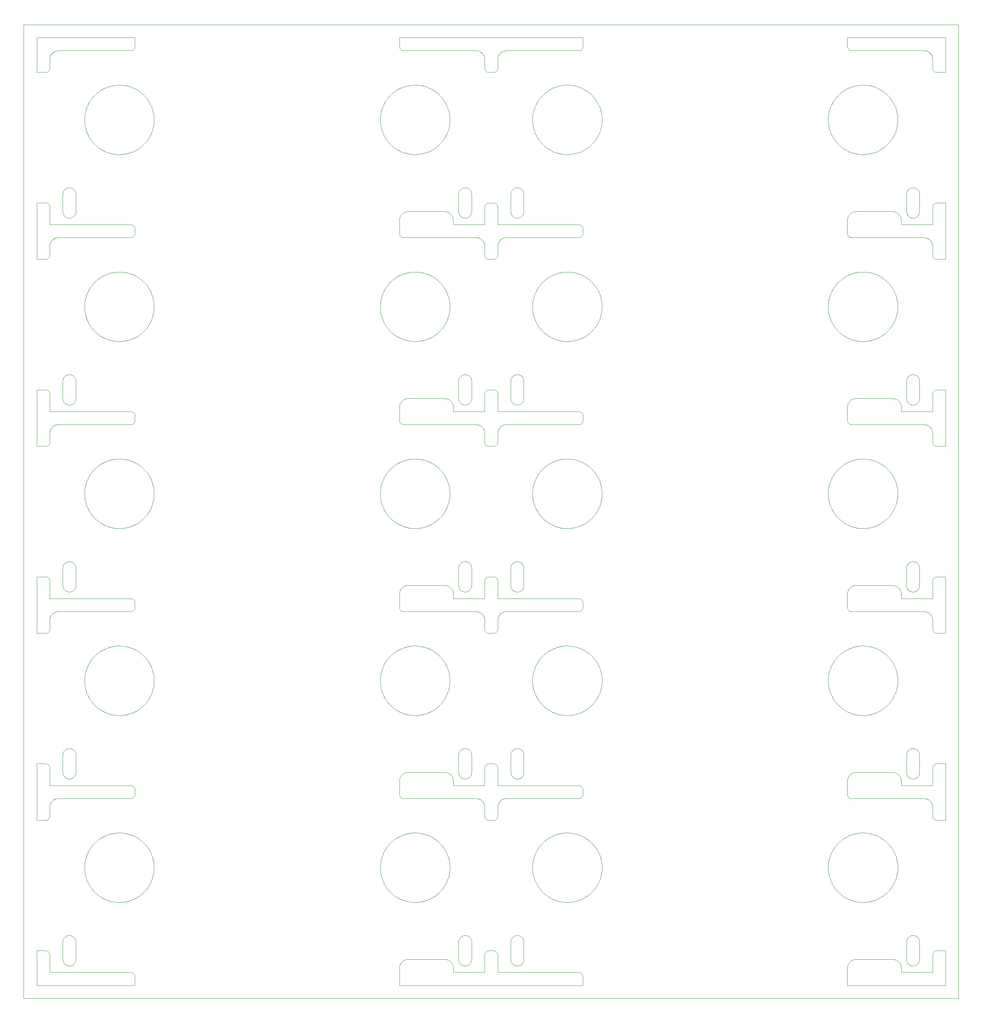
<source format=gbr>
%TF.GenerationSoftware,KiCad,Pcbnew,(5.1.5)-3*%
%TF.CreationDate,2020-06-01T13:14:26+02:00*%
%TF.ProjectId,panel,70616e65-6c2e-46b6-9963-61645f706362,rev?*%
%TF.SameCoordinates,PX29f6300PYff95b00*%
%TF.FileFunction,Profile,NP*%
%FSLAX46Y46*%
G04 Gerber Fmt 4.6, Leading zero omitted, Abs format (unit mm)*
G04 Created by KiCad (PCBNEW (5.1.5)-3) date 2020-06-01 13:14:26*
%MOMM*%
%LPD*%
G04 APERTURE LIST*
%TA.AperFunction,Profile*%
%ADD10C,0.100000*%
%TD*%
G04 APERTURE END LIST*
D10*
X11999000Y184974600D02*
X11997700Y185025300D01*
X11999000Y181025400D02*
X11999000Y184974600D01*
X11993900Y180899000D02*
X11999000Y181025400D01*
X11983600Y180798200D02*
X11993900Y180899000D01*
X11976000Y180748400D02*
X11983600Y180798200D01*
X11955600Y180649200D02*
X11976000Y180748400D01*
X11943000Y180600300D02*
X11955600Y180649200D01*
X11912600Y180503700D02*
X11943000Y180600300D01*
X11895100Y180456400D02*
X11912600Y180503700D01*
X11855200Y180363300D02*
X11895100Y180456400D01*
X11833000Y180318100D02*
X11855200Y180363300D01*
X11783800Y180229500D02*
X11833000Y180318100D01*
X11757200Y180186700D02*
X11783800Y180229500D01*
X11699300Y180103600D02*
X11757200Y180186700D01*
X11668400Y180063700D02*
X11699300Y180103600D01*
X11602400Y179986800D02*
X11668400Y180063700D01*
X11567700Y179950300D02*
X11602400Y179986800D01*
X11494300Y179880500D02*
X11567700Y179950300D01*
X11456000Y179847700D02*
X11494300Y179880500D01*
X11375900Y179785700D02*
X11456000Y179847700D01*
X11334500Y179756900D02*
X11375900Y179785700D01*
X11248600Y179703300D02*
X11334500Y179756900D01*
X11204500Y179678800D02*
X11248600Y179703300D01*
X11113500Y179634200D02*
X11204500Y179678800D01*
X11067200Y179614300D02*
X11113500Y179634200D01*
X10972200Y179579100D02*
X11067200Y179614300D01*
X10924100Y179564000D02*
X10972200Y179579100D01*
X10826100Y179538600D02*
X10924100Y179564000D01*
X10776700Y179528500D02*
X10826100Y179538600D01*
X10676500Y179513200D02*
X10776700Y179528500D01*
X10626400Y179508100D02*
X10676500Y179513200D01*
X10525200Y179502900D02*
X10626400Y179508100D01*
X10474800Y179502900D02*
X10525200Y179502900D01*
X10373600Y179508100D02*
X10474800Y179502900D01*
X10323500Y179513200D02*
X10373600Y179508100D01*
X10223300Y179528500D02*
X10323500Y179513200D01*
X10173900Y179538600D02*
X10223300Y179528500D01*
X10075900Y179564000D02*
X10173900Y179538600D01*
X10027800Y179579100D02*
X10075900Y179564000D01*
X9932800Y179614300D02*
X10027800Y179579100D01*
X9886500Y179634200D02*
X9932800Y179614300D01*
X9795500Y179678800D02*
X9886500Y179634200D01*
X9751400Y179703300D02*
X9795500Y179678800D01*
X9665500Y179756900D02*
X9751400Y179703300D01*
X9624100Y179785700D02*
X9665500Y179756900D01*
X9544000Y179847700D02*
X9624100Y179785700D01*
X9505700Y179880500D02*
X9544000Y179847700D01*
X9432300Y179950300D02*
X9505700Y179880500D01*
X9397600Y179986800D02*
X9432300Y179950300D01*
X9331600Y180063700D02*
X9397600Y179986800D01*
X9300700Y180103600D02*
X9331600Y180063700D01*
X9242900Y180186700D02*
X9300700Y180103600D01*
X9216200Y180229500D02*
X9242900Y180186700D01*
X9167000Y180318100D02*
X9216200Y180229500D01*
X9144800Y180363300D02*
X9167000Y180318100D01*
X9104900Y180456400D02*
X9144800Y180363300D01*
X9087400Y180503700D02*
X9104900Y180456400D01*
X9057000Y180600300D02*
X9087400Y180503700D01*
X9044400Y180649200D02*
X9057000Y180600300D01*
X9024000Y180748400D02*
X9044400Y180649200D01*
X9016400Y180798200D02*
X9024000Y180748400D01*
X9006100Y180899000D02*
X9016400Y180798200D01*
X9001000Y181025400D02*
X9006100Y180899000D01*
X9001000Y184974600D02*
X9001000Y181025400D01*
X9006100Y185101000D02*
X9001000Y184974600D01*
X9016400Y185201800D02*
X9006100Y185101000D01*
X9024000Y185251600D02*
X9016400Y185201800D01*
X9044400Y185350800D02*
X9024000Y185251600D01*
X9057000Y185399600D02*
X9044400Y185350800D01*
X9087400Y185496300D02*
X9057000Y185399600D01*
X9104900Y185543600D02*
X9087400Y185496300D01*
X9144800Y185636700D02*
X9104900Y185543600D01*
X9167000Y185681900D02*
X9144800Y185636700D01*
X9216200Y185770500D02*
X9167000Y185681900D01*
X9242900Y185813300D02*
X9216200Y185770500D01*
X9300700Y185896400D02*
X9242900Y185813300D01*
X9331600Y185936300D02*
X9300700Y185896400D01*
X9397600Y186013200D02*
X9331600Y185936300D01*
X9432300Y186049700D02*
X9397600Y186013200D01*
X9505700Y186119500D02*
X9432300Y186049700D01*
X9544000Y186152300D02*
X9505700Y186119500D01*
X9624100Y186214300D02*
X9544000Y186152300D01*
X9665500Y186243100D02*
X9624100Y186214300D01*
X9751400Y186296700D02*
X9665500Y186243100D01*
X9795500Y186321200D02*
X9751400Y186296700D01*
X9886500Y186365800D02*
X9795500Y186321200D01*
X9932800Y186385700D02*
X9886500Y186365800D01*
X10027800Y186420900D02*
X9932800Y186385700D01*
X10075900Y186436000D02*
X10027800Y186420900D01*
X10173900Y186461400D02*
X10075900Y186436000D01*
X10223300Y186471500D02*
X10173900Y186461400D01*
X10323500Y186486800D02*
X10223300Y186471500D01*
X10373600Y186491900D02*
X10323500Y186486800D01*
X10474800Y186497100D02*
X10373600Y186491900D01*
X10525200Y186497100D02*
X10474800Y186497100D01*
X10626400Y186491900D02*
X10525200Y186497100D01*
X10676500Y186486800D02*
X10626400Y186491900D01*
X10776700Y186471500D02*
X10676500Y186486800D01*
X10826100Y186461400D02*
X10776700Y186471500D01*
X10924100Y186436000D02*
X10826100Y186461400D01*
X10972200Y186420900D02*
X10924100Y186436000D01*
X11067200Y186385700D02*
X10972200Y186420900D01*
X11113500Y186365800D02*
X11067200Y186385700D01*
X11204500Y186321200D02*
X11113500Y186365800D01*
X11248600Y186296700D02*
X11204500Y186321200D01*
X11334500Y186243100D02*
X11248600Y186296700D01*
X11375900Y186214300D02*
X11334500Y186243100D01*
X11456000Y186152300D02*
X11375900Y186214300D01*
X11494300Y186119500D02*
X11456000Y186152300D01*
X11567700Y186049700D02*
X11494300Y186119500D01*
X11602400Y186013200D02*
X11567700Y186049700D01*
X11668400Y185936300D02*
X11602400Y186013200D01*
X11699300Y185896400D02*
X11668400Y185936300D01*
X11757200Y185813300D02*
X11699300Y185896400D01*
X11783800Y185770500D02*
X11757200Y185813300D01*
X11833000Y185681900D02*
X11783800Y185770500D01*
X11855200Y185636700D02*
X11833000Y185681900D01*
X11895100Y185543600D02*
X11855200Y185636700D01*
X11912600Y185496300D02*
X11895100Y185543600D01*
X11943000Y185399600D02*
X11912600Y185496300D01*
X11955600Y185350800D02*
X11943000Y185399600D01*
X11976000Y185251600D02*
X11955600Y185350800D01*
X11983600Y185201800D02*
X11976000Y185251600D01*
X11993900Y185101000D02*
X11983600Y185201800D01*
X11997700Y185025300D02*
X11993900Y185101000D01*
X11999000Y141974600D02*
X11997700Y142025300D01*
X11999000Y138025400D02*
X11999000Y141974600D01*
X11993900Y137899000D02*
X11999000Y138025400D01*
X11983600Y137798200D02*
X11993900Y137899000D01*
X11976000Y137748400D02*
X11983600Y137798200D01*
X11955600Y137649100D02*
X11976000Y137748400D01*
X11943000Y137600300D02*
X11955600Y137649100D01*
X11912600Y137503700D02*
X11943000Y137600300D01*
X11895100Y137456400D02*
X11912600Y137503700D01*
X11855200Y137363300D02*
X11895100Y137456400D01*
X11833000Y137318100D02*
X11855200Y137363300D01*
X11783800Y137229500D02*
X11833000Y137318100D01*
X11757200Y137186700D02*
X11783800Y137229500D01*
X11699300Y137103600D02*
X11757200Y137186700D01*
X11668400Y137063700D02*
X11699300Y137103600D01*
X11602400Y136986800D02*
X11668400Y137063700D01*
X11567700Y136950300D02*
X11602400Y136986800D01*
X11494300Y136880500D02*
X11567700Y136950300D01*
X11456000Y136847600D02*
X11494300Y136880500D01*
X11375900Y136785600D02*
X11456000Y136847600D01*
X11334500Y136756800D02*
X11375900Y136785600D01*
X11248600Y136703300D02*
X11334500Y136756800D01*
X11204500Y136678800D02*
X11248600Y136703300D01*
X11113500Y136634200D02*
X11204500Y136678800D01*
X11067200Y136614300D02*
X11113500Y136634200D01*
X10972200Y136579100D02*
X11067200Y136614300D01*
X10924100Y136564000D02*
X10972200Y136579100D01*
X10826100Y136538600D02*
X10924100Y136564000D01*
X10776700Y136528500D02*
X10826100Y136538600D01*
X10676500Y136513100D02*
X10776700Y136528500D01*
X10626400Y136508000D02*
X10676500Y136513100D01*
X10525200Y136502900D02*
X10626400Y136508000D01*
X10474800Y136502900D02*
X10525200Y136502900D01*
X10373600Y136508000D02*
X10474800Y136502900D01*
X10323500Y136513100D02*
X10373600Y136508000D01*
X10223300Y136528500D02*
X10323500Y136513100D01*
X10173900Y136538600D02*
X10223300Y136528500D01*
X10075900Y136564000D02*
X10173900Y136538600D01*
X10027800Y136579100D02*
X10075900Y136564000D01*
X9932800Y136614300D02*
X10027800Y136579100D01*
X9886500Y136634200D02*
X9932800Y136614300D01*
X9795500Y136678800D02*
X9886500Y136634200D01*
X9751400Y136703300D02*
X9795500Y136678800D01*
X9665500Y136756800D02*
X9751400Y136703300D01*
X9624100Y136785600D02*
X9665500Y136756800D01*
X9544000Y136847600D02*
X9624100Y136785600D01*
X9505700Y136880500D02*
X9544000Y136847600D01*
X9432300Y136950300D02*
X9505700Y136880500D01*
X9397600Y136986800D02*
X9432300Y136950300D01*
X9331600Y137063700D02*
X9397600Y136986800D01*
X9300700Y137103600D02*
X9331600Y137063700D01*
X9242900Y137186700D02*
X9300700Y137103600D01*
X9216200Y137229500D02*
X9242900Y137186700D01*
X9167000Y137318100D02*
X9216200Y137229500D01*
X9144800Y137363300D02*
X9167000Y137318100D01*
X9104900Y137456400D02*
X9144800Y137363300D01*
X9087400Y137503700D02*
X9104900Y137456400D01*
X9057000Y137600300D02*
X9087400Y137503700D01*
X9044400Y137649100D02*
X9057000Y137600300D01*
X9024000Y137748400D02*
X9044400Y137649100D01*
X9016400Y137798200D02*
X9024000Y137748400D01*
X9006100Y137899000D02*
X9016400Y137798200D01*
X9001000Y138025400D02*
X9006100Y137899000D01*
X9001000Y141974600D02*
X9001000Y138025400D01*
X9006100Y142101000D02*
X9001000Y141974600D01*
X9016400Y142201800D02*
X9006100Y142101000D01*
X9024000Y142251600D02*
X9016400Y142201800D01*
X9044400Y142350800D02*
X9024000Y142251600D01*
X9057000Y142399600D02*
X9044400Y142350800D01*
X9087400Y142496300D02*
X9057000Y142399600D01*
X9104900Y142543600D02*
X9087400Y142496300D01*
X9144800Y142636700D02*
X9104900Y142543600D01*
X9167000Y142681900D02*
X9144800Y142636700D01*
X9216200Y142770500D02*
X9167000Y142681900D01*
X9242900Y142813300D02*
X9216200Y142770500D01*
X9300700Y142896400D02*
X9242900Y142813300D01*
X9331600Y142936300D02*
X9300700Y142896400D01*
X9397600Y143013200D02*
X9331600Y142936300D01*
X9432300Y143049700D02*
X9397600Y143013200D01*
X9505700Y143119500D02*
X9432300Y143049700D01*
X9544000Y143152300D02*
X9505700Y143119500D01*
X9624100Y143214300D02*
X9544000Y143152300D01*
X9665500Y143243100D02*
X9624100Y143214300D01*
X9751400Y143296700D02*
X9665500Y143243100D01*
X9795500Y143321200D02*
X9751400Y143296700D01*
X9886500Y143365800D02*
X9795500Y143321200D01*
X9932800Y143385700D02*
X9886500Y143365800D01*
X10027800Y143420900D02*
X9932800Y143385700D01*
X10075900Y143436000D02*
X10027800Y143420900D01*
X10173900Y143461300D02*
X10075900Y143436000D01*
X10223300Y143471500D02*
X10173900Y143461300D01*
X10323500Y143486800D02*
X10223300Y143471500D01*
X10373600Y143491900D02*
X10323500Y143486800D01*
X10474800Y143497100D02*
X10373600Y143491900D01*
X10525200Y143497100D02*
X10474800Y143497100D01*
X10626400Y143491900D02*
X10525200Y143497100D01*
X10676500Y143486800D02*
X10626400Y143491900D01*
X10776700Y143471500D02*
X10676500Y143486800D01*
X10826100Y143461300D02*
X10776700Y143471500D01*
X10924100Y143436000D02*
X10826100Y143461300D01*
X10972200Y143420900D02*
X10924100Y143436000D01*
X11067200Y143385700D02*
X10972200Y143420900D01*
X11113500Y143365800D02*
X11067200Y143385700D01*
X11204500Y143321200D02*
X11113500Y143365800D01*
X11248600Y143296700D02*
X11204500Y143321200D01*
X11334500Y143243100D02*
X11248600Y143296700D01*
X11375900Y143214300D02*
X11334500Y143243100D01*
X11456000Y143152300D02*
X11375900Y143214300D01*
X11494300Y143119500D02*
X11456000Y143152300D01*
X11567700Y143049700D02*
X11494300Y143119500D01*
X11602400Y143013200D02*
X11567700Y143049700D01*
X11668400Y142936300D02*
X11602400Y143013200D01*
X11699300Y142896400D02*
X11668400Y142936300D01*
X11757200Y142813300D02*
X11699300Y142896400D01*
X11783800Y142770500D02*
X11757200Y142813300D01*
X11833000Y142681900D02*
X11783800Y142770500D01*
X11855200Y142636700D02*
X11833000Y142681900D01*
X11895100Y142543600D02*
X11855200Y142636700D01*
X11912600Y142496300D02*
X11895100Y142543600D01*
X11943000Y142399600D02*
X11912600Y142496300D01*
X11955600Y142350800D02*
X11943000Y142399600D01*
X11976000Y142251600D02*
X11955600Y142350800D01*
X11983600Y142201800D02*
X11976000Y142251600D01*
X11993900Y142101000D02*
X11983600Y142201800D01*
X11997700Y142025300D02*
X11993900Y142101000D01*
X11999000Y98974600D02*
X11997700Y99025300D01*
X11999000Y95025300D02*
X11999000Y98974600D01*
X11993900Y94899000D02*
X11999000Y95025300D01*
X11983600Y94798200D02*
X11993900Y94899000D01*
X11976000Y94748400D02*
X11983600Y94798200D01*
X11955600Y94649100D02*
X11976000Y94748400D01*
X11943000Y94600300D02*
X11955600Y94649100D01*
X11912600Y94503700D02*
X11943000Y94600300D01*
X11895100Y94456400D02*
X11912600Y94503700D01*
X11855200Y94363300D02*
X11895100Y94456400D01*
X11833000Y94318000D02*
X11855200Y94363300D01*
X11783800Y94229500D02*
X11833000Y94318000D01*
X11757200Y94186700D02*
X11783800Y94229500D01*
X11699300Y94103500D02*
X11757200Y94186700D01*
X11668400Y94063700D02*
X11699300Y94103500D01*
X11602400Y93986800D02*
X11668400Y94063700D01*
X11567700Y93950300D02*
X11602400Y93986800D01*
X11494300Y93880500D02*
X11567700Y93950300D01*
X11456000Y93847600D02*
X11494300Y93880500D01*
X11375900Y93785600D02*
X11456000Y93847600D01*
X11334500Y93756800D02*
X11375900Y93785600D01*
X11248600Y93703200D02*
X11334500Y93756800D01*
X11204500Y93678800D02*
X11248600Y93703200D01*
X11113500Y93634200D02*
X11204500Y93678800D01*
X11067200Y93614300D02*
X11113500Y93634200D01*
X10972200Y93579100D02*
X11067200Y93614300D01*
X10924100Y93564000D02*
X10972200Y93579100D01*
X10826100Y93538600D02*
X10924100Y93564000D01*
X10776700Y93528500D02*
X10826100Y93538600D01*
X10676500Y93513100D02*
X10776700Y93528500D01*
X10626400Y93508000D02*
X10676500Y93513100D01*
X10525200Y93502900D02*
X10626400Y93508000D01*
X10474800Y93502900D02*
X10525200Y93502900D01*
X10373600Y93508000D02*
X10474800Y93502900D01*
X10323500Y93513100D02*
X10373600Y93508000D01*
X10223300Y93528500D02*
X10323500Y93513100D01*
X10173900Y93538600D02*
X10223300Y93528500D01*
X10075900Y93564000D02*
X10173900Y93538600D01*
X10027800Y93579100D02*
X10075900Y93564000D01*
X9932800Y93614300D02*
X10027800Y93579100D01*
X9886500Y93634200D02*
X9932800Y93614300D01*
X9795500Y93678800D02*
X9886500Y93634200D01*
X9751400Y93703200D02*
X9795500Y93678800D01*
X9665500Y93756800D02*
X9751400Y93703200D01*
X9624100Y93785600D02*
X9665500Y93756800D01*
X9544000Y93847600D02*
X9624100Y93785600D01*
X9505700Y93880500D02*
X9544000Y93847600D01*
X9432300Y93950300D02*
X9505700Y93880500D01*
X9397600Y93986800D02*
X9432300Y93950300D01*
X9331600Y94063700D02*
X9397600Y93986800D01*
X9300700Y94103500D02*
X9331600Y94063700D01*
X9242900Y94186700D02*
X9300700Y94103500D01*
X9216200Y94229500D02*
X9242900Y94186700D01*
X9167000Y94318000D02*
X9216200Y94229500D01*
X9144800Y94363300D02*
X9167000Y94318000D01*
X9104900Y94456400D02*
X9144800Y94363300D01*
X9087400Y94503700D02*
X9104900Y94456400D01*
X9057000Y94600300D02*
X9087400Y94503700D01*
X9044400Y94649100D02*
X9057000Y94600300D01*
X9024000Y94748400D02*
X9044400Y94649100D01*
X9016400Y94798200D02*
X9024000Y94748400D01*
X9006100Y94899000D02*
X9016400Y94798200D01*
X9001000Y95025400D02*
X9006100Y94899000D01*
X9001000Y98974600D02*
X9001000Y95025400D01*
X9006100Y99101000D02*
X9001000Y98974600D01*
X9016400Y99201800D02*
X9006100Y99101000D01*
X9024000Y99251600D02*
X9016400Y99201800D01*
X9044400Y99350800D02*
X9024000Y99251600D01*
X9057000Y99399600D02*
X9044400Y99350800D01*
X9087400Y99496300D02*
X9057000Y99399600D01*
X9104900Y99543600D02*
X9087400Y99496300D01*
X9144800Y99636600D02*
X9104900Y99543600D01*
X9167000Y99681900D02*
X9144800Y99636600D01*
X9216200Y99770500D02*
X9167000Y99681900D01*
X9242900Y99813300D02*
X9216200Y99770500D01*
X9300700Y99896400D02*
X9242900Y99813300D01*
X9331600Y99936300D02*
X9300700Y99896400D01*
X9397600Y100013100D02*
X9331600Y99936300D01*
X9432300Y100049700D02*
X9397600Y100013100D01*
X9505700Y100119500D02*
X9432300Y100049700D01*
X9544000Y100152300D02*
X9505700Y100119500D01*
X9624100Y100214300D02*
X9544000Y100152300D01*
X9665500Y100243100D02*
X9624100Y100214300D01*
X9751400Y100296700D02*
X9665500Y100243100D01*
X9795500Y100321200D02*
X9751400Y100296700D01*
X9886500Y100365800D02*
X9795500Y100321200D01*
X9932800Y100385700D02*
X9886500Y100365800D01*
X10027800Y100420800D02*
X9932800Y100385700D01*
X10075900Y100435900D02*
X10027800Y100420800D01*
X10173900Y100461300D02*
X10075900Y100435900D01*
X10223300Y100471500D02*
X10173900Y100461300D01*
X10323500Y100486800D02*
X10223300Y100471500D01*
X10373600Y100491900D02*
X10323500Y100486800D01*
X10474800Y100497000D02*
X10373600Y100491900D01*
X10525200Y100497000D02*
X10474800Y100497000D01*
X10626400Y100491900D02*
X10525200Y100497000D01*
X10676500Y100486800D02*
X10626400Y100491900D01*
X10776700Y100471500D02*
X10676500Y100486800D01*
X10826100Y100461300D02*
X10776700Y100471500D01*
X10924100Y100435900D02*
X10826100Y100461300D01*
X10972200Y100420800D02*
X10924100Y100435900D01*
X11067200Y100385700D02*
X10972200Y100420800D01*
X11113500Y100365800D02*
X11067200Y100385700D01*
X11204500Y100321200D02*
X11113500Y100365800D01*
X11248600Y100296700D02*
X11204500Y100321200D01*
X11334500Y100243100D02*
X11248600Y100296700D01*
X11375900Y100214300D02*
X11334500Y100243100D01*
X11456000Y100152300D02*
X11375900Y100214300D01*
X11494300Y100119500D02*
X11456000Y100152300D01*
X11567700Y100049700D02*
X11494300Y100119500D01*
X11602400Y100013100D02*
X11567700Y100049700D01*
X11668400Y99936300D02*
X11602400Y100013100D01*
X11699300Y99896400D02*
X11668400Y99936300D01*
X11757200Y99813300D02*
X11699300Y99896400D01*
X11783800Y99770500D02*
X11757200Y99813300D01*
X11833000Y99681900D02*
X11783800Y99770500D01*
X11855200Y99636600D02*
X11833000Y99681900D01*
X11895100Y99543600D02*
X11855200Y99636600D01*
X11912600Y99496300D02*
X11895100Y99543600D01*
X11943000Y99399600D02*
X11912600Y99496300D01*
X11955600Y99350800D02*
X11943000Y99399600D01*
X11976000Y99251600D02*
X11955600Y99350800D01*
X11983600Y99201800D02*
X11976000Y99251600D01*
X11993900Y99101000D02*
X11983600Y99201800D01*
X11997700Y99025300D02*
X11993900Y99101000D01*
X11999000Y55974600D02*
X11997700Y56025300D01*
X11999000Y52025300D02*
X11999000Y55974600D01*
X11993900Y51899000D02*
X11999000Y52025300D01*
X11983600Y51798200D02*
X11993900Y51899000D01*
X11976000Y51748300D02*
X11983600Y51798200D01*
X11955600Y51649100D02*
X11976000Y51748300D01*
X11943000Y51600300D02*
X11955600Y51649100D01*
X11912600Y51503700D02*
X11943000Y51600300D01*
X11895100Y51456400D02*
X11912600Y51503700D01*
X11855200Y51363300D02*
X11895100Y51456400D01*
X11833000Y51318000D02*
X11855200Y51363300D01*
X11783800Y51229500D02*
X11833000Y51318000D01*
X11757200Y51186700D02*
X11783800Y51229500D01*
X11699300Y51103500D02*
X11757200Y51186700D01*
X11668400Y51063700D02*
X11699300Y51103500D01*
X11602400Y50986800D02*
X11668400Y51063700D01*
X11567700Y50950300D02*
X11602400Y50986800D01*
X11494300Y50880500D02*
X11567700Y50950300D01*
X11456000Y50847600D02*
X11494300Y50880500D01*
X11375900Y50785600D02*
X11456000Y50847600D01*
X11334500Y50756800D02*
X11375900Y50785600D01*
X11248600Y50703200D02*
X11334500Y50756800D01*
X11204500Y50678800D02*
X11248600Y50703200D01*
X11113500Y50634200D02*
X11204500Y50678800D01*
X11067200Y50614300D02*
X11113500Y50634200D01*
X10972200Y50579100D02*
X11067200Y50614300D01*
X10924100Y50564000D02*
X10972200Y50579100D01*
X10826100Y50538600D02*
X10924100Y50564000D01*
X10776700Y50528500D02*
X10826100Y50538600D01*
X10676500Y50513100D02*
X10776700Y50528500D01*
X10626400Y50508000D02*
X10676500Y50513100D01*
X10525200Y50502900D02*
X10626400Y50508000D01*
X10474800Y50502900D02*
X10525200Y50502900D01*
X10373600Y50508000D02*
X10474800Y50502900D01*
X10323500Y50513100D02*
X10373600Y50508000D01*
X10223300Y50528500D02*
X10323500Y50513100D01*
X10173900Y50538600D02*
X10223300Y50528500D01*
X10075900Y50564000D02*
X10173900Y50538600D01*
X10027800Y50579100D02*
X10075900Y50564000D01*
X9932800Y50614300D02*
X10027800Y50579100D01*
X9886500Y50634200D02*
X9932800Y50614300D01*
X9795500Y50678800D02*
X9886500Y50634200D01*
X9751400Y50703200D02*
X9795500Y50678800D01*
X9665500Y50756800D02*
X9751400Y50703200D01*
X9624100Y50785600D02*
X9665500Y50756800D01*
X9544000Y50847600D02*
X9624100Y50785600D01*
X9505700Y50880500D02*
X9544000Y50847600D01*
X9432300Y50950300D02*
X9505700Y50880500D01*
X9397600Y50986800D02*
X9432300Y50950300D01*
X9331600Y51063700D02*
X9397600Y50986800D01*
X9300700Y51103500D02*
X9331600Y51063700D01*
X9242900Y51186700D02*
X9300700Y51103500D01*
X9216200Y51229500D02*
X9242900Y51186700D01*
X9167000Y51318000D02*
X9216200Y51229500D01*
X9144800Y51363300D02*
X9167000Y51318000D01*
X9104900Y51456400D02*
X9144800Y51363300D01*
X9087400Y51503700D02*
X9104900Y51456400D01*
X9057000Y51600300D02*
X9087400Y51503700D01*
X9044400Y51649100D02*
X9057000Y51600300D01*
X9024000Y51748300D02*
X9044400Y51649100D01*
X9016400Y51798200D02*
X9024000Y51748300D01*
X9006100Y51899000D02*
X9016400Y51798200D01*
X9001000Y52025400D02*
X9006100Y51899000D01*
X9001000Y55974600D02*
X9001000Y52025400D01*
X9006100Y56101000D02*
X9001000Y55974600D01*
X9016400Y56201700D02*
X9006100Y56101000D01*
X9024000Y56251600D02*
X9016400Y56201700D01*
X9044400Y56350800D02*
X9024000Y56251600D01*
X9057000Y56399600D02*
X9044400Y56350800D01*
X9087400Y56496300D02*
X9057000Y56399600D01*
X9104900Y56543500D02*
X9087400Y56496300D01*
X9144800Y56636600D02*
X9104900Y56543500D01*
X9167000Y56681900D02*
X9144800Y56636600D01*
X9216200Y56770500D02*
X9167000Y56681900D01*
X9242900Y56813300D02*
X9216200Y56770500D01*
X9300700Y56896400D02*
X9242900Y56813300D01*
X9331600Y56936300D02*
X9300700Y56896400D01*
X9397600Y57013100D02*
X9331600Y56936300D01*
X9432300Y57049700D02*
X9397600Y57013100D01*
X9505700Y57119500D02*
X9432300Y57049700D01*
X9544000Y57152300D02*
X9505700Y57119500D01*
X9624100Y57214300D02*
X9544000Y57152300D01*
X9665500Y57243100D02*
X9624100Y57214300D01*
X9751400Y57296700D02*
X9665500Y57243100D01*
X9795500Y57321200D02*
X9751400Y57296700D01*
X9886500Y57365800D02*
X9795500Y57321200D01*
X9932800Y57385700D02*
X9886500Y57365800D01*
X10027800Y57420800D02*
X9932800Y57385700D01*
X10075900Y57435900D02*
X10027800Y57420800D01*
X10173900Y57461300D02*
X10075900Y57435900D01*
X10223300Y57471500D02*
X10173900Y57461300D01*
X10323500Y57486800D02*
X10223300Y57471500D01*
X10373600Y57491900D02*
X10323500Y57486800D01*
X10474800Y57497000D02*
X10373600Y57491900D01*
X10525200Y57497000D02*
X10474800Y57497000D01*
X10626400Y57491900D02*
X10525200Y57497000D01*
X10676500Y57486800D02*
X10626400Y57491900D01*
X10776700Y57471500D02*
X10676500Y57486800D01*
X10826100Y57461300D02*
X10776700Y57471500D01*
X10924100Y57435900D02*
X10826100Y57461300D01*
X10972200Y57420800D02*
X10924100Y57435900D01*
X11067200Y57385700D02*
X10972200Y57420800D01*
X11113500Y57365800D02*
X11067200Y57385700D01*
X11204500Y57321200D02*
X11113500Y57365800D01*
X11248600Y57296700D02*
X11204500Y57321200D01*
X11334500Y57243100D02*
X11248600Y57296700D01*
X11375900Y57214300D02*
X11334500Y57243100D01*
X11456000Y57152300D02*
X11375900Y57214300D01*
X11494300Y57119500D02*
X11456000Y57152300D01*
X11567700Y57049700D02*
X11494300Y57119500D01*
X11602400Y57013100D02*
X11567700Y57049700D01*
X11668400Y56936300D02*
X11602400Y57013100D01*
X11699300Y56896400D02*
X11668400Y56936300D01*
X11757200Y56813300D02*
X11699300Y56896400D01*
X11783800Y56770500D02*
X11757200Y56813300D01*
X11833000Y56681900D02*
X11783800Y56770500D01*
X11855200Y56636600D02*
X11833000Y56681900D01*
X11895100Y56543500D02*
X11855200Y56636600D01*
X11912600Y56496300D02*
X11895100Y56543500D01*
X11943000Y56399600D02*
X11912600Y56496300D01*
X11955600Y56350800D02*
X11943000Y56399600D01*
X11976000Y56251600D02*
X11955600Y56350800D01*
X11983600Y56201700D02*
X11976000Y56251600D01*
X11993900Y56101000D02*
X11983600Y56201700D01*
X11997700Y56025300D02*
X11993900Y56101000D01*
X11999000Y12974600D02*
X11997700Y13025300D01*
X11999000Y9025300D02*
X11999000Y12974600D01*
X11993900Y8898900D02*
X11999000Y9025300D01*
X11983600Y8798200D02*
X11993900Y8898900D01*
X11976000Y8748300D02*
X11983600Y8798200D01*
X11955600Y8649100D02*
X11976000Y8748300D01*
X11943000Y8600300D02*
X11955600Y8649100D01*
X11912600Y8503600D02*
X11943000Y8600300D01*
X11895100Y8456400D02*
X11912600Y8503600D01*
X11855200Y8363300D02*
X11895100Y8456400D01*
X11833000Y8318000D02*
X11855200Y8363300D01*
X11783800Y8229400D02*
X11833000Y8318000D01*
X11757200Y8186700D02*
X11783800Y8229400D01*
X11699300Y8103500D02*
X11757200Y8186700D01*
X11668400Y8063600D02*
X11699300Y8103500D01*
X11602400Y7986800D02*
X11668400Y8063600D01*
X11567700Y7950200D02*
X11602400Y7986800D01*
X11494300Y7880500D02*
X11567700Y7950200D01*
X11456000Y7847600D02*
X11494300Y7880500D01*
X11375900Y7785600D02*
X11456000Y7847600D01*
X11334500Y7756800D02*
X11375900Y7785600D01*
X11248600Y7703200D02*
X11334500Y7756800D01*
X11204500Y7678800D02*
X11248600Y7703200D01*
X11113500Y7634100D02*
X11204500Y7678800D01*
X11067200Y7614300D02*
X11113500Y7634100D01*
X10972200Y7579100D02*
X11067200Y7614300D01*
X10924100Y7564000D02*
X10972200Y7579100D01*
X10826100Y7538600D02*
X10924100Y7564000D01*
X10776700Y7528400D02*
X10826100Y7538600D01*
X10676500Y7513100D02*
X10776700Y7528400D01*
X10626400Y7508000D02*
X10676500Y7513100D01*
X10525200Y7502900D02*
X10626400Y7508000D01*
X10474800Y7502900D02*
X10525200Y7502900D01*
X10373600Y7508000D02*
X10474800Y7502900D01*
X10323500Y7513100D02*
X10373600Y7508000D01*
X10223300Y7528400D02*
X10323500Y7513100D01*
X10173900Y7538600D02*
X10223300Y7528400D01*
X10075900Y7564000D02*
X10173900Y7538600D01*
X10027800Y7579100D02*
X10075900Y7564000D01*
X9932800Y7614300D02*
X10027800Y7579100D01*
X9886500Y7634100D02*
X9932800Y7614300D01*
X9795500Y7678800D02*
X9886500Y7634100D01*
X9751400Y7703200D02*
X9795500Y7678800D01*
X9665500Y7756800D02*
X9751400Y7703200D01*
X9624100Y7785600D02*
X9665500Y7756800D01*
X9544000Y7847600D02*
X9624100Y7785600D01*
X9505700Y7880500D02*
X9544000Y7847600D01*
X9432300Y7950200D02*
X9505700Y7880500D01*
X9397600Y7986800D02*
X9432300Y7950200D01*
X9331600Y8063600D02*
X9397600Y7986800D01*
X9300700Y8103500D02*
X9331600Y8063600D01*
X9242900Y8186700D02*
X9300700Y8103500D01*
X9216200Y8229400D02*
X9242900Y8186700D01*
X9167000Y8318000D02*
X9216200Y8229400D01*
X9144800Y8363300D02*
X9167000Y8318000D01*
X9104900Y8456400D02*
X9144800Y8363300D01*
X9087400Y8503600D02*
X9104900Y8456400D01*
X9057000Y8600300D02*
X9087400Y8503600D01*
X9044400Y8649100D02*
X9057000Y8600300D01*
X9024000Y8748300D02*
X9044400Y8649100D01*
X9016400Y8798200D02*
X9024000Y8748300D01*
X9006100Y8899000D02*
X9016400Y8798200D01*
X9001000Y9025400D02*
X9006100Y8899000D01*
X9001000Y12974600D02*
X9001000Y9025400D01*
X9006100Y13101000D02*
X9001000Y12974600D01*
X9016400Y13201700D02*
X9006100Y13101000D01*
X9024000Y13251600D02*
X9016400Y13201700D01*
X9044400Y13350800D02*
X9024000Y13251600D01*
X9057000Y13399600D02*
X9044400Y13350800D01*
X9087400Y13496300D02*
X9057000Y13399600D01*
X9104900Y13543500D02*
X9087400Y13496300D01*
X9144800Y13636600D02*
X9104900Y13543500D01*
X9167000Y13681900D02*
X9144800Y13636600D01*
X9216200Y13770500D02*
X9167000Y13681900D01*
X9242900Y13813200D02*
X9216200Y13770500D01*
X9300700Y13896400D02*
X9242900Y13813200D01*
X9331600Y13936300D02*
X9300700Y13896400D01*
X9397600Y14013100D02*
X9331600Y13936300D01*
X9432300Y14049700D02*
X9397600Y14013100D01*
X9505700Y14119400D02*
X9432300Y14049700D01*
X9544000Y14152300D02*
X9505700Y14119400D01*
X9624100Y14214300D02*
X9544000Y14152300D01*
X9665500Y14243100D02*
X9624100Y14214300D01*
X9751400Y14296700D02*
X9665500Y14243100D01*
X9795500Y14321100D02*
X9751400Y14296700D01*
X9886500Y14365800D02*
X9795500Y14321100D01*
X9932800Y14385600D02*
X9886500Y14365800D01*
X10027800Y14420800D02*
X9932800Y14385600D01*
X10075900Y14435900D02*
X10027800Y14420800D01*
X10173900Y14461300D02*
X10075900Y14435900D01*
X10223300Y14471500D02*
X10173900Y14461300D01*
X10323500Y14486800D02*
X10223300Y14471500D01*
X10373600Y14491900D02*
X10323500Y14486800D01*
X10474800Y14497000D02*
X10373600Y14491900D01*
X10525200Y14497000D02*
X10474800Y14497000D01*
X10626400Y14491900D02*
X10525200Y14497000D01*
X10676500Y14486800D02*
X10626400Y14491900D01*
X10776700Y14471500D02*
X10676500Y14486800D01*
X10826100Y14461300D02*
X10776700Y14471500D01*
X10924100Y14435900D02*
X10826100Y14461300D01*
X10972200Y14420800D02*
X10924100Y14435900D01*
X11067200Y14385600D02*
X10972200Y14420800D01*
X11113500Y14365800D02*
X11067200Y14385600D01*
X11204500Y14321100D02*
X11113500Y14365800D01*
X11248600Y14296700D02*
X11204500Y14321100D01*
X11334500Y14243100D02*
X11248600Y14296700D01*
X11375900Y14214300D02*
X11334500Y14243100D01*
X11456000Y14152300D02*
X11375900Y14214300D01*
X11494300Y14119400D02*
X11456000Y14152300D01*
X11567700Y14049700D02*
X11494300Y14119400D01*
X11602400Y14013100D02*
X11567700Y14049700D01*
X11668400Y13936300D02*
X11602400Y14013100D01*
X11699300Y13896400D02*
X11668400Y13936300D01*
X11757200Y13813200D02*
X11699300Y13896400D01*
X11783800Y13770500D02*
X11757200Y13813200D01*
X11833000Y13681900D02*
X11783800Y13770500D01*
X11855200Y13636600D02*
X11833000Y13681900D01*
X11895100Y13543500D02*
X11855200Y13636600D01*
X11912600Y13496300D02*
X11895100Y13543500D01*
X11943000Y13399600D02*
X11912600Y13496300D01*
X11955600Y13350800D02*
X11943000Y13399600D01*
X11976000Y13251600D02*
X11955600Y13350800D01*
X11983600Y13201700D02*
X11976000Y13251600D01*
X11993900Y13101000D02*
X11983600Y13201700D01*
X11997700Y13025300D02*
X11993900Y13101000D01*
X29951800Y201254200D02*
X29961700Y201353400D01*
X29847800Y200564400D02*
X29951800Y201254200D01*
X29828100Y200466700D02*
X29847800Y200564400D01*
X29655900Y199790600D02*
X29828100Y200466700D01*
X29626600Y199695400D02*
X29655900Y199790600D01*
X29388000Y199039800D02*
X29626600Y199695400D01*
X29349200Y198947900D02*
X29388000Y199039800D01*
X29046500Y198319400D02*
X29349200Y198947900D01*
X28998900Y198231900D02*
X29046500Y198319400D01*
X28635100Y197636600D02*
X28998900Y198231900D01*
X28578900Y197554200D02*
X28635100Y197636600D01*
X28157700Y196998100D02*
X28578900Y197554200D01*
X28093600Y196921800D02*
X28157700Y196998100D01*
X27619100Y196410400D02*
X28093600Y196921800D01*
X27547800Y196340800D02*
X27619100Y196410400D01*
X27024700Y195879200D02*
X27547800Y196340800D01*
X26946800Y195817000D02*
X27024700Y195879200D01*
X26380400Y195409800D02*
X26946800Y195817000D01*
X26296600Y195355700D02*
X26380400Y195409800D01*
X25692500Y195006900D02*
X26296600Y195355700D01*
X25603700Y194961400D02*
X25692500Y195006900D01*
X24967900Y194674500D02*
X25603700Y194961400D01*
X24875100Y194638000D02*
X24967900Y194674500D01*
X24213800Y194415900D02*
X24875100Y194638000D01*
X24117800Y194388900D02*
X24213800Y194415900D01*
X23437700Y194233600D02*
X24117800Y194388900D01*
X23339500Y194216300D02*
X23437700Y194233600D01*
X22647300Y194129600D02*
X23339500Y194216300D01*
X22547900Y194122100D02*
X22647300Y194129600D01*
X21850500Y194104700D02*
X22547900Y194122100D01*
X21750800Y194107200D02*
X21850500Y194104700D01*
X21055100Y194159300D02*
X21750800Y194107200D01*
X20956200Y194171700D02*
X21055100Y194159300D01*
X20269200Y194292900D02*
X20956200Y194171700D01*
X20172000Y194315100D02*
X20269200Y194292900D01*
X19500500Y194504000D02*
X20172000Y194315100D01*
X19406000Y194535800D02*
X19500500Y194504000D01*
X18756600Y194790600D02*
X19406000Y194535800D01*
X18665700Y194831600D02*
X18756600Y194790600D01*
X18044900Y195149900D02*
X18665700Y194831600D01*
X17958600Y195199700D02*
X18044900Y195149900D01*
X17372600Y195578200D02*
X17958600Y195199700D01*
X17291600Y195636400D02*
X17372600Y195578200D01*
X16746200Y196071400D02*
X17291600Y195636400D01*
X16671400Y196137300D02*
X16746200Y196071400D01*
X16172000Y196624500D02*
X16671400Y196137300D01*
X16104200Y196697500D02*
X16172000Y196624500D01*
X15655800Y197231900D02*
X16104200Y196697500D01*
X15595600Y197311400D02*
X15655800Y197231900D01*
X15202600Y197887800D02*
X15595600Y197311400D01*
X15150700Y197972900D02*
X15202600Y197887800D01*
X14817000Y198585500D02*
X15150700Y197972900D01*
X14773800Y198675400D02*
X14817000Y198585500D01*
X14502800Y199318200D02*
X14773800Y198675400D01*
X14468700Y199411900D02*
X14502800Y199318200D01*
X14263100Y200078500D02*
X14468700Y199411900D01*
X14238500Y200175100D02*
X14263100Y200078500D01*
X14100200Y200858900D02*
X14238500Y200175100D01*
X14085400Y200957500D02*
X14100200Y200858900D01*
X14015900Y201651600D02*
X14085400Y200957500D01*
X14010900Y201751200D02*
X14015900Y201651600D01*
X14010900Y202448800D02*
X14010900Y201751200D01*
X14015900Y202548400D02*
X14010900Y202448800D01*
X14085400Y203242500D02*
X14015900Y202548400D01*
X14100200Y203341100D02*
X14085400Y203242500D01*
X14238500Y204024900D02*
X14100200Y203341100D01*
X14263100Y204121500D02*
X14238500Y204024900D01*
X14468700Y204788100D02*
X14263100Y204121500D01*
X14502800Y204881800D02*
X14468700Y204788100D01*
X14773800Y205524600D02*
X14502800Y204881800D01*
X14817000Y205614500D02*
X14773800Y205524600D01*
X15150700Y206227100D02*
X14817000Y205614500D01*
X15202600Y206312200D02*
X15150700Y206227100D01*
X15595600Y206888600D02*
X15202600Y206312200D01*
X15655800Y206968100D02*
X15595600Y206888600D01*
X16104200Y207502500D02*
X15655800Y206968100D01*
X16172000Y207575500D02*
X16104200Y207502500D01*
X16671400Y208062700D02*
X16172000Y207575500D01*
X16746200Y208128600D02*
X16671400Y208062700D01*
X17291600Y208563600D02*
X16746200Y208128600D01*
X17372600Y208621800D02*
X17291600Y208563600D01*
X17958600Y209000300D02*
X17372600Y208621800D01*
X18044900Y209050100D02*
X17958600Y209000300D01*
X18665700Y209368400D02*
X18044900Y209050100D01*
X18756600Y209409400D02*
X18665700Y209368400D01*
X19406000Y209664200D02*
X18756600Y209409400D01*
X19500500Y209696000D02*
X19406000Y209664200D01*
X20172000Y209884900D02*
X19500500Y209696000D01*
X20269200Y209907100D02*
X20172000Y209884900D01*
X20956200Y210028300D02*
X20269200Y209907100D01*
X21055100Y210040600D02*
X20956200Y210028300D01*
X21750800Y210092800D02*
X21055100Y210040600D01*
X21850500Y210095300D02*
X21750800Y210092800D01*
X22547900Y210077900D02*
X21850500Y210095300D01*
X22647300Y210070400D02*
X22547900Y210077900D01*
X23339500Y209983700D02*
X22647300Y210070400D01*
X23437700Y209966400D02*
X23339500Y209983700D01*
X24117800Y209811100D02*
X23437700Y209966400D01*
X24213800Y209784100D02*
X24117800Y209811100D01*
X24875100Y209562000D02*
X24213800Y209784100D01*
X24967900Y209525500D02*
X24875100Y209562000D01*
X25603700Y209238600D02*
X24967900Y209525500D01*
X25692500Y209193100D02*
X25603700Y209238600D01*
X26296600Y208844300D02*
X25692500Y209193100D01*
X26380400Y208790200D02*
X26296600Y208844300D01*
X26946800Y208383000D02*
X26380400Y208790200D01*
X27024700Y208320800D02*
X26946800Y208383000D01*
X27547800Y207859200D02*
X27024700Y208320800D01*
X27619100Y207789600D02*
X27547800Y207859200D01*
X28093600Y207278200D02*
X27619100Y207789600D01*
X28157700Y207201900D02*
X28093600Y207278200D01*
X28578900Y206645800D02*
X28157700Y207201900D01*
X28635100Y206563400D02*
X28578900Y206645800D01*
X28998900Y205968100D02*
X28635100Y206563400D01*
X29046500Y205880600D02*
X28998900Y205968100D01*
X29349200Y205252100D02*
X29046500Y205880600D01*
X29388000Y205160200D02*
X29349200Y205252100D01*
X29626600Y204504600D02*
X29388000Y205160200D01*
X29655900Y204409400D02*
X29626600Y204504600D01*
X29828100Y203733300D02*
X29655900Y204409400D01*
X29847800Y203635600D02*
X29828100Y203733300D01*
X29951800Y202945800D02*
X29847800Y203635600D01*
X29961700Y202846600D02*
X29951800Y202945800D01*
X29996500Y202149800D02*
X29961700Y202846600D01*
X29996500Y202050200D02*
X29996500Y202149800D01*
X29961700Y201353400D02*
X29996500Y202050200D01*
X29951800Y158254200D02*
X29961700Y158353400D01*
X29847800Y157564400D02*
X29951800Y158254200D01*
X29828100Y157466700D02*
X29847800Y157564400D01*
X29655900Y156790600D02*
X29828100Y157466700D01*
X29626600Y156695300D02*
X29655900Y156790600D01*
X29388000Y156039800D02*
X29626600Y156695300D01*
X29349200Y155947900D02*
X29388000Y156039800D01*
X29046500Y155319400D02*
X29349200Y155947900D01*
X28998900Y155231800D02*
X29046500Y155319400D01*
X28635100Y154636600D02*
X28998900Y155231800D01*
X28578900Y154554200D02*
X28635100Y154636600D01*
X28157700Y153998100D02*
X28578900Y154554200D01*
X28093600Y153921700D02*
X28157700Y153998100D01*
X27619100Y153410400D02*
X28093600Y153921700D01*
X27547800Y153340700D02*
X27619100Y153410400D01*
X27024700Y152879100D02*
X27547800Y153340700D01*
X26946800Y152817000D02*
X27024700Y152879100D01*
X26380400Y152409800D02*
X26946800Y152817000D01*
X26296600Y152355700D02*
X26380400Y152409800D01*
X25692500Y152006900D02*
X26296600Y152355700D01*
X25603700Y151961400D02*
X25692500Y152006900D01*
X24967900Y151674500D02*
X25603700Y151961400D01*
X24875100Y151638000D02*
X24967900Y151674500D01*
X24213800Y151415900D02*
X24875100Y151638000D01*
X24117800Y151388900D02*
X24213800Y151415900D01*
X23437700Y151233600D02*
X24117800Y151388900D01*
X23339500Y151216300D02*
X23437700Y151233600D01*
X22647300Y151129600D02*
X23339500Y151216300D01*
X22547900Y151122100D02*
X22647300Y151129600D01*
X21850500Y151104700D02*
X22547900Y151122100D01*
X21750800Y151107200D02*
X21850500Y151104700D01*
X21055100Y151159300D02*
X21750800Y151107200D01*
X20956200Y151171700D02*
X21055100Y151159300D01*
X20269200Y151292900D02*
X20956200Y151171700D01*
X20172000Y151315100D02*
X20269200Y151292900D01*
X19500500Y151504000D02*
X20172000Y151315100D01*
X19406000Y151535800D02*
X19500500Y151504000D01*
X18756600Y151790600D02*
X19406000Y151535800D01*
X18665700Y151831600D02*
X18756600Y151790600D01*
X18044900Y152149900D02*
X18665700Y151831600D01*
X17958600Y152199700D02*
X18044900Y152149900D01*
X17372600Y152578200D02*
X17958600Y152199700D01*
X17291600Y152636400D02*
X17372600Y152578200D01*
X16746200Y153071400D02*
X17291600Y152636400D01*
X16671400Y153137300D02*
X16746200Y153071400D01*
X16172000Y153624400D02*
X16671400Y153137300D01*
X16104200Y153697500D02*
X16172000Y153624400D01*
X15655800Y154231900D02*
X16104200Y153697500D01*
X15595600Y154311400D02*
X15655800Y154231900D01*
X15202600Y154887800D02*
X15595600Y154311400D01*
X15150700Y154972900D02*
X15202600Y154887800D01*
X14817000Y155585500D02*
X15150700Y154972900D01*
X14773800Y155675300D02*
X14817000Y155585500D01*
X14502800Y156318200D02*
X14773800Y155675300D01*
X14468700Y156411900D02*
X14502800Y156318200D01*
X14263100Y157078500D02*
X14468700Y156411900D01*
X14238500Y157175100D02*
X14263100Y157078500D01*
X14100200Y157858900D02*
X14238500Y157175100D01*
X14085400Y157957500D02*
X14100200Y157858900D01*
X14015900Y158651600D02*
X14085400Y157957500D01*
X14010900Y158751200D02*
X14015900Y158651600D01*
X14010900Y159448800D02*
X14010900Y158751200D01*
X14015900Y159548400D02*
X14010900Y159448800D01*
X14085400Y160242500D02*
X14015900Y159548400D01*
X14100200Y160341100D02*
X14085400Y160242500D01*
X14238500Y161024900D02*
X14100200Y160341100D01*
X14263100Y161121500D02*
X14238500Y161024900D01*
X14468700Y161788100D02*
X14263100Y161121500D01*
X14502800Y161881800D02*
X14468700Y161788100D01*
X14773800Y162524600D02*
X14502800Y161881800D01*
X14817000Y162614500D02*
X14773800Y162524600D01*
X15150700Y163227100D02*
X14817000Y162614500D01*
X15202600Y163312200D02*
X15150700Y163227100D01*
X15595600Y163888600D02*
X15202600Y163312200D01*
X15655800Y163968000D02*
X15595600Y163888600D01*
X16104200Y164502500D02*
X15655800Y163968000D01*
X16172000Y164575500D02*
X16104200Y164502500D01*
X16671400Y165062600D02*
X16172000Y164575500D01*
X16746200Y165128600D02*
X16671400Y165062600D01*
X17291600Y165563600D02*
X16746200Y165128600D01*
X17372600Y165621800D02*
X17291600Y165563600D01*
X17958600Y166000200D02*
X17372600Y165621800D01*
X18044900Y166050100D02*
X17958600Y166000200D01*
X18665700Y166368400D02*
X18044900Y166050100D01*
X18756600Y166409400D02*
X18665700Y166368400D01*
X19406000Y166664200D02*
X18756600Y166409400D01*
X19500500Y166696000D02*
X19406000Y166664200D01*
X20172000Y166884900D02*
X19500500Y166696000D01*
X20269200Y166907100D02*
X20172000Y166884900D01*
X20956200Y167028200D02*
X20269200Y166907100D01*
X21055100Y167040600D02*
X20956200Y167028200D01*
X21750800Y167092800D02*
X21055100Y167040600D01*
X21850500Y167095300D02*
X21750800Y167092800D01*
X22547900Y167077900D02*
X21850500Y167095300D01*
X22647300Y167070400D02*
X22547900Y167077900D01*
X23339500Y166983700D02*
X22647300Y167070400D01*
X23437700Y166966400D02*
X23339500Y166983700D01*
X24117800Y166811100D02*
X23437700Y166966400D01*
X24213800Y166784100D02*
X24117800Y166811100D01*
X24875100Y166561900D02*
X24213800Y166784100D01*
X24967900Y166525500D02*
X24875100Y166561900D01*
X25603700Y166238600D02*
X24967900Y166525500D01*
X25692500Y166193100D02*
X25603700Y166238600D01*
X26296600Y165844300D02*
X25692500Y166193100D01*
X26380400Y165790200D02*
X26296600Y165844300D01*
X26946800Y165383000D02*
X26380400Y165790200D01*
X27024700Y165320800D02*
X26946800Y165383000D01*
X27547800Y164859200D02*
X27024700Y165320800D01*
X27619100Y164789600D02*
X27547800Y164859200D01*
X28093600Y164278200D02*
X27619100Y164789600D01*
X28157700Y164201900D02*
X28093600Y164278200D01*
X28578900Y163645800D02*
X28157700Y164201900D01*
X28635100Y163563400D02*
X28578900Y163645800D01*
X28998900Y162968100D02*
X28635100Y163563400D01*
X29046500Y162880600D02*
X28998900Y162968100D01*
X29349200Y162252000D02*
X29046500Y162880600D01*
X29388000Y162160200D02*
X29349200Y162252000D01*
X29626600Y161504600D02*
X29388000Y162160200D01*
X29655900Y161409400D02*
X29626600Y161504600D01*
X29828100Y160733300D02*
X29655900Y161409400D01*
X29847800Y160635600D02*
X29828100Y160733300D01*
X29951800Y159945800D02*
X29847800Y160635600D01*
X29961700Y159846600D02*
X29951800Y159945800D01*
X29996500Y159149800D02*
X29961700Y159846600D01*
X29996500Y159050100D02*
X29996500Y159149800D01*
X29961700Y158353400D02*
X29996500Y159050100D01*
X29951800Y29254200D02*
X29961700Y29353400D01*
X29847800Y28564300D02*
X29951800Y29254200D01*
X29828100Y28466600D02*
X29847800Y28564300D01*
X29655900Y27790600D02*
X29828100Y28466600D01*
X29626600Y27695300D02*
X29655900Y27790600D01*
X29388000Y27039800D02*
X29626600Y27695300D01*
X29349200Y26947900D02*
X29388000Y27039800D01*
X29046500Y26319400D02*
X29349200Y26947900D01*
X28998900Y26231800D02*
X29046500Y26319400D01*
X28635100Y25636500D02*
X28998900Y26231800D01*
X28578900Y25554200D02*
X28635100Y25636500D01*
X28157700Y24998100D02*
X28578900Y25554200D01*
X28093600Y24921700D02*
X28157700Y24998100D01*
X27619100Y24410300D02*
X28093600Y24921700D01*
X27547800Y24340700D02*
X27619100Y24410300D01*
X27024700Y23879100D02*
X27547800Y24340700D01*
X26946800Y23816900D02*
X27024700Y23879100D01*
X26380400Y23409700D02*
X26946800Y23816900D01*
X26296600Y23355600D02*
X26380400Y23409700D01*
X25692500Y23006800D02*
X26296600Y23355600D01*
X25603700Y22961300D02*
X25692500Y23006800D01*
X24967900Y22674400D02*
X25603700Y22961300D01*
X24875100Y22638000D02*
X24967900Y22674400D01*
X24213800Y22415800D02*
X24875100Y22638000D01*
X24117800Y22388800D02*
X24213800Y22415800D01*
X23437700Y22233600D02*
X24117800Y22388800D01*
X23339500Y22216300D02*
X23437700Y22233600D01*
X22647300Y22129500D02*
X23339500Y22216300D01*
X22547900Y22122100D02*
X22647300Y22129500D01*
X21850500Y22104700D02*
X22547900Y22122100D01*
X21750800Y22107200D02*
X21850500Y22104700D01*
X21055100Y22159300D02*
X21750800Y22107200D01*
X20956200Y22171700D02*
X21055100Y22159300D01*
X20269200Y22292800D02*
X20956200Y22171700D01*
X20172000Y22315000D02*
X20269200Y22292800D01*
X19500500Y22504000D02*
X20172000Y22315000D01*
X19406000Y22535700D02*
X19500500Y22504000D01*
X18756600Y22790600D02*
X19406000Y22535700D01*
X18665700Y22831600D02*
X18756600Y22790600D01*
X18044900Y23149800D02*
X18665700Y22831600D01*
X17958600Y23199700D02*
X18044900Y23149800D01*
X17372600Y23578200D02*
X17958600Y23199700D01*
X17291600Y23636400D02*
X17372600Y23578200D01*
X16746200Y24071300D02*
X17291600Y23636400D01*
X16671400Y24137300D02*
X16746200Y24071300D01*
X16172000Y24624400D02*
X16671400Y24137300D01*
X16104200Y24697500D02*
X16172000Y24624400D01*
X15655800Y25231900D02*
X16104200Y24697500D01*
X15595600Y25311400D02*
X15655800Y25231900D01*
X15202600Y25887800D02*
X15595600Y25311400D01*
X15150700Y25972800D02*
X15202600Y25887800D01*
X14817000Y26585500D02*
X15150700Y25972800D01*
X14773800Y26675300D02*
X14817000Y26585500D01*
X14502800Y27318100D02*
X14773800Y26675300D01*
X14468700Y27411800D02*
X14502800Y27318100D01*
X14263100Y28078400D02*
X14468700Y27411800D01*
X14238500Y28175100D02*
X14263100Y28078400D01*
X14100200Y28858800D02*
X14238500Y28175100D01*
X14085400Y28957400D02*
X14100200Y28858800D01*
X14015900Y29651600D02*
X14085400Y28957400D01*
X14010900Y29751100D02*
X14015900Y29651600D01*
X14010900Y30448800D02*
X14010900Y29751100D01*
X14015900Y30548300D02*
X14010900Y30448800D01*
X14085400Y31242500D02*
X14015900Y30548300D01*
X14100200Y31341100D02*
X14085400Y31242500D01*
X14238500Y32024800D02*
X14100200Y31341100D01*
X14263100Y32121500D02*
X14238500Y32024800D01*
X14468700Y32788100D02*
X14263100Y32121500D01*
X14502800Y32881800D02*
X14468700Y32788100D01*
X14773800Y33524600D02*
X14502800Y32881800D01*
X14817000Y33614400D02*
X14773800Y33524600D01*
X15150700Y34227100D02*
X14817000Y33614400D01*
X15202600Y34312100D02*
X15150700Y34227100D01*
X15595600Y34888500D02*
X15202600Y34312100D01*
X15655800Y34968000D02*
X15595600Y34888500D01*
X16104200Y35502400D02*
X15655800Y34968000D01*
X16172000Y35575500D02*
X16104200Y35502400D01*
X16671400Y36062600D02*
X16172000Y35575500D01*
X16746200Y36128600D02*
X16671400Y36062600D01*
X17291600Y36563500D02*
X16746200Y36128600D01*
X17372600Y36621700D02*
X17291600Y36563500D01*
X17958600Y37000200D02*
X17372600Y36621700D01*
X18044900Y37050100D02*
X17958600Y37000200D01*
X18665700Y37368300D02*
X18044900Y37050100D01*
X18756600Y37409300D02*
X18665700Y37368300D01*
X19406000Y37664200D02*
X18756600Y37409300D01*
X19500500Y37695900D02*
X19406000Y37664200D01*
X20172000Y37884900D02*
X19500500Y37695900D01*
X20269200Y37907100D02*
X20172000Y37884900D01*
X20956200Y38028200D02*
X20269200Y37907100D01*
X21055100Y38040600D02*
X20956200Y38028200D01*
X21750800Y38092700D02*
X21055100Y38040600D01*
X21850500Y38095200D02*
X21750800Y38092700D01*
X22547900Y38077800D02*
X21850500Y38095200D01*
X22647300Y38070400D02*
X22547900Y38077800D01*
X23339500Y37983600D02*
X22647300Y38070400D01*
X23437700Y37966300D02*
X23339500Y37983600D01*
X24117800Y37811100D02*
X23437700Y37966300D01*
X24213800Y37784100D02*
X24117800Y37811100D01*
X24875100Y37561900D02*
X24213800Y37784100D01*
X24967900Y37525500D02*
X24875100Y37561900D01*
X25603700Y37238600D02*
X24967900Y37525500D01*
X25692500Y37193100D02*
X25603700Y37238600D01*
X26296600Y36844300D02*
X25692500Y37193100D01*
X26380400Y36790200D02*
X26296600Y36844300D01*
X26946800Y36383000D02*
X26380400Y36790200D01*
X27024700Y36320800D02*
X26946800Y36383000D01*
X27547800Y35859200D02*
X27024700Y36320800D01*
X27619100Y35789600D02*
X27547800Y35859200D01*
X28093600Y35278200D02*
X27619100Y35789600D01*
X28157700Y35201800D02*
X28093600Y35278200D01*
X28578900Y34645700D02*
X28157700Y35201800D01*
X28635100Y34563400D02*
X28578900Y34645700D01*
X28998900Y33968100D02*
X28635100Y34563400D01*
X29046500Y33880500D02*
X28998900Y33968100D01*
X29349200Y33252000D02*
X29046500Y33880500D01*
X29388000Y33160100D02*
X29349200Y33252000D01*
X29626600Y32504600D02*
X29388000Y33160100D01*
X29655900Y32409300D02*
X29626600Y32504600D01*
X29828100Y31733300D02*
X29655900Y32409300D01*
X29847800Y31635600D02*
X29828100Y31733300D01*
X29951800Y30945700D02*
X29847800Y31635600D01*
X29961700Y30846500D02*
X29951800Y30945700D01*
X29996500Y30149800D02*
X29961700Y30846500D01*
X29996500Y30050100D02*
X29996500Y30149800D01*
X29961700Y29353400D02*
X29996500Y30050100D01*
X29951800Y115254200D02*
X29961700Y115353400D01*
X29847800Y114564400D02*
X29951800Y115254200D01*
X29828100Y114466600D02*
X29847800Y114564400D01*
X29655900Y113790600D02*
X29828100Y114466600D01*
X29626600Y113695300D02*
X29655900Y113790600D01*
X29388000Y113039800D02*
X29626600Y113695300D01*
X29349200Y112947900D02*
X29388000Y113039800D01*
X29046500Y112319400D02*
X29349200Y112947900D01*
X28998900Y112231800D02*
X29046500Y112319400D01*
X28635100Y111636600D02*
X28998900Y112231800D01*
X28578900Y111554200D02*
X28635100Y111636600D01*
X28157700Y110998100D02*
X28578900Y111554200D01*
X28093600Y110921700D02*
X28157700Y110998100D01*
X27619100Y110410300D02*
X28093600Y110921700D01*
X27547800Y110340700D02*
X27619100Y110410300D01*
X27024700Y109879100D02*
X27547800Y110340700D01*
X26946800Y109817000D02*
X27024700Y109879100D01*
X26380400Y109409700D02*
X26946800Y109817000D01*
X26296600Y109355700D02*
X26380400Y109409700D01*
X25692500Y109006800D02*
X26296600Y109355700D01*
X25603700Y108961400D02*
X25692500Y109006800D01*
X24967900Y108674400D02*
X25603700Y108961400D01*
X24875100Y108638000D02*
X24967900Y108674400D01*
X24213800Y108415800D02*
X24875100Y108638000D01*
X24117800Y108388800D02*
X24213800Y108415800D01*
X23437700Y108233600D02*
X24117800Y108388800D01*
X23339500Y108216300D02*
X23437700Y108233600D01*
X22647300Y108129500D02*
X23339500Y108216300D01*
X22547900Y108122100D02*
X22647300Y108129500D01*
X21850500Y108104700D02*
X22547900Y108122100D01*
X21750800Y108107200D02*
X21850500Y108104700D01*
X21055100Y108159300D02*
X21750800Y108107200D01*
X20956200Y108171700D02*
X21055100Y108159300D01*
X20269200Y108292900D02*
X20956200Y108171700D01*
X20172000Y108315000D02*
X20269200Y108292900D01*
X19500500Y108504000D02*
X20172000Y108315000D01*
X19406000Y108535700D02*
X19500500Y108504000D01*
X18756600Y108790600D02*
X19406000Y108535700D01*
X18665700Y108831600D02*
X18756600Y108790600D01*
X18044900Y109149900D02*
X18665700Y108831600D01*
X17958600Y109199700D02*
X18044900Y109149900D01*
X17372600Y109578200D02*
X17958600Y109199700D01*
X17291600Y109636400D02*
X17372600Y109578200D01*
X16746200Y110071400D02*
X17291600Y109636400D01*
X16671400Y110137300D02*
X16746200Y110071400D01*
X16172000Y110624400D02*
X16671400Y110137300D01*
X16104200Y110697500D02*
X16172000Y110624400D01*
X15655800Y111231900D02*
X16104200Y110697500D01*
X15595600Y111311400D02*
X15655800Y111231900D01*
X15202600Y111887800D02*
X15595600Y111311400D01*
X15150700Y111972800D02*
X15202600Y111887800D01*
X14817000Y112585500D02*
X15150700Y111972800D01*
X14773800Y112675300D02*
X14817000Y112585500D01*
X14502800Y113318200D02*
X14773800Y112675300D01*
X14468700Y113411800D02*
X14502800Y113318200D01*
X14263100Y114078500D02*
X14468700Y113411800D01*
X14238500Y114175100D02*
X14263100Y114078500D01*
X14100200Y114858900D02*
X14238500Y114175100D01*
X14085400Y114957400D02*
X14100200Y114858900D01*
X14015900Y115651600D02*
X14085400Y114957400D01*
X14010900Y115751200D02*
X14015900Y115651600D01*
X14010900Y116448800D02*
X14010900Y115751200D01*
X14015900Y116548400D02*
X14010900Y116448800D01*
X14085400Y117242500D02*
X14015900Y116548400D01*
X14100200Y117341100D02*
X14085400Y117242500D01*
X14238500Y118024900D02*
X14100200Y117341100D01*
X14263100Y118121500D02*
X14238500Y118024900D01*
X14468700Y118788100D02*
X14263100Y118121500D01*
X14502800Y118881800D02*
X14468700Y118788100D01*
X14773800Y119524600D02*
X14502800Y118881800D01*
X14817000Y119614400D02*
X14773800Y119524600D01*
X15150700Y120227100D02*
X14817000Y119614400D01*
X15202600Y120312200D02*
X15150700Y120227100D01*
X15595600Y120888600D02*
X15202600Y120312200D01*
X15655800Y120968000D02*
X15595600Y120888600D01*
X16104200Y121502400D02*
X15655800Y120968000D01*
X16172000Y121575500D02*
X16104200Y121502400D01*
X16671400Y122062600D02*
X16172000Y121575500D01*
X16746200Y122128600D02*
X16671400Y122062600D01*
X17291600Y122563500D02*
X16746200Y122128600D01*
X17372600Y122621700D02*
X17291600Y122563500D01*
X17958600Y123000200D02*
X17372600Y122621700D01*
X18044900Y123050100D02*
X17958600Y123000200D01*
X18665700Y123368300D02*
X18044900Y123050100D01*
X18756600Y123409300D02*
X18665700Y123368300D01*
X19406000Y123664200D02*
X18756600Y123409300D01*
X19500500Y123696000D02*
X19406000Y123664200D01*
X20172000Y123884900D02*
X19500500Y123696000D01*
X20269200Y123907100D02*
X20172000Y123884900D01*
X20956200Y124028200D02*
X20269200Y123907100D01*
X21055100Y124040600D02*
X20956200Y124028200D01*
X21750800Y124092800D02*
X21055100Y124040600D01*
X21850500Y124095200D02*
X21750800Y124092800D01*
X22547900Y124077900D02*
X21850500Y124095200D01*
X22647300Y124070400D02*
X22547900Y124077900D01*
X23339500Y123983700D02*
X22647300Y124070400D01*
X23437700Y123966300D02*
X23339500Y123983700D01*
X24117800Y123811100D02*
X23437700Y123966300D01*
X24213800Y123784100D02*
X24117800Y123811100D01*
X24875100Y123561900D02*
X24213800Y123784100D01*
X24967900Y123525500D02*
X24875100Y123561900D01*
X25603700Y123238600D02*
X24967900Y123525500D01*
X25692500Y123193100D02*
X25603700Y123238600D01*
X26296600Y122844300D02*
X25692500Y123193100D01*
X26380400Y122790200D02*
X26296600Y122844300D01*
X26946800Y122383000D02*
X26380400Y122790200D01*
X27024700Y122320800D02*
X26946800Y122383000D01*
X27547800Y121859200D02*
X27024700Y122320800D01*
X27619100Y121789600D02*
X27547800Y121859200D01*
X28093600Y121278200D02*
X27619100Y121789600D01*
X28157700Y121201800D02*
X28093600Y121278200D01*
X28578900Y120645800D02*
X28157700Y121201800D01*
X28635100Y120563400D02*
X28578900Y120645800D01*
X28998900Y119968100D02*
X28635100Y120563400D01*
X29046500Y119880600D02*
X28998900Y119968100D01*
X29349200Y119252000D02*
X29046500Y119880600D01*
X29388000Y119160200D02*
X29349200Y119252000D01*
X29626600Y118504600D02*
X29388000Y119160200D01*
X29655900Y118409400D02*
X29626600Y118504600D01*
X29828100Y117733300D02*
X29655900Y118409400D01*
X29847800Y117635600D02*
X29828100Y117733300D01*
X29951800Y116945800D02*
X29847800Y117635600D01*
X29961700Y116846600D02*
X29951800Y116945800D01*
X29996500Y116149800D02*
X29961700Y116846600D01*
X29996500Y116050100D02*
X29996500Y116149800D01*
X29961700Y115353400D02*
X29996500Y116050100D01*
X29951800Y72254200D02*
X29961700Y72353400D01*
X29847800Y71564300D02*
X29951800Y72254200D01*
X29828100Y71466600D02*
X29847800Y71564300D01*
X29655900Y70790600D02*
X29828100Y71466600D01*
X29626600Y70695300D02*
X29655900Y70790600D01*
X29388000Y70039800D02*
X29626600Y70695300D01*
X29349200Y69947900D02*
X29388000Y70039800D01*
X29046500Y69319400D02*
X29349200Y69947900D01*
X28998900Y69231800D02*
X29046500Y69319400D01*
X28635100Y68636600D02*
X28998900Y69231800D01*
X28578900Y68554200D02*
X28635100Y68636600D01*
X28157700Y67998100D02*
X28578900Y68554200D01*
X28093600Y67921700D02*
X28157700Y67998100D01*
X27619100Y67410300D02*
X28093600Y67921700D01*
X27547800Y67340700D02*
X27619100Y67410300D01*
X27024700Y66879100D02*
X27547800Y67340700D01*
X26946800Y66817000D02*
X27024700Y66879100D01*
X26380400Y66409700D02*
X26946800Y66817000D01*
X26296600Y66355600D02*
X26380400Y66409700D01*
X25692500Y66006800D02*
X26296600Y66355600D01*
X25603700Y65961400D02*
X25692500Y66006800D01*
X24967900Y65674400D02*
X25603700Y65961400D01*
X24875100Y65638000D02*
X24967900Y65674400D01*
X24213800Y65415800D02*
X24875100Y65638000D01*
X24117800Y65388800D02*
X24213800Y65415800D01*
X23437700Y65233600D02*
X24117800Y65388800D01*
X23339500Y65216300D02*
X23437700Y65233600D01*
X22647300Y65129500D02*
X23339500Y65216300D01*
X22547900Y65122100D02*
X22647300Y65129500D01*
X21850500Y65104700D02*
X22547900Y65122100D01*
X21750800Y65107200D02*
X21850500Y65104700D01*
X21055100Y65159300D02*
X21750800Y65107200D01*
X20956200Y65171700D02*
X21055100Y65159300D01*
X20269200Y65292800D02*
X20956200Y65171700D01*
X20172000Y65315000D02*
X20269200Y65292800D01*
X19500500Y65504000D02*
X20172000Y65315000D01*
X19406000Y65535700D02*
X19500500Y65504000D01*
X18756600Y65790600D02*
X19406000Y65535700D01*
X18665700Y65831600D02*
X18756600Y65790600D01*
X18044900Y66149900D02*
X18665700Y65831600D01*
X17958600Y66199700D02*
X18044900Y66149900D01*
X17372600Y66578200D02*
X17958600Y66199700D01*
X17291600Y66636400D02*
X17372600Y66578200D01*
X16746200Y67071300D02*
X17291600Y66636400D01*
X16671400Y67137300D02*
X16746200Y67071300D01*
X16172000Y67624400D02*
X16671400Y67137300D01*
X16104200Y67697500D02*
X16172000Y67624400D01*
X15655800Y68231900D02*
X16104200Y67697500D01*
X15595600Y68311400D02*
X15655800Y68231900D01*
X15202600Y68887800D02*
X15595600Y68311400D01*
X15150700Y68972800D02*
X15202600Y68887800D01*
X14817000Y69585500D02*
X15150700Y68972800D01*
X14773800Y69675300D02*
X14817000Y69585500D01*
X14502800Y70318200D02*
X14773800Y69675300D01*
X14468700Y70411800D02*
X14502800Y70318200D01*
X14263100Y71078500D02*
X14468700Y70411800D01*
X14238500Y71175100D02*
X14263100Y71078500D01*
X14100200Y71858900D02*
X14238500Y71175100D01*
X14085400Y71957400D02*
X14100200Y71858900D01*
X14015900Y72651600D02*
X14085400Y71957400D01*
X14010900Y72751200D02*
X14015900Y72651600D01*
X14010900Y73448800D02*
X14010900Y72751200D01*
X14015900Y73548300D02*
X14010900Y73448800D01*
X14085400Y74242500D02*
X14015900Y73548300D01*
X14100200Y74341100D02*
X14085400Y74242500D01*
X14238500Y75024900D02*
X14100200Y74341100D01*
X14263100Y75121500D02*
X14238500Y75024900D01*
X14468700Y75788100D02*
X14263100Y75121500D01*
X14502800Y75881800D02*
X14468700Y75788100D01*
X14773800Y76524600D02*
X14502800Y75881800D01*
X14817000Y76614400D02*
X14773800Y76524600D01*
X15150700Y77227100D02*
X14817000Y76614400D01*
X15202600Y77312200D02*
X15150700Y77227100D01*
X15595600Y77888600D02*
X15202600Y77312200D01*
X15655800Y77968000D02*
X15595600Y77888600D01*
X16104200Y78502400D02*
X15655800Y77968000D01*
X16172000Y78575500D02*
X16104200Y78502400D01*
X16671400Y79062600D02*
X16172000Y78575500D01*
X16746200Y79128600D02*
X16671400Y79062600D01*
X17291600Y79563500D02*
X16746200Y79128600D01*
X17372600Y79621700D02*
X17291600Y79563500D01*
X17958600Y80000200D02*
X17372600Y79621700D01*
X18044900Y80050100D02*
X17958600Y80000200D01*
X18665700Y80368300D02*
X18044900Y80050100D01*
X18756600Y80409300D02*
X18665700Y80368300D01*
X19406000Y80664200D02*
X18756600Y80409300D01*
X19500500Y80695900D02*
X19406000Y80664200D01*
X20172000Y80884900D02*
X19500500Y80695900D01*
X20269200Y80907100D02*
X20172000Y80884900D01*
X20956200Y81028200D02*
X20269200Y80907100D01*
X21055100Y81040600D02*
X20956200Y81028200D01*
X21750800Y81092700D02*
X21055100Y81040600D01*
X21850500Y81095200D02*
X21750800Y81092700D01*
X22547900Y81077800D02*
X21850500Y81095200D01*
X22647300Y81070400D02*
X22547900Y81077800D01*
X23339500Y80983600D02*
X22647300Y81070400D01*
X23437700Y80966300D02*
X23339500Y80983600D01*
X24117800Y80811100D02*
X23437700Y80966300D01*
X24213800Y80784100D02*
X24117800Y80811100D01*
X24875100Y80561900D02*
X24213800Y80784100D01*
X24967900Y80525500D02*
X24875100Y80561900D01*
X25603700Y80238600D02*
X24967900Y80525500D01*
X25692500Y80193100D02*
X25603700Y80238600D01*
X26296600Y79844300D02*
X25692500Y80193100D01*
X26380400Y79790200D02*
X26296600Y79844300D01*
X26946800Y79383000D02*
X26380400Y79790200D01*
X27024700Y79320800D02*
X26946800Y79383000D01*
X27547800Y78859200D02*
X27024700Y79320800D01*
X27619100Y78789600D02*
X27547800Y78859200D01*
X28093600Y78278200D02*
X27619100Y78789600D01*
X28157700Y78201800D02*
X28093600Y78278200D01*
X28578900Y77645700D02*
X28157700Y78201800D01*
X28635100Y77563400D02*
X28578900Y77645700D01*
X28998900Y76968100D02*
X28635100Y77563400D01*
X29046500Y76880600D02*
X28998900Y76968100D01*
X29349200Y76252000D02*
X29046500Y76880600D01*
X29388000Y76160200D02*
X29349200Y76252000D01*
X29626600Y75504600D02*
X29388000Y76160200D01*
X29655900Y75409300D02*
X29626600Y75504600D01*
X29828100Y74733300D02*
X29655900Y75409300D01*
X29847800Y74635600D02*
X29828100Y74733300D01*
X29951800Y73945800D02*
X29847800Y74635600D01*
X29961700Y73846600D02*
X29951800Y73945800D01*
X29996500Y73149800D02*
X29961700Y73846600D01*
X29996500Y73050100D02*
X29996500Y73149800D01*
X29961700Y72353400D02*
X29996500Y73050100D01*
X97951800Y201254200D02*
X97961700Y201353400D01*
X97847800Y200564400D02*
X97951800Y201254200D01*
X97828100Y200466700D02*
X97847800Y200564400D01*
X97655900Y199790600D02*
X97828100Y200466700D01*
X97626600Y199695400D02*
X97655900Y199790600D01*
X97388000Y199039800D02*
X97626600Y199695400D01*
X97349200Y198947900D02*
X97388000Y199039800D01*
X97046500Y198319400D02*
X97349200Y198947900D01*
X96998900Y198231900D02*
X97046500Y198319400D01*
X96635100Y197636600D02*
X96998900Y198231900D01*
X96578900Y197554200D02*
X96635100Y197636600D01*
X96157700Y196998100D02*
X96578900Y197554200D01*
X96093600Y196921800D02*
X96157700Y196998100D01*
X95619100Y196410400D02*
X96093600Y196921800D01*
X95547800Y196340800D02*
X95619100Y196410400D01*
X95024700Y195879200D02*
X95547800Y196340800D01*
X94946800Y195817000D02*
X95024700Y195879200D01*
X94380400Y195409800D02*
X94946800Y195817000D01*
X94296600Y195355700D02*
X94380400Y195409800D01*
X93692500Y195006900D02*
X94296600Y195355700D01*
X93603700Y194961400D02*
X93692500Y195006900D01*
X92967900Y194674500D02*
X93603700Y194961400D01*
X92875100Y194638000D02*
X92967900Y194674500D01*
X92213800Y194415900D02*
X92875100Y194638000D01*
X92117800Y194388900D02*
X92213800Y194415900D01*
X91437700Y194233600D02*
X92117800Y194388900D01*
X91339500Y194216300D02*
X91437700Y194233600D01*
X90647300Y194129600D02*
X91339500Y194216300D01*
X90547900Y194122100D02*
X90647300Y194129600D01*
X89850500Y194104700D02*
X90547900Y194122100D01*
X89750800Y194107200D02*
X89850500Y194104700D01*
X89055100Y194159300D02*
X89750800Y194107200D01*
X88956200Y194171700D02*
X89055100Y194159300D01*
X88269200Y194292900D02*
X88956200Y194171700D01*
X88172000Y194315100D02*
X88269200Y194292900D01*
X87500500Y194504000D02*
X88172000Y194315100D01*
X87406000Y194535800D02*
X87500500Y194504000D01*
X86756600Y194790600D02*
X87406000Y194535800D01*
X86665700Y194831600D02*
X86756600Y194790600D01*
X86044900Y195149900D02*
X86665700Y194831600D01*
X85958600Y195199700D02*
X86044900Y195149900D01*
X85372600Y195578200D02*
X85958600Y195199700D01*
X85291600Y195636400D02*
X85372600Y195578200D01*
X84746200Y196071400D02*
X85291600Y195636400D01*
X84671400Y196137300D02*
X84746200Y196071400D01*
X84172000Y196624500D02*
X84671400Y196137300D01*
X84104200Y196697500D02*
X84172000Y196624500D01*
X83655800Y197231900D02*
X84104200Y196697500D01*
X83595600Y197311400D02*
X83655800Y197231900D01*
X83202600Y197887800D02*
X83595600Y197311400D01*
X83150700Y197972900D02*
X83202600Y197887800D01*
X82817000Y198585500D02*
X83150700Y197972900D01*
X82773800Y198675400D02*
X82817000Y198585500D01*
X82502800Y199318200D02*
X82773800Y198675400D01*
X82468700Y199411900D02*
X82502800Y199318200D01*
X82263100Y200078500D02*
X82468700Y199411900D01*
X82238500Y200175100D02*
X82263100Y200078500D01*
X82100200Y200858900D02*
X82238500Y200175100D01*
X82085400Y200957500D02*
X82100200Y200858900D01*
X82015900Y201651600D02*
X82085400Y200957500D01*
X82010900Y201751200D02*
X82015900Y201651600D01*
X82010900Y202448800D02*
X82010900Y201751200D01*
X82015900Y202548400D02*
X82010900Y202448800D01*
X82085400Y203242500D02*
X82015900Y202548400D01*
X82100200Y203341100D02*
X82085400Y203242500D01*
X82238500Y204024900D02*
X82100200Y203341100D01*
X82263100Y204121500D02*
X82238500Y204024900D01*
X82468700Y204788100D02*
X82263100Y204121500D01*
X82502800Y204881800D02*
X82468700Y204788100D01*
X82773800Y205524600D02*
X82502800Y204881800D01*
X82817000Y205614500D02*
X82773800Y205524600D01*
X83150700Y206227100D02*
X82817000Y205614500D01*
X83202600Y206312200D02*
X83150700Y206227100D01*
X83595600Y206888600D02*
X83202600Y206312200D01*
X83655800Y206968100D02*
X83595600Y206888600D01*
X84104200Y207502500D02*
X83655800Y206968100D01*
X84172000Y207575500D02*
X84104200Y207502500D01*
X84671400Y208062700D02*
X84172000Y207575500D01*
X84746200Y208128600D02*
X84671400Y208062700D01*
X85291600Y208563600D02*
X84746200Y208128600D01*
X85372600Y208621800D02*
X85291600Y208563600D01*
X85958600Y209000300D02*
X85372600Y208621800D01*
X86044900Y209050100D02*
X85958600Y209000300D01*
X86665700Y209368400D02*
X86044900Y209050100D01*
X86756600Y209409400D02*
X86665700Y209368400D01*
X87406000Y209664200D02*
X86756600Y209409400D01*
X87500500Y209696000D02*
X87406000Y209664200D01*
X88172000Y209884900D02*
X87500500Y209696000D01*
X88269200Y209907100D02*
X88172000Y209884900D01*
X88956200Y210028300D02*
X88269200Y209907100D01*
X89055100Y210040600D02*
X88956200Y210028300D01*
X89750800Y210092800D02*
X89055100Y210040600D01*
X89850500Y210095300D02*
X89750800Y210092800D01*
X90547900Y210077900D02*
X89850500Y210095300D01*
X90647300Y210070400D02*
X90547900Y210077900D01*
X91339500Y209983700D02*
X90647300Y210070400D01*
X91437700Y209966400D02*
X91339500Y209983700D01*
X92117800Y209811100D02*
X91437700Y209966400D01*
X92213800Y209784100D02*
X92117800Y209811100D01*
X92875100Y209562000D02*
X92213800Y209784100D01*
X92967900Y209525500D02*
X92875100Y209562000D01*
X93603700Y209238600D02*
X92967900Y209525500D01*
X93692500Y209193100D02*
X93603700Y209238600D01*
X94296600Y208844300D02*
X93692500Y209193100D01*
X94380400Y208790200D02*
X94296600Y208844300D01*
X94946800Y208383000D02*
X94380400Y208790200D01*
X95024700Y208320800D02*
X94946800Y208383000D01*
X95547800Y207859200D02*
X95024700Y208320800D01*
X95619100Y207789600D02*
X95547800Y207859200D01*
X96093600Y207278200D02*
X95619100Y207789600D01*
X96157700Y207201900D02*
X96093600Y207278200D01*
X96578900Y206645800D02*
X96157700Y207201900D01*
X96635100Y206563400D02*
X96578900Y206645800D01*
X96998900Y205968100D02*
X96635100Y206563400D01*
X97046500Y205880600D02*
X96998900Y205968100D01*
X97349200Y205252100D02*
X97046500Y205880600D01*
X97388000Y205160200D02*
X97349200Y205252100D01*
X97626600Y204504600D02*
X97388000Y205160200D01*
X97655900Y204409400D02*
X97626600Y204504600D01*
X97828100Y203733300D02*
X97655900Y204409400D01*
X97847800Y203635600D02*
X97828100Y203733300D01*
X97951800Y202945800D02*
X97847800Y203635600D01*
X97961700Y202846600D02*
X97951800Y202945800D01*
X97996500Y202149800D02*
X97961700Y202846600D01*
X97996500Y202050200D02*
X97996500Y202149800D01*
X97961700Y201353400D02*
X97996500Y202050200D01*
X97951800Y158254200D02*
X97961700Y158353400D01*
X97847800Y157564400D02*
X97951800Y158254200D01*
X97828100Y157466700D02*
X97847800Y157564400D01*
X97655900Y156790600D02*
X97828100Y157466700D01*
X97626600Y156695300D02*
X97655900Y156790600D01*
X97388000Y156039800D02*
X97626600Y156695300D01*
X97349200Y155947900D02*
X97388000Y156039800D01*
X97046500Y155319400D02*
X97349200Y155947900D01*
X96998900Y155231800D02*
X97046500Y155319400D01*
X96635100Y154636600D02*
X96998900Y155231800D01*
X96578900Y154554200D02*
X96635100Y154636600D01*
X96157700Y153998100D02*
X96578900Y154554200D01*
X96093600Y153921700D02*
X96157700Y153998100D01*
X95619100Y153410400D02*
X96093600Y153921700D01*
X95547800Y153340700D02*
X95619100Y153410400D01*
X95024700Y152879100D02*
X95547800Y153340700D01*
X94946800Y152817000D02*
X95024700Y152879100D01*
X94380400Y152409800D02*
X94946800Y152817000D01*
X94296600Y152355700D02*
X94380400Y152409800D01*
X93692500Y152006900D02*
X94296600Y152355700D01*
X93603700Y151961400D02*
X93692500Y152006900D01*
X92967900Y151674500D02*
X93603700Y151961400D01*
X92875100Y151638000D02*
X92967900Y151674500D01*
X92213800Y151415900D02*
X92875100Y151638000D01*
X92117800Y151388900D02*
X92213800Y151415900D01*
X91437700Y151233600D02*
X92117800Y151388900D01*
X91339500Y151216300D02*
X91437700Y151233600D01*
X90647300Y151129600D02*
X91339500Y151216300D01*
X90547900Y151122100D02*
X90647300Y151129600D01*
X89850500Y151104700D02*
X90547900Y151122100D01*
X89750800Y151107200D02*
X89850500Y151104700D01*
X89055100Y151159300D02*
X89750800Y151107200D01*
X88956200Y151171700D02*
X89055100Y151159300D01*
X88269200Y151292900D02*
X88956200Y151171700D01*
X88172000Y151315100D02*
X88269200Y151292900D01*
X87500500Y151504000D02*
X88172000Y151315100D01*
X87406000Y151535800D02*
X87500500Y151504000D01*
X86756600Y151790600D02*
X87406000Y151535800D01*
X86665700Y151831600D02*
X86756600Y151790600D01*
X86044900Y152149900D02*
X86665700Y151831600D01*
X85958600Y152199700D02*
X86044900Y152149900D01*
X85372600Y152578200D02*
X85958600Y152199700D01*
X85291600Y152636400D02*
X85372600Y152578200D01*
X84746200Y153071400D02*
X85291600Y152636400D01*
X84671400Y153137300D02*
X84746200Y153071400D01*
X84172000Y153624400D02*
X84671400Y153137300D01*
X84104200Y153697500D02*
X84172000Y153624400D01*
X83655800Y154231900D02*
X84104200Y153697500D01*
X83595600Y154311400D02*
X83655800Y154231900D01*
X83202600Y154887800D02*
X83595600Y154311400D01*
X83150700Y154972900D02*
X83202600Y154887800D01*
X82817000Y155585500D02*
X83150700Y154972900D01*
X82773800Y155675300D02*
X82817000Y155585500D01*
X82502800Y156318200D02*
X82773800Y155675300D01*
X82468700Y156411900D02*
X82502800Y156318200D01*
X82263100Y157078500D02*
X82468700Y156411900D01*
X82238500Y157175100D02*
X82263100Y157078500D01*
X82100200Y157858900D02*
X82238500Y157175100D01*
X82085400Y157957500D02*
X82100200Y157858900D01*
X82015900Y158651600D02*
X82085400Y157957500D01*
X82010900Y158751200D02*
X82015900Y158651600D01*
X82010900Y159448800D02*
X82010900Y158751200D01*
X82015900Y159548400D02*
X82010900Y159448800D01*
X82085400Y160242500D02*
X82015900Y159548400D01*
X82100200Y160341100D02*
X82085400Y160242500D01*
X82238500Y161024900D02*
X82100200Y160341100D01*
X82263100Y161121500D02*
X82238500Y161024900D01*
X82468700Y161788100D02*
X82263100Y161121500D01*
X82502800Y161881800D02*
X82468700Y161788100D01*
X82773800Y162524600D02*
X82502800Y161881800D01*
X82817000Y162614500D02*
X82773800Y162524600D01*
X83150700Y163227100D02*
X82817000Y162614500D01*
X83202600Y163312200D02*
X83150700Y163227100D01*
X83595600Y163888600D02*
X83202600Y163312200D01*
X83655800Y163968000D02*
X83595600Y163888600D01*
X84104200Y164502500D02*
X83655800Y163968000D01*
X84172000Y164575500D02*
X84104200Y164502500D01*
X84671400Y165062600D02*
X84172000Y164575500D01*
X84746200Y165128600D02*
X84671400Y165062600D01*
X85291600Y165563600D02*
X84746200Y165128600D01*
X85372600Y165621800D02*
X85291600Y165563600D01*
X85958600Y166000200D02*
X85372600Y165621800D01*
X86044900Y166050100D02*
X85958600Y166000200D01*
X86665700Y166368400D02*
X86044900Y166050100D01*
X86756600Y166409400D02*
X86665700Y166368400D01*
X87406000Y166664200D02*
X86756600Y166409400D01*
X87500500Y166696000D02*
X87406000Y166664200D01*
X88172000Y166884900D02*
X87500500Y166696000D01*
X88269200Y166907100D02*
X88172000Y166884900D01*
X88956200Y167028200D02*
X88269200Y166907100D01*
X89055100Y167040600D02*
X88956200Y167028200D01*
X89750800Y167092800D02*
X89055100Y167040600D01*
X89850500Y167095300D02*
X89750800Y167092800D01*
X90547900Y167077900D02*
X89850500Y167095300D01*
X90647300Y167070400D02*
X90547900Y167077900D01*
X91339500Y166983700D02*
X90647300Y167070400D01*
X91437700Y166966400D02*
X91339500Y166983700D01*
X92117800Y166811100D02*
X91437700Y166966400D01*
X92213800Y166784100D02*
X92117800Y166811100D01*
X92875100Y166561900D02*
X92213800Y166784100D01*
X92967900Y166525500D02*
X92875100Y166561900D01*
X93603700Y166238600D02*
X92967900Y166525500D01*
X93692500Y166193100D02*
X93603700Y166238600D01*
X94296600Y165844300D02*
X93692500Y166193100D01*
X94380400Y165790200D02*
X94296600Y165844300D01*
X94946800Y165383000D02*
X94380400Y165790200D01*
X95024700Y165320800D02*
X94946800Y165383000D01*
X95547800Y164859200D02*
X95024700Y165320800D01*
X95619100Y164789600D02*
X95547800Y164859200D01*
X96093600Y164278200D02*
X95619100Y164789600D01*
X96157700Y164201900D02*
X96093600Y164278200D01*
X96578900Y163645800D02*
X96157700Y164201900D01*
X96635100Y163563400D02*
X96578900Y163645800D01*
X96998900Y162968100D02*
X96635100Y163563400D01*
X97046500Y162880600D02*
X96998900Y162968100D01*
X97349200Y162252000D02*
X97046500Y162880600D01*
X97388000Y162160200D02*
X97349200Y162252000D01*
X97626600Y161504600D02*
X97388000Y162160200D01*
X97655900Y161409400D02*
X97626600Y161504600D01*
X97828100Y160733300D02*
X97655900Y161409400D01*
X97847800Y160635600D02*
X97828100Y160733300D01*
X97951800Y159945800D02*
X97847800Y160635600D01*
X97961700Y159846600D02*
X97951800Y159945800D01*
X97996500Y159149800D02*
X97961700Y159846600D01*
X97996500Y159050100D02*
X97996500Y159149800D01*
X97961700Y158353400D02*
X97996500Y159050100D01*
X97951800Y115254200D02*
X97961700Y115353400D01*
X97847800Y114564400D02*
X97951800Y115254200D01*
X97828100Y114466600D02*
X97847800Y114564400D01*
X97655900Y113790600D02*
X97828100Y114466600D01*
X97626600Y113695300D02*
X97655900Y113790600D01*
X97388000Y113039800D02*
X97626600Y113695300D01*
X97349200Y112947900D02*
X97388000Y113039800D01*
X97046500Y112319400D02*
X97349200Y112947900D01*
X96998900Y112231800D02*
X97046500Y112319400D01*
X96635100Y111636600D02*
X96998900Y112231800D01*
X96578900Y111554200D02*
X96635100Y111636600D01*
X96157700Y110998100D02*
X96578900Y111554200D01*
X96093600Y110921700D02*
X96157700Y110998100D01*
X95619100Y110410300D02*
X96093600Y110921700D01*
X95547800Y110340700D02*
X95619100Y110410300D01*
X95024700Y109879100D02*
X95547800Y110340700D01*
X94946800Y109817000D02*
X95024700Y109879100D01*
X94380400Y109409700D02*
X94946800Y109817000D01*
X94296600Y109355700D02*
X94380400Y109409700D01*
X93692500Y109006800D02*
X94296600Y109355700D01*
X93603700Y108961400D02*
X93692500Y109006800D01*
X92967900Y108674400D02*
X93603700Y108961400D01*
X92875100Y108638000D02*
X92967900Y108674400D01*
X92213800Y108415800D02*
X92875100Y108638000D01*
X92117800Y108388800D02*
X92213800Y108415800D01*
X91437700Y108233600D02*
X92117800Y108388800D01*
X91339500Y108216300D02*
X91437700Y108233600D01*
X90647300Y108129500D02*
X91339500Y108216300D01*
X90547900Y108122100D02*
X90647300Y108129500D01*
X89850500Y108104700D02*
X90547900Y108122100D01*
X89750800Y108107200D02*
X89850500Y108104700D01*
X89055100Y108159300D02*
X89750800Y108107200D01*
X88956200Y108171700D02*
X89055100Y108159300D01*
X88269200Y108292900D02*
X88956200Y108171700D01*
X88172000Y108315000D02*
X88269200Y108292900D01*
X87500500Y108504000D02*
X88172000Y108315000D01*
X87406000Y108535700D02*
X87500500Y108504000D01*
X86756600Y108790600D02*
X87406000Y108535700D01*
X86665700Y108831600D02*
X86756600Y108790600D01*
X86044900Y109149900D02*
X86665700Y108831600D01*
X85958600Y109199700D02*
X86044900Y109149900D01*
X85372600Y109578200D02*
X85958600Y109199700D01*
X85291600Y109636400D02*
X85372600Y109578200D01*
X84746200Y110071400D02*
X85291600Y109636400D01*
X84671400Y110137300D02*
X84746200Y110071400D01*
X84172000Y110624400D02*
X84671400Y110137300D01*
X84104200Y110697500D02*
X84172000Y110624400D01*
X83655800Y111231900D02*
X84104200Y110697500D01*
X83595600Y111311400D02*
X83655800Y111231900D01*
X83202600Y111887800D02*
X83595600Y111311400D01*
X83150700Y111972800D02*
X83202600Y111887800D01*
X82817000Y112585500D02*
X83150700Y111972800D01*
X82773800Y112675300D02*
X82817000Y112585500D01*
X82502800Y113318200D02*
X82773800Y112675300D01*
X82468700Y113411800D02*
X82502800Y113318200D01*
X82263100Y114078500D02*
X82468700Y113411800D01*
X82238500Y114175100D02*
X82263100Y114078500D01*
X82100200Y114858900D02*
X82238500Y114175100D01*
X82085400Y114957400D02*
X82100200Y114858900D01*
X82015900Y115651600D02*
X82085400Y114957400D01*
X82010900Y115751200D02*
X82015900Y115651600D01*
X82010900Y116448800D02*
X82010900Y115751200D01*
X82015900Y116548400D02*
X82010900Y116448800D01*
X82085400Y117242500D02*
X82015900Y116548400D01*
X82100200Y117341100D02*
X82085400Y117242500D01*
X82238500Y118024900D02*
X82100200Y117341100D01*
X82263100Y118121500D02*
X82238500Y118024900D01*
X82468700Y118788100D02*
X82263100Y118121500D01*
X82502800Y118881800D02*
X82468700Y118788100D01*
X82773800Y119524600D02*
X82502800Y118881800D01*
X82817000Y119614400D02*
X82773800Y119524600D01*
X83150700Y120227100D02*
X82817000Y119614400D01*
X83202600Y120312200D02*
X83150700Y120227100D01*
X83595600Y120888600D02*
X83202600Y120312200D01*
X83655800Y120968000D02*
X83595600Y120888600D01*
X84104200Y121502400D02*
X83655800Y120968000D01*
X84172000Y121575500D02*
X84104200Y121502400D01*
X84671400Y122062600D02*
X84172000Y121575500D01*
X84746200Y122128600D02*
X84671400Y122062600D01*
X85291600Y122563500D02*
X84746200Y122128600D01*
X85372600Y122621700D02*
X85291600Y122563500D01*
X85958600Y123000200D02*
X85372600Y122621700D01*
X86044900Y123050100D02*
X85958600Y123000200D01*
X86665700Y123368300D02*
X86044900Y123050100D01*
X86756600Y123409300D02*
X86665700Y123368300D01*
X87406000Y123664200D02*
X86756600Y123409300D01*
X87500500Y123696000D02*
X87406000Y123664200D01*
X88172000Y123884900D02*
X87500500Y123696000D01*
X88269200Y123907100D02*
X88172000Y123884900D01*
X88956200Y124028200D02*
X88269200Y123907100D01*
X89055100Y124040600D02*
X88956200Y124028200D01*
X89750800Y124092800D02*
X89055100Y124040600D01*
X89850500Y124095200D02*
X89750800Y124092800D01*
X90547900Y124077900D02*
X89850500Y124095200D01*
X90647300Y124070400D02*
X90547900Y124077900D01*
X91339500Y123983700D02*
X90647300Y124070400D01*
X91437700Y123966300D02*
X91339500Y123983700D01*
X92117800Y123811100D02*
X91437700Y123966300D01*
X92213800Y123784100D02*
X92117800Y123811100D01*
X92875100Y123561900D02*
X92213800Y123784100D01*
X92967900Y123525500D02*
X92875100Y123561900D01*
X93603700Y123238600D02*
X92967900Y123525500D01*
X93692500Y123193100D02*
X93603700Y123238600D01*
X94296600Y122844300D02*
X93692500Y123193100D01*
X94380400Y122790200D02*
X94296600Y122844300D01*
X94946800Y122383000D02*
X94380400Y122790200D01*
X95024700Y122320800D02*
X94946800Y122383000D01*
X95547800Y121859200D02*
X95024700Y122320800D01*
X95619100Y121789600D02*
X95547800Y121859200D01*
X96093600Y121278200D02*
X95619100Y121789600D01*
X96157700Y121201800D02*
X96093600Y121278200D01*
X96578900Y120645800D02*
X96157700Y121201800D01*
X96635100Y120563400D02*
X96578900Y120645800D01*
X96998900Y119968100D02*
X96635100Y120563400D01*
X97046500Y119880600D02*
X96998900Y119968100D01*
X97349200Y119252000D02*
X97046500Y119880600D01*
X97388000Y119160200D02*
X97349200Y119252000D01*
X97626600Y118504600D02*
X97388000Y119160200D01*
X97655900Y118409400D02*
X97626600Y118504600D01*
X97828100Y117733300D02*
X97655900Y118409400D01*
X97847800Y117635600D02*
X97828100Y117733300D01*
X97951800Y116945800D02*
X97847800Y117635600D01*
X97961700Y116846600D02*
X97951800Y116945800D01*
X97996500Y116149800D02*
X97961700Y116846600D01*
X97996500Y116050100D02*
X97996500Y116149800D01*
X97961700Y115353400D02*
X97996500Y116050100D01*
X97951800Y72254200D02*
X97961700Y72353400D01*
X97847800Y71564300D02*
X97951800Y72254200D01*
X97828100Y71466600D02*
X97847800Y71564300D01*
X97655900Y70790600D02*
X97828100Y71466600D01*
X97626600Y70695300D02*
X97655900Y70790600D01*
X97388000Y70039800D02*
X97626600Y70695300D01*
X97349200Y69947900D02*
X97388000Y70039800D01*
X97046500Y69319400D02*
X97349200Y69947900D01*
X96998900Y69231800D02*
X97046500Y69319400D01*
X96635100Y68636600D02*
X96998900Y69231800D01*
X96578900Y68554200D02*
X96635100Y68636600D01*
X96157700Y67998100D02*
X96578900Y68554200D01*
X96093600Y67921700D02*
X96157700Y67998100D01*
X95619100Y67410300D02*
X96093600Y67921700D01*
X95547800Y67340700D02*
X95619100Y67410300D01*
X95024700Y66879100D02*
X95547800Y67340700D01*
X94946800Y66817000D02*
X95024700Y66879100D01*
X94380400Y66409700D02*
X94946800Y66817000D01*
X94296600Y66355600D02*
X94380400Y66409700D01*
X93692500Y66006800D02*
X94296600Y66355600D01*
X93603700Y65961400D02*
X93692500Y66006800D01*
X92967900Y65674400D02*
X93603700Y65961400D01*
X92875100Y65638000D02*
X92967900Y65674400D01*
X92213800Y65415800D02*
X92875100Y65638000D01*
X92117800Y65388800D02*
X92213800Y65415800D01*
X91437700Y65233600D02*
X92117800Y65388800D01*
X91339500Y65216300D02*
X91437700Y65233600D01*
X90647300Y65129500D02*
X91339500Y65216300D01*
X90547900Y65122100D02*
X90647300Y65129500D01*
X89850500Y65104700D02*
X90547900Y65122100D01*
X89750800Y65107200D02*
X89850500Y65104700D01*
X89055100Y65159300D02*
X89750800Y65107200D01*
X88956200Y65171700D02*
X89055100Y65159300D01*
X88269200Y65292800D02*
X88956200Y65171700D01*
X88172000Y65315000D02*
X88269200Y65292800D01*
X87500500Y65504000D02*
X88172000Y65315000D01*
X87406000Y65535700D02*
X87500500Y65504000D01*
X86756600Y65790600D02*
X87406000Y65535700D01*
X86665700Y65831600D02*
X86756600Y65790600D01*
X86044900Y66149900D02*
X86665700Y65831600D01*
X85958600Y66199700D02*
X86044900Y66149900D01*
X85372600Y66578200D02*
X85958600Y66199700D01*
X85291600Y66636400D02*
X85372600Y66578200D01*
X84746200Y67071300D02*
X85291600Y66636400D01*
X84671400Y67137300D02*
X84746200Y67071300D01*
X84172000Y67624400D02*
X84671400Y67137300D01*
X84104200Y67697500D02*
X84172000Y67624400D01*
X83655800Y68231900D02*
X84104200Y67697500D01*
X83595600Y68311400D02*
X83655800Y68231900D01*
X83202600Y68887800D02*
X83595600Y68311400D01*
X83150700Y68972800D02*
X83202600Y68887800D01*
X82817000Y69585500D02*
X83150700Y68972800D01*
X82773800Y69675300D02*
X82817000Y69585500D01*
X82502800Y70318200D02*
X82773800Y69675300D01*
X82468700Y70411800D02*
X82502800Y70318200D01*
X82263100Y71078500D02*
X82468700Y70411800D01*
X82238500Y71175100D02*
X82263100Y71078500D01*
X82100200Y71858900D02*
X82238500Y71175100D01*
X82085400Y71957400D02*
X82100200Y71858900D01*
X82015900Y72651600D02*
X82085400Y71957400D01*
X82010900Y72751200D02*
X82015900Y72651600D01*
X82010900Y73448800D02*
X82010900Y72751200D01*
X82015900Y73548300D02*
X82010900Y73448800D01*
X82085400Y74242500D02*
X82015900Y73548300D01*
X82100200Y74341100D02*
X82085400Y74242500D01*
X82238500Y75024900D02*
X82100200Y74341100D01*
X82263100Y75121500D02*
X82238500Y75024900D01*
X82468700Y75788100D02*
X82263100Y75121500D01*
X82502800Y75881800D02*
X82468700Y75788100D01*
X82773800Y76524600D02*
X82502800Y75881800D01*
X82817000Y76614400D02*
X82773800Y76524600D01*
X83150700Y77227100D02*
X82817000Y76614400D01*
X83202600Y77312200D02*
X83150700Y77227100D01*
X83595600Y77888600D02*
X83202600Y77312200D01*
X83655800Y77968000D02*
X83595600Y77888600D01*
X84104200Y78502400D02*
X83655800Y77968000D01*
X84172000Y78575500D02*
X84104200Y78502400D01*
X84671400Y79062600D02*
X84172000Y78575500D01*
X84746200Y79128600D02*
X84671400Y79062600D01*
X85291600Y79563500D02*
X84746200Y79128600D01*
X85372600Y79621700D02*
X85291600Y79563500D01*
X85958600Y80000200D02*
X85372600Y79621700D01*
X86044900Y80050100D02*
X85958600Y80000200D01*
X86665700Y80368300D02*
X86044900Y80050100D01*
X86756600Y80409300D02*
X86665700Y80368300D01*
X87406000Y80664200D02*
X86756600Y80409300D01*
X87500500Y80695900D02*
X87406000Y80664200D01*
X88172000Y80884900D02*
X87500500Y80695900D01*
X88269200Y80907100D02*
X88172000Y80884900D01*
X88956200Y81028200D02*
X88269200Y80907100D01*
X89055100Y81040600D02*
X88956200Y81028200D01*
X89750800Y81092700D02*
X89055100Y81040600D01*
X89850500Y81095200D02*
X89750800Y81092700D01*
X90547900Y81077800D02*
X89850500Y81095200D01*
X90647300Y81070400D02*
X90547900Y81077800D01*
X91339500Y80983600D02*
X90647300Y81070400D01*
X91437700Y80966300D02*
X91339500Y80983600D01*
X92117800Y80811100D02*
X91437700Y80966300D01*
X92213800Y80784100D02*
X92117800Y80811100D01*
X92875100Y80561900D02*
X92213800Y80784100D01*
X92967900Y80525500D02*
X92875100Y80561900D01*
X93603700Y80238600D02*
X92967900Y80525500D01*
X93692500Y80193100D02*
X93603700Y80238600D01*
X94296600Y79844300D02*
X93692500Y80193100D01*
X94380400Y79790200D02*
X94296600Y79844300D01*
X94946800Y79383000D02*
X94380400Y79790200D01*
X95024700Y79320800D02*
X94946800Y79383000D01*
X95547800Y78859200D02*
X95024700Y79320800D01*
X95619100Y78789600D02*
X95547800Y78859200D01*
X96093600Y78278200D02*
X95619100Y78789600D01*
X96157700Y78201800D02*
X96093600Y78278200D01*
X96578900Y77645700D02*
X96157700Y78201800D01*
X96635100Y77563400D02*
X96578900Y77645700D01*
X96998900Y76968100D02*
X96635100Y77563400D01*
X97046500Y76880600D02*
X96998900Y76968100D01*
X97349200Y76252000D02*
X97046500Y76880600D01*
X97388000Y76160200D02*
X97349200Y76252000D01*
X97626600Y75504600D02*
X97388000Y76160200D01*
X97655900Y75409300D02*
X97626600Y75504600D01*
X97828100Y74733300D02*
X97655900Y75409300D01*
X97847800Y74635600D02*
X97828100Y74733300D01*
X97951800Y73945800D02*
X97847800Y74635600D01*
X97961700Y73846600D02*
X97951800Y73945800D01*
X97996500Y73149800D02*
X97961700Y73846600D01*
X97996500Y73050100D02*
X97996500Y73149800D01*
X97961700Y72353400D02*
X97996500Y73050100D01*
X97951800Y29254200D02*
X97961700Y29353400D01*
X97847800Y28564300D02*
X97951800Y29254200D01*
X97828100Y28466600D02*
X97847800Y28564300D01*
X97655900Y27790600D02*
X97828100Y28466600D01*
X97626600Y27695300D02*
X97655900Y27790600D01*
X97388000Y27039800D02*
X97626600Y27695300D01*
X97349200Y26947900D02*
X97388000Y27039800D01*
X97046500Y26319400D02*
X97349200Y26947900D01*
X96998900Y26231800D02*
X97046500Y26319400D01*
X96635100Y25636500D02*
X96998900Y26231800D01*
X96578900Y25554200D02*
X96635100Y25636500D01*
X96157700Y24998100D02*
X96578900Y25554200D01*
X96093600Y24921700D02*
X96157700Y24998100D01*
X95619100Y24410300D02*
X96093600Y24921700D01*
X95547800Y24340700D02*
X95619100Y24410300D01*
X95024700Y23879100D02*
X95547800Y24340700D01*
X94946800Y23816900D02*
X95024700Y23879100D01*
X94380400Y23409700D02*
X94946800Y23816900D01*
X94296600Y23355600D02*
X94380400Y23409700D01*
X93692500Y23006800D02*
X94296600Y23355600D01*
X93603700Y22961300D02*
X93692500Y23006800D01*
X92967900Y22674400D02*
X93603700Y22961300D01*
X92875100Y22638000D02*
X92967900Y22674400D01*
X92213800Y22415800D02*
X92875100Y22638000D01*
X92117800Y22388800D02*
X92213800Y22415800D01*
X91437700Y22233600D02*
X92117800Y22388800D01*
X91339500Y22216300D02*
X91437700Y22233600D01*
X90647300Y22129500D02*
X91339500Y22216300D01*
X90547900Y22122100D02*
X90647300Y22129500D01*
X89850500Y22104700D02*
X90547900Y22122100D01*
X89750800Y22107200D02*
X89850500Y22104700D01*
X89055100Y22159300D02*
X89750800Y22107200D01*
X88956200Y22171700D02*
X89055100Y22159300D01*
X88269200Y22292800D02*
X88956200Y22171700D01*
X88172000Y22315000D02*
X88269200Y22292800D01*
X87500500Y22504000D02*
X88172000Y22315000D01*
X87406000Y22535700D02*
X87500500Y22504000D01*
X86756600Y22790600D02*
X87406000Y22535700D01*
X86665700Y22831600D02*
X86756600Y22790600D01*
X86044900Y23149800D02*
X86665700Y22831600D01*
X85958600Y23199700D02*
X86044900Y23149800D01*
X85372600Y23578200D02*
X85958600Y23199700D01*
X85291600Y23636400D02*
X85372600Y23578200D01*
X84746200Y24071300D02*
X85291600Y23636400D01*
X84671400Y24137300D02*
X84746200Y24071300D01*
X84172000Y24624400D02*
X84671400Y24137300D01*
X84104200Y24697500D02*
X84172000Y24624400D01*
X83655800Y25231900D02*
X84104200Y24697500D01*
X83595600Y25311400D02*
X83655800Y25231900D01*
X83202600Y25887800D02*
X83595600Y25311400D01*
X83150700Y25972800D02*
X83202600Y25887800D01*
X82817000Y26585500D02*
X83150700Y25972800D01*
X82773800Y26675300D02*
X82817000Y26585500D01*
X82502800Y27318100D02*
X82773800Y26675300D01*
X82468700Y27411800D02*
X82502800Y27318100D01*
X82263100Y28078400D02*
X82468700Y27411800D01*
X82238500Y28175100D02*
X82263100Y28078400D01*
X82100200Y28858800D02*
X82238500Y28175100D01*
X82085400Y28957400D02*
X82100200Y28858800D01*
X82015900Y29651600D02*
X82085400Y28957400D01*
X82010900Y29751100D02*
X82015900Y29651600D01*
X82010900Y30448800D02*
X82010900Y29751100D01*
X82015900Y30548300D02*
X82010900Y30448800D01*
X82085400Y31242500D02*
X82015900Y30548300D01*
X82100200Y31341100D02*
X82085400Y31242500D01*
X82238500Y32024800D02*
X82100200Y31341100D01*
X82263100Y32121500D02*
X82238500Y32024800D01*
X82468700Y32788100D02*
X82263100Y32121500D01*
X82502800Y32881800D02*
X82468700Y32788100D01*
X82773800Y33524600D02*
X82502800Y32881800D01*
X82817000Y33614400D02*
X82773800Y33524600D01*
X83150700Y34227100D02*
X82817000Y33614400D01*
X83202600Y34312100D02*
X83150700Y34227100D01*
X83595600Y34888500D02*
X83202600Y34312100D01*
X83655800Y34968000D02*
X83595600Y34888500D01*
X84104200Y35502400D02*
X83655800Y34968000D01*
X84172000Y35575500D02*
X84104200Y35502400D01*
X84671400Y36062600D02*
X84172000Y35575500D01*
X84746200Y36128600D02*
X84671400Y36062600D01*
X85291600Y36563500D02*
X84746200Y36128600D01*
X85372600Y36621700D02*
X85291600Y36563500D01*
X85958600Y37000200D02*
X85372600Y36621700D01*
X86044900Y37050100D02*
X85958600Y37000200D01*
X86665700Y37368300D02*
X86044900Y37050100D01*
X86756600Y37409300D02*
X86665700Y37368300D01*
X87406000Y37664200D02*
X86756600Y37409300D01*
X87500500Y37695900D02*
X87406000Y37664200D01*
X88172000Y37884900D02*
X87500500Y37695900D01*
X88269200Y37907100D02*
X88172000Y37884900D01*
X88956200Y38028200D02*
X88269200Y37907100D01*
X89055100Y38040600D02*
X88956200Y38028200D01*
X89750800Y38092700D02*
X89055100Y38040600D01*
X89850500Y38095200D02*
X89750800Y38092700D01*
X90547900Y38077800D02*
X89850500Y38095200D01*
X90647300Y38070400D02*
X90547900Y38077800D01*
X91339500Y37983600D02*
X90647300Y38070400D01*
X91437700Y37966300D02*
X91339500Y37983600D01*
X92117800Y37811100D02*
X91437700Y37966300D01*
X92213800Y37784100D02*
X92117800Y37811100D01*
X92875100Y37561900D02*
X92213800Y37784100D01*
X92967900Y37525500D02*
X92875100Y37561900D01*
X93603700Y37238600D02*
X92967900Y37525500D01*
X93692500Y37193100D02*
X93603700Y37238600D01*
X94296600Y36844300D02*
X93692500Y37193100D01*
X94380400Y36790200D02*
X94296600Y36844300D01*
X94946800Y36383000D02*
X94380400Y36790200D01*
X95024700Y36320800D02*
X94946800Y36383000D01*
X95547800Y35859200D02*
X95024700Y36320800D01*
X95619100Y35789600D02*
X95547800Y35859200D01*
X96093600Y35278200D02*
X95619100Y35789600D01*
X96157700Y35201800D02*
X96093600Y35278200D01*
X96578900Y34645700D02*
X96157700Y35201800D01*
X96635100Y34563400D02*
X96578900Y34645700D01*
X96998900Y33968100D02*
X96635100Y34563400D01*
X97046500Y33880500D02*
X96998900Y33968100D01*
X97349200Y33252000D02*
X97046500Y33880500D01*
X97388000Y33160100D02*
X97349200Y33252000D01*
X97626600Y32504600D02*
X97388000Y33160100D01*
X97655900Y32409300D02*
X97626600Y32504600D01*
X97828100Y31733300D02*
X97655900Y32409300D01*
X97847800Y31635600D02*
X97828100Y31733300D01*
X97951800Y30945700D02*
X97847800Y31635600D01*
X97961700Y30846500D02*
X97951800Y30945700D01*
X97996500Y30149800D02*
X97961700Y30846500D01*
X97996500Y30050100D02*
X97996500Y30149800D01*
X97961700Y29353400D02*
X97996500Y30050100D01*
X102999000Y184974600D02*
X102997700Y185025300D01*
X102999000Y181025400D02*
X102999000Y184974600D01*
X102993900Y180899000D02*
X102999000Y181025400D01*
X102983600Y180798200D02*
X102993900Y180899000D01*
X102976000Y180748400D02*
X102983600Y180798200D01*
X102955600Y180649200D02*
X102976000Y180748400D01*
X102943000Y180600300D02*
X102955600Y180649200D01*
X102912600Y180503700D02*
X102943000Y180600300D01*
X102895100Y180456400D02*
X102912600Y180503700D01*
X102855200Y180363300D02*
X102895100Y180456400D01*
X102833000Y180318100D02*
X102855200Y180363300D01*
X102783800Y180229500D02*
X102833000Y180318100D01*
X102757200Y180186700D02*
X102783800Y180229500D01*
X102699300Y180103600D02*
X102757200Y180186700D01*
X102668400Y180063700D02*
X102699300Y180103600D01*
X102602400Y179986800D02*
X102668400Y180063700D01*
X102567700Y179950300D02*
X102602400Y179986800D01*
X102494300Y179880500D02*
X102567700Y179950300D01*
X102456000Y179847700D02*
X102494300Y179880500D01*
X102375900Y179785700D02*
X102456000Y179847700D01*
X102334500Y179756900D02*
X102375900Y179785700D01*
X102248600Y179703300D02*
X102334500Y179756900D01*
X102204500Y179678800D02*
X102248600Y179703300D01*
X102113500Y179634200D02*
X102204500Y179678800D01*
X102067200Y179614300D02*
X102113500Y179634200D01*
X101972200Y179579100D02*
X102067200Y179614300D01*
X101924100Y179564000D02*
X101972200Y179579100D01*
X101826100Y179538600D02*
X101924100Y179564000D01*
X101776700Y179528500D02*
X101826100Y179538600D01*
X101676500Y179513200D02*
X101776700Y179528500D01*
X101626400Y179508100D02*
X101676500Y179513200D01*
X101525200Y179502900D02*
X101626400Y179508100D01*
X101474800Y179502900D02*
X101525200Y179502900D01*
X101373600Y179508100D02*
X101474800Y179502900D01*
X101323500Y179513200D02*
X101373600Y179508100D01*
X101223300Y179528500D02*
X101323500Y179513200D01*
X101173900Y179538600D02*
X101223300Y179528500D01*
X101075900Y179564000D02*
X101173900Y179538600D01*
X101027800Y179579100D02*
X101075900Y179564000D01*
X100932800Y179614300D02*
X101027800Y179579100D01*
X100886500Y179634200D02*
X100932800Y179614300D01*
X100795500Y179678800D02*
X100886500Y179634200D01*
X100751400Y179703300D02*
X100795500Y179678800D01*
X100665500Y179756900D02*
X100751400Y179703300D01*
X100624100Y179785700D02*
X100665500Y179756900D01*
X100544000Y179847700D02*
X100624100Y179785700D01*
X100505700Y179880500D02*
X100544000Y179847700D01*
X100432300Y179950300D02*
X100505700Y179880500D01*
X100397600Y179986800D02*
X100432300Y179950300D01*
X100331600Y180063700D02*
X100397600Y179986800D01*
X100300700Y180103600D02*
X100331600Y180063700D01*
X100242900Y180186700D02*
X100300700Y180103600D01*
X100216200Y180229500D02*
X100242900Y180186700D01*
X100167000Y180318100D02*
X100216200Y180229500D01*
X100144800Y180363300D02*
X100167000Y180318100D01*
X100104900Y180456400D02*
X100144800Y180363300D01*
X100087400Y180503700D02*
X100104900Y180456400D01*
X100057000Y180600300D02*
X100087400Y180503700D01*
X100044400Y180649200D02*
X100057000Y180600300D01*
X100024000Y180748400D02*
X100044400Y180649200D01*
X100016400Y180798200D02*
X100024000Y180748400D01*
X100006100Y180899000D02*
X100016400Y180798200D01*
X100001000Y181025400D02*
X100006100Y180899000D01*
X100001000Y184974600D02*
X100001000Y181025400D01*
X100006100Y185101000D02*
X100001000Y184974600D01*
X100016400Y185201800D02*
X100006100Y185101000D01*
X100024000Y185251600D02*
X100016400Y185201800D01*
X100044400Y185350800D02*
X100024000Y185251600D01*
X100057000Y185399600D02*
X100044400Y185350800D01*
X100087400Y185496300D02*
X100057000Y185399600D01*
X100104900Y185543600D02*
X100087400Y185496300D01*
X100144800Y185636700D02*
X100104900Y185543600D01*
X100167000Y185681900D02*
X100144800Y185636700D01*
X100216200Y185770500D02*
X100167000Y185681900D01*
X100242900Y185813300D02*
X100216200Y185770500D01*
X100300700Y185896400D02*
X100242900Y185813300D01*
X100331600Y185936300D02*
X100300700Y185896400D01*
X100397600Y186013200D02*
X100331600Y185936300D01*
X100432300Y186049700D02*
X100397600Y186013200D01*
X100505700Y186119500D02*
X100432300Y186049700D01*
X100544000Y186152300D02*
X100505700Y186119500D01*
X100624100Y186214300D02*
X100544000Y186152300D01*
X100665500Y186243100D02*
X100624100Y186214300D01*
X100751400Y186296700D02*
X100665500Y186243100D01*
X100795500Y186321200D02*
X100751400Y186296700D01*
X100886500Y186365800D02*
X100795500Y186321200D01*
X100932800Y186385700D02*
X100886500Y186365800D01*
X101027800Y186420900D02*
X100932800Y186385700D01*
X101075900Y186436000D02*
X101027800Y186420900D01*
X101173900Y186461400D02*
X101075900Y186436000D01*
X101223300Y186471500D02*
X101173900Y186461400D01*
X101323500Y186486800D02*
X101223300Y186471500D01*
X101373600Y186491900D02*
X101323500Y186486800D01*
X101474800Y186497100D02*
X101373600Y186491900D01*
X101525200Y186497100D02*
X101474800Y186497100D01*
X101626400Y186491900D02*
X101525200Y186497100D01*
X101676500Y186486800D02*
X101626400Y186491900D01*
X101776700Y186471500D02*
X101676500Y186486800D01*
X101826100Y186461400D02*
X101776700Y186471500D01*
X101924100Y186436000D02*
X101826100Y186461400D01*
X101972200Y186420900D02*
X101924100Y186436000D01*
X102067200Y186385700D02*
X101972200Y186420900D01*
X102113500Y186365800D02*
X102067200Y186385700D01*
X102204500Y186321200D02*
X102113500Y186365800D01*
X102248600Y186296700D02*
X102204500Y186321200D01*
X102334500Y186243100D02*
X102248600Y186296700D01*
X102375900Y186214300D02*
X102334500Y186243100D01*
X102456000Y186152300D02*
X102375900Y186214300D01*
X102494300Y186119500D02*
X102456000Y186152300D01*
X102567700Y186049700D02*
X102494300Y186119500D01*
X102602400Y186013200D02*
X102567700Y186049700D01*
X102668400Y185936300D02*
X102602400Y186013200D01*
X102699300Y185896400D02*
X102668400Y185936300D01*
X102757200Y185813300D02*
X102699300Y185896400D01*
X102783800Y185770500D02*
X102757200Y185813300D01*
X102833000Y185681900D02*
X102783800Y185770500D01*
X102855200Y185636700D02*
X102833000Y185681900D01*
X102895100Y185543600D02*
X102855200Y185636700D01*
X102912600Y185496300D02*
X102895100Y185543600D01*
X102943000Y185399600D02*
X102912600Y185496300D01*
X102955600Y185350800D02*
X102943000Y185399600D01*
X102976000Y185251600D02*
X102955600Y185350800D01*
X102983600Y185201800D02*
X102976000Y185251600D01*
X102993900Y185101000D02*
X102983600Y185201800D01*
X102997700Y185025300D02*
X102993900Y185101000D01*
X102999000Y141974600D02*
X102997700Y142025300D01*
X102999000Y138025400D02*
X102999000Y141974600D01*
X102993900Y137899000D02*
X102999000Y138025400D01*
X102983600Y137798200D02*
X102993900Y137899000D01*
X102976000Y137748400D02*
X102983600Y137798200D01*
X102955600Y137649100D02*
X102976000Y137748400D01*
X102943000Y137600300D02*
X102955600Y137649100D01*
X102912600Y137503700D02*
X102943000Y137600300D01*
X102895100Y137456400D02*
X102912600Y137503700D01*
X102855200Y137363300D02*
X102895100Y137456400D01*
X102833000Y137318100D02*
X102855200Y137363300D01*
X102783800Y137229500D02*
X102833000Y137318100D01*
X102757200Y137186700D02*
X102783800Y137229500D01*
X102699300Y137103600D02*
X102757200Y137186700D01*
X102668400Y137063700D02*
X102699300Y137103600D01*
X102602400Y136986800D02*
X102668400Y137063700D01*
X102567700Y136950300D02*
X102602400Y136986800D01*
X102494300Y136880500D02*
X102567700Y136950300D01*
X102456000Y136847600D02*
X102494300Y136880500D01*
X102375900Y136785600D02*
X102456000Y136847600D01*
X102334500Y136756800D02*
X102375900Y136785600D01*
X102248600Y136703300D02*
X102334500Y136756800D01*
X102204500Y136678800D02*
X102248600Y136703300D01*
X102113500Y136634200D02*
X102204500Y136678800D01*
X102067200Y136614300D02*
X102113500Y136634200D01*
X101972200Y136579100D02*
X102067200Y136614300D01*
X101924100Y136564000D02*
X101972200Y136579100D01*
X101826100Y136538600D02*
X101924100Y136564000D01*
X101776700Y136528500D02*
X101826100Y136538600D01*
X101676500Y136513100D02*
X101776700Y136528500D01*
X101626400Y136508000D02*
X101676500Y136513100D01*
X101525200Y136502900D02*
X101626400Y136508000D01*
X101474800Y136502900D02*
X101525200Y136502900D01*
X101373600Y136508000D02*
X101474800Y136502900D01*
X101323500Y136513100D02*
X101373600Y136508000D01*
X101223300Y136528500D02*
X101323500Y136513100D01*
X101173900Y136538600D02*
X101223300Y136528500D01*
X101075900Y136564000D02*
X101173900Y136538600D01*
X101027800Y136579100D02*
X101075900Y136564000D01*
X100932800Y136614300D02*
X101027800Y136579100D01*
X100886500Y136634200D02*
X100932800Y136614300D01*
X100795500Y136678800D02*
X100886500Y136634200D01*
X100751400Y136703300D02*
X100795500Y136678800D01*
X100665500Y136756800D02*
X100751400Y136703300D01*
X100624100Y136785600D02*
X100665500Y136756800D01*
X100544000Y136847600D02*
X100624100Y136785600D01*
X100505700Y136880500D02*
X100544000Y136847600D01*
X100432300Y136950300D02*
X100505700Y136880500D01*
X100397600Y136986800D02*
X100432300Y136950300D01*
X100331600Y137063700D02*
X100397600Y136986800D01*
X100300700Y137103600D02*
X100331600Y137063700D01*
X100242900Y137186700D02*
X100300700Y137103600D01*
X100216200Y137229500D02*
X100242900Y137186700D01*
X100167000Y137318100D02*
X100216200Y137229500D01*
X100144800Y137363300D02*
X100167000Y137318100D01*
X100104900Y137456400D02*
X100144800Y137363300D01*
X100087400Y137503700D02*
X100104900Y137456400D01*
X100057000Y137600300D02*
X100087400Y137503700D01*
X100044400Y137649100D02*
X100057000Y137600300D01*
X100024000Y137748400D02*
X100044400Y137649100D01*
X100016400Y137798200D02*
X100024000Y137748400D01*
X100006100Y137899000D02*
X100016400Y137798200D01*
X100001000Y138025400D02*
X100006100Y137899000D01*
X100001000Y141974600D02*
X100001000Y138025400D01*
X100006100Y142101000D02*
X100001000Y141974600D01*
X100016400Y142201800D02*
X100006100Y142101000D01*
X100024000Y142251600D02*
X100016400Y142201800D01*
X100044400Y142350800D02*
X100024000Y142251600D01*
X100057000Y142399600D02*
X100044400Y142350800D01*
X100087400Y142496300D02*
X100057000Y142399600D01*
X100104900Y142543600D02*
X100087400Y142496300D01*
X100144800Y142636700D02*
X100104900Y142543600D01*
X100167000Y142681900D02*
X100144800Y142636700D01*
X100216200Y142770500D02*
X100167000Y142681900D01*
X100242900Y142813300D02*
X100216200Y142770500D01*
X100300700Y142896400D02*
X100242900Y142813300D01*
X100331600Y142936300D02*
X100300700Y142896400D01*
X100397600Y143013200D02*
X100331600Y142936300D01*
X100432300Y143049700D02*
X100397600Y143013200D01*
X100505700Y143119500D02*
X100432300Y143049700D01*
X100544000Y143152300D02*
X100505700Y143119500D01*
X100624100Y143214300D02*
X100544000Y143152300D01*
X100665500Y143243100D02*
X100624100Y143214300D01*
X100751400Y143296700D02*
X100665500Y143243100D01*
X100795500Y143321200D02*
X100751400Y143296700D01*
X100886500Y143365800D02*
X100795500Y143321200D01*
X100932800Y143385700D02*
X100886500Y143365800D01*
X101027800Y143420900D02*
X100932800Y143385700D01*
X101075900Y143436000D02*
X101027800Y143420900D01*
X101173900Y143461300D02*
X101075900Y143436000D01*
X101223300Y143471500D02*
X101173900Y143461300D01*
X101323500Y143486800D02*
X101223300Y143471500D01*
X101373600Y143491900D02*
X101323500Y143486800D01*
X101474800Y143497100D02*
X101373600Y143491900D01*
X101525200Y143497100D02*
X101474800Y143497100D01*
X101626400Y143491900D02*
X101525200Y143497100D01*
X101676500Y143486800D02*
X101626400Y143491900D01*
X101776700Y143471500D02*
X101676500Y143486800D01*
X101826100Y143461300D02*
X101776700Y143471500D01*
X101924100Y143436000D02*
X101826100Y143461300D01*
X101972200Y143420900D02*
X101924100Y143436000D01*
X102067200Y143385700D02*
X101972200Y143420900D01*
X102113500Y143365800D02*
X102067200Y143385700D01*
X102204500Y143321200D02*
X102113500Y143365800D01*
X102248600Y143296700D02*
X102204500Y143321200D01*
X102334500Y143243100D02*
X102248600Y143296700D01*
X102375900Y143214300D02*
X102334500Y143243100D01*
X102456000Y143152300D02*
X102375900Y143214300D01*
X102494300Y143119500D02*
X102456000Y143152300D01*
X102567700Y143049700D02*
X102494300Y143119500D01*
X102602400Y143013200D02*
X102567700Y143049700D01*
X102668400Y142936300D02*
X102602400Y143013200D01*
X102699300Y142896400D02*
X102668400Y142936300D01*
X102757200Y142813300D02*
X102699300Y142896400D01*
X102783800Y142770500D02*
X102757200Y142813300D01*
X102833000Y142681900D02*
X102783800Y142770500D01*
X102855200Y142636700D02*
X102833000Y142681900D01*
X102895100Y142543600D02*
X102855200Y142636700D01*
X102912600Y142496300D02*
X102895100Y142543600D01*
X102943000Y142399600D02*
X102912600Y142496300D01*
X102955600Y142350800D02*
X102943000Y142399600D01*
X102976000Y142251600D02*
X102955600Y142350800D01*
X102983600Y142201800D02*
X102976000Y142251600D01*
X102993900Y142101000D02*
X102983600Y142201800D01*
X102997700Y142025300D02*
X102993900Y142101000D01*
X102999000Y55974600D02*
X102997700Y56025300D01*
X102999000Y52025300D02*
X102999000Y55974600D01*
X102993900Y51899000D02*
X102999000Y52025300D01*
X102983600Y51798200D02*
X102993900Y51899000D01*
X102976000Y51748300D02*
X102983600Y51798200D01*
X102955600Y51649100D02*
X102976000Y51748300D01*
X102943000Y51600300D02*
X102955600Y51649100D01*
X102912600Y51503700D02*
X102943000Y51600300D01*
X102895100Y51456400D02*
X102912600Y51503700D01*
X102855200Y51363300D02*
X102895100Y51456400D01*
X102833000Y51318000D02*
X102855200Y51363300D01*
X102783800Y51229500D02*
X102833000Y51318000D01*
X102757200Y51186700D02*
X102783800Y51229500D01*
X102699300Y51103500D02*
X102757200Y51186700D01*
X102668400Y51063700D02*
X102699300Y51103500D01*
X102602400Y50986800D02*
X102668400Y51063700D01*
X102567700Y50950300D02*
X102602400Y50986800D01*
X102494300Y50880500D02*
X102567700Y50950300D01*
X102456000Y50847600D02*
X102494300Y50880500D01*
X102375900Y50785600D02*
X102456000Y50847600D01*
X102334500Y50756800D02*
X102375900Y50785600D01*
X102248600Y50703200D02*
X102334500Y50756800D01*
X102204500Y50678800D02*
X102248600Y50703200D01*
X102113500Y50634200D02*
X102204500Y50678800D01*
X102067200Y50614300D02*
X102113500Y50634200D01*
X101972200Y50579100D02*
X102067200Y50614300D01*
X101924100Y50564000D02*
X101972200Y50579100D01*
X101826100Y50538600D02*
X101924100Y50564000D01*
X101776700Y50528500D02*
X101826100Y50538600D01*
X101676500Y50513100D02*
X101776700Y50528500D01*
X101626400Y50508000D02*
X101676500Y50513100D01*
X101525200Y50502900D02*
X101626400Y50508000D01*
X101474800Y50502900D02*
X101525200Y50502900D01*
X101373600Y50508000D02*
X101474800Y50502900D01*
X101323500Y50513100D02*
X101373600Y50508000D01*
X101223300Y50528500D02*
X101323500Y50513100D01*
X101173900Y50538600D02*
X101223300Y50528500D01*
X101075900Y50564000D02*
X101173900Y50538600D01*
X101027800Y50579100D02*
X101075900Y50564000D01*
X100932800Y50614300D02*
X101027800Y50579100D01*
X100886500Y50634200D02*
X100932800Y50614300D01*
X100795500Y50678800D02*
X100886500Y50634200D01*
X100751400Y50703200D02*
X100795500Y50678800D01*
X100665500Y50756800D02*
X100751400Y50703200D01*
X100624100Y50785600D02*
X100665500Y50756800D01*
X100544000Y50847600D02*
X100624100Y50785600D01*
X100505700Y50880500D02*
X100544000Y50847600D01*
X100432300Y50950300D02*
X100505700Y50880500D01*
X100397600Y50986800D02*
X100432300Y50950300D01*
X100331600Y51063700D02*
X100397600Y50986800D01*
X100300700Y51103500D02*
X100331600Y51063700D01*
X100242900Y51186700D02*
X100300700Y51103500D01*
X100216200Y51229500D02*
X100242900Y51186700D01*
X100167000Y51318000D02*
X100216200Y51229500D01*
X100144800Y51363300D02*
X100167000Y51318000D01*
X100104900Y51456400D02*
X100144800Y51363300D01*
X100087400Y51503700D02*
X100104900Y51456400D01*
X100057000Y51600300D02*
X100087400Y51503700D01*
X100044400Y51649100D02*
X100057000Y51600300D01*
X100024000Y51748300D02*
X100044400Y51649100D01*
X100016400Y51798200D02*
X100024000Y51748300D01*
X100006100Y51899000D02*
X100016400Y51798200D01*
X100001000Y52025400D02*
X100006100Y51899000D01*
X100001000Y55974600D02*
X100001000Y52025400D01*
X100006100Y56101000D02*
X100001000Y55974600D01*
X100016400Y56201700D02*
X100006100Y56101000D01*
X100024000Y56251600D02*
X100016400Y56201700D01*
X100044400Y56350800D02*
X100024000Y56251600D01*
X100057000Y56399600D02*
X100044400Y56350800D01*
X100087400Y56496300D02*
X100057000Y56399600D01*
X100104900Y56543500D02*
X100087400Y56496300D01*
X100144800Y56636600D02*
X100104900Y56543500D01*
X100167000Y56681900D02*
X100144800Y56636600D01*
X100216200Y56770500D02*
X100167000Y56681900D01*
X100242900Y56813300D02*
X100216200Y56770500D01*
X100300700Y56896400D02*
X100242900Y56813300D01*
X100331600Y56936300D02*
X100300700Y56896400D01*
X100397600Y57013100D02*
X100331600Y56936300D01*
X100432300Y57049700D02*
X100397600Y57013100D01*
X100505700Y57119500D02*
X100432300Y57049700D01*
X100544000Y57152300D02*
X100505700Y57119500D01*
X100624100Y57214300D02*
X100544000Y57152300D01*
X100665500Y57243100D02*
X100624100Y57214300D01*
X100751400Y57296700D02*
X100665500Y57243100D01*
X100795500Y57321200D02*
X100751400Y57296700D01*
X100886500Y57365800D02*
X100795500Y57321200D01*
X100932800Y57385700D02*
X100886500Y57365800D01*
X101027800Y57420800D02*
X100932800Y57385700D01*
X101075900Y57435900D02*
X101027800Y57420800D01*
X101173900Y57461300D02*
X101075900Y57435900D01*
X101223300Y57471500D02*
X101173900Y57461300D01*
X101323500Y57486800D02*
X101223300Y57471500D01*
X101373600Y57491900D02*
X101323500Y57486800D01*
X101474800Y57497000D02*
X101373600Y57491900D01*
X101525200Y57497000D02*
X101474800Y57497000D01*
X101626400Y57491900D02*
X101525200Y57497000D01*
X101676500Y57486800D02*
X101626400Y57491900D01*
X101776700Y57471500D02*
X101676500Y57486800D01*
X101826100Y57461300D02*
X101776700Y57471500D01*
X101924100Y57435900D02*
X101826100Y57461300D01*
X101972200Y57420800D02*
X101924100Y57435900D01*
X102067200Y57385700D02*
X101972200Y57420800D01*
X102113500Y57365800D02*
X102067200Y57385700D01*
X102204500Y57321200D02*
X102113500Y57365800D01*
X102248600Y57296700D02*
X102204500Y57321200D01*
X102334500Y57243100D02*
X102248600Y57296700D01*
X102375900Y57214300D02*
X102334500Y57243100D01*
X102456000Y57152300D02*
X102375900Y57214300D01*
X102494300Y57119500D02*
X102456000Y57152300D01*
X102567700Y57049700D02*
X102494300Y57119500D01*
X102602400Y57013100D02*
X102567700Y57049700D01*
X102668400Y56936300D02*
X102602400Y57013100D01*
X102699300Y56896400D02*
X102668400Y56936300D01*
X102757200Y56813300D02*
X102699300Y56896400D01*
X102783800Y56770500D02*
X102757200Y56813300D01*
X102833000Y56681900D02*
X102783800Y56770500D01*
X102855200Y56636600D02*
X102833000Y56681900D01*
X102895100Y56543500D02*
X102855200Y56636600D01*
X102912600Y56496300D02*
X102895100Y56543500D01*
X102943000Y56399600D02*
X102912600Y56496300D01*
X102955600Y56350800D02*
X102943000Y56399600D01*
X102976000Y56251600D02*
X102955600Y56350800D01*
X102983600Y56201700D02*
X102976000Y56251600D01*
X102993900Y56101000D02*
X102983600Y56201700D01*
X102997700Y56025300D02*
X102993900Y56101000D01*
X102999000Y98974600D02*
X102997700Y99025300D01*
X102999000Y95025300D02*
X102999000Y98974600D01*
X102993900Y94899000D02*
X102999000Y95025300D01*
X102983600Y94798200D02*
X102993900Y94899000D01*
X102976000Y94748400D02*
X102983600Y94798200D01*
X102955600Y94649100D02*
X102976000Y94748400D01*
X102943000Y94600300D02*
X102955600Y94649100D01*
X102912600Y94503700D02*
X102943000Y94600300D01*
X102895100Y94456400D02*
X102912600Y94503700D01*
X102855200Y94363300D02*
X102895100Y94456400D01*
X102833000Y94318000D02*
X102855200Y94363300D01*
X102783800Y94229500D02*
X102833000Y94318000D01*
X102757200Y94186700D02*
X102783800Y94229500D01*
X102699300Y94103500D02*
X102757200Y94186700D01*
X102668400Y94063700D02*
X102699300Y94103500D01*
X102602400Y93986800D02*
X102668400Y94063700D01*
X102567700Y93950300D02*
X102602400Y93986800D01*
X102494300Y93880500D02*
X102567700Y93950300D01*
X102456000Y93847600D02*
X102494300Y93880500D01*
X102375900Y93785600D02*
X102456000Y93847600D01*
X102334500Y93756800D02*
X102375900Y93785600D01*
X102248600Y93703200D02*
X102334500Y93756800D01*
X102204500Y93678800D02*
X102248600Y93703200D01*
X102113500Y93634200D02*
X102204500Y93678800D01*
X102067200Y93614300D02*
X102113500Y93634200D01*
X101972200Y93579100D02*
X102067200Y93614300D01*
X101924100Y93564000D02*
X101972200Y93579100D01*
X101826100Y93538600D02*
X101924100Y93564000D01*
X101776700Y93528500D02*
X101826100Y93538600D01*
X101676500Y93513100D02*
X101776700Y93528500D01*
X101626400Y93508000D02*
X101676500Y93513100D01*
X101525200Y93502900D02*
X101626400Y93508000D01*
X101474800Y93502900D02*
X101525200Y93502900D01*
X101373600Y93508000D02*
X101474800Y93502900D01*
X101323500Y93513100D02*
X101373600Y93508000D01*
X101223300Y93528500D02*
X101323500Y93513100D01*
X101173900Y93538600D02*
X101223300Y93528500D01*
X101075900Y93564000D02*
X101173900Y93538600D01*
X101027800Y93579100D02*
X101075900Y93564000D01*
X100932800Y93614300D02*
X101027800Y93579100D01*
X100886500Y93634200D02*
X100932800Y93614300D01*
X100795500Y93678800D02*
X100886500Y93634200D01*
X100751400Y93703200D02*
X100795500Y93678800D01*
X100665500Y93756800D02*
X100751400Y93703200D01*
X100624100Y93785600D02*
X100665500Y93756800D01*
X100544000Y93847600D02*
X100624100Y93785600D01*
X100505700Y93880500D02*
X100544000Y93847600D01*
X100432300Y93950300D02*
X100505700Y93880500D01*
X100397600Y93986800D02*
X100432300Y93950300D01*
X100331600Y94063700D02*
X100397600Y93986800D01*
X100300700Y94103500D02*
X100331600Y94063700D01*
X100242900Y94186700D02*
X100300700Y94103500D01*
X100216200Y94229500D02*
X100242900Y94186700D01*
X100167000Y94318000D02*
X100216200Y94229500D01*
X100144800Y94363300D02*
X100167000Y94318000D01*
X100104900Y94456400D02*
X100144800Y94363300D01*
X100087400Y94503700D02*
X100104900Y94456400D01*
X100057000Y94600300D02*
X100087400Y94503700D01*
X100044400Y94649100D02*
X100057000Y94600300D01*
X100024000Y94748400D02*
X100044400Y94649100D01*
X100016400Y94798200D02*
X100024000Y94748400D01*
X100006100Y94899000D02*
X100016400Y94798200D01*
X100001000Y95025400D02*
X100006100Y94899000D01*
X100001000Y98974600D02*
X100001000Y95025400D01*
X100006100Y99101000D02*
X100001000Y98974600D01*
X100016400Y99201800D02*
X100006100Y99101000D01*
X100024000Y99251600D02*
X100016400Y99201800D01*
X100044400Y99350800D02*
X100024000Y99251600D01*
X100057000Y99399600D02*
X100044400Y99350800D01*
X100087400Y99496300D02*
X100057000Y99399600D01*
X100104900Y99543600D02*
X100087400Y99496300D01*
X100144800Y99636600D02*
X100104900Y99543600D01*
X100167000Y99681900D02*
X100144800Y99636600D01*
X100216200Y99770500D02*
X100167000Y99681900D01*
X100242900Y99813300D02*
X100216200Y99770500D01*
X100300700Y99896400D02*
X100242900Y99813300D01*
X100331600Y99936300D02*
X100300700Y99896400D01*
X100397600Y100013100D02*
X100331600Y99936300D01*
X100432300Y100049700D02*
X100397600Y100013100D01*
X100505700Y100119500D02*
X100432300Y100049700D01*
X100544000Y100152300D02*
X100505700Y100119500D01*
X100624100Y100214300D02*
X100544000Y100152300D01*
X100665500Y100243100D02*
X100624100Y100214300D01*
X100751400Y100296700D02*
X100665500Y100243100D01*
X100795500Y100321200D02*
X100751400Y100296700D01*
X100886500Y100365800D02*
X100795500Y100321200D01*
X100932800Y100385700D02*
X100886500Y100365800D01*
X101027800Y100420800D02*
X100932800Y100385700D01*
X101075900Y100435900D02*
X101027800Y100420800D01*
X101173900Y100461300D02*
X101075900Y100435900D01*
X101223300Y100471500D02*
X101173900Y100461300D01*
X101323500Y100486800D02*
X101223300Y100471500D01*
X101373600Y100491900D02*
X101323500Y100486800D01*
X101474800Y100497000D02*
X101373600Y100491900D01*
X101525200Y100497000D02*
X101474800Y100497000D01*
X101626400Y100491900D02*
X101525200Y100497000D01*
X101676500Y100486800D02*
X101626400Y100491900D01*
X101776700Y100471500D02*
X101676500Y100486800D01*
X101826100Y100461300D02*
X101776700Y100471500D01*
X101924100Y100435900D02*
X101826100Y100461300D01*
X101972200Y100420800D02*
X101924100Y100435900D01*
X102067200Y100385700D02*
X101972200Y100420800D01*
X102113500Y100365800D02*
X102067200Y100385700D01*
X102204500Y100321200D02*
X102113500Y100365800D01*
X102248600Y100296700D02*
X102204500Y100321200D01*
X102334500Y100243100D02*
X102248600Y100296700D01*
X102375900Y100214300D02*
X102334500Y100243100D01*
X102456000Y100152300D02*
X102375900Y100214300D01*
X102494300Y100119500D02*
X102456000Y100152300D01*
X102567700Y100049700D02*
X102494300Y100119500D01*
X102602400Y100013100D02*
X102567700Y100049700D01*
X102668400Y99936300D02*
X102602400Y100013100D01*
X102699300Y99896400D02*
X102668400Y99936300D01*
X102757200Y99813300D02*
X102699300Y99896400D01*
X102783800Y99770500D02*
X102757200Y99813300D01*
X102833000Y99681900D02*
X102783800Y99770500D01*
X102855200Y99636600D02*
X102833000Y99681900D01*
X102895100Y99543600D02*
X102855200Y99636600D01*
X102912600Y99496300D02*
X102895100Y99543600D01*
X102943000Y99399600D02*
X102912600Y99496300D01*
X102955600Y99350800D02*
X102943000Y99399600D01*
X102976000Y99251600D02*
X102955600Y99350800D01*
X102983600Y99201800D02*
X102976000Y99251600D01*
X102993900Y99101000D02*
X102983600Y99201800D01*
X102997700Y99025300D02*
X102993900Y99101000D01*
X102999000Y12974600D02*
X102997700Y13025300D01*
X102999000Y9025300D02*
X102999000Y12974600D01*
X102993900Y8898900D02*
X102999000Y9025300D01*
X102983600Y8798200D02*
X102993900Y8898900D01*
X102976000Y8748300D02*
X102983600Y8798200D01*
X102955600Y8649100D02*
X102976000Y8748300D01*
X102943000Y8600300D02*
X102955600Y8649100D01*
X102912600Y8503600D02*
X102943000Y8600300D01*
X102895100Y8456400D02*
X102912600Y8503600D01*
X102855200Y8363300D02*
X102895100Y8456400D01*
X102833000Y8318000D02*
X102855200Y8363300D01*
X102783800Y8229400D02*
X102833000Y8318000D01*
X102757200Y8186700D02*
X102783800Y8229400D01*
X102699300Y8103500D02*
X102757200Y8186700D01*
X102668400Y8063600D02*
X102699300Y8103500D01*
X102602400Y7986800D02*
X102668400Y8063600D01*
X102567700Y7950200D02*
X102602400Y7986800D01*
X102494300Y7880500D02*
X102567700Y7950200D01*
X102456000Y7847600D02*
X102494300Y7880500D01*
X102375900Y7785600D02*
X102456000Y7847600D01*
X102334500Y7756800D02*
X102375900Y7785600D01*
X102248600Y7703200D02*
X102334500Y7756800D01*
X102204500Y7678800D02*
X102248600Y7703200D01*
X102113500Y7634100D02*
X102204500Y7678800D01*
X102067200Y7614300D02*
X102113500Y7634100D01*
X101972200Y7579100D02*
X102067200Y7614300D01*
X101924100Y7564000D02*
X101972200Y7579100D01*
X101826100Y7538600D02*
X101924100Y7564000D01*
X101776700Y7528400D02*
X101826100Y7538600D01*
X101676500Y7513100D02*
X101776700Y7528400D01*
X101626400Y7508000D02*
X101676500Y7513100D01*
X101525200Y7502900D02*
X101626400Y7508000D01*
X101474800Y7502900D02*
X101525200Y7502900D01*
X101373600Y7508000D02*
X101474800Y7502900D01*
X101323500Y7513100D02*
X101373600Y7508000D01*
X101223300Y7528400D02*
X101323500Y7513100D01*
X101173900Y7538600D02*
X101223300Y7528400D01*
X101075900Y7564000D02*
X101173900Y7538600D01*
X101027800Y7579100D02*
X101075900Y7564000D01*
X100932800Y7614300D02*
X101027800Y7579100D01*
X100886500Y7634100D02*
X100932800Y7614300D01*
X100795500Y7678800D02*
X100886500Y7634100D01*
X100751400Y7703200D02*
X100795500Y7678800D01*
X100665500Y7756800D02*
X100751400Y7703200D01*
X100624100Y7785600D02*
X100665500Y7756800D01*
X100544000Y7847600D02*
X100624100Y7785600D01*
X100505700Y7880500D02*
X100544000Y7847600D01*
X100432300Y7950200D02*
X100505700Y7880500D01*
X100397600Y7986800D02*
X100432300Y7950200D01*
X100331600Y8063600D02*
X100397600Y7986800D01*
X100300700Y8103500D02*
X100331600Y8063600D01*
X100242900Y8186700D02*
X100300700Y8103500D01*
X100216200Y8229400D02*
X100242900Y8186700D01*
X100167000Y8318000D02*
X100216200Y8229400D01*
X100144800Y8363300D02*
X100167000Y8318000D01*
X100104900Y8456400D02*
X100144800Y8363300D01*
X100087400Y8503600D02*
X100104900Y8456400D01*
X100057000Y8600300D02*
X100087400Y8503600D01*
X100044400Y8649100D02*
X100057000Y8600300D01*
X100024000Y8748300D02*
X100044400Y8649100D01*
X100016400Y8798200D02*
X100024000Y8748300D01*
X100006100Y8899000D02*
X100016400Y8798200D01*
X100001000Y9025400D02*
X100006100Y8899000D01*
X100001000Y12974600D02*
X100001000Y9025400D01*
X100006100Y13101000D02*
X100001000Y12974600D01*
X100016400Y13201700D02*
X100006100Y13101000D01*
X100024000Y13251600D02*
X100016400Y13201700D01*
X100044400Y13350800D02*
X100024000Y13251600D01*
X100057000Y13399600D02*
X100044400Y13350800D01*
X100087400Y13496300D02*
X100057000Y13399600D01*
X100104900Y13543500D02*
X100087400Y13496300D01*
X100144800Y13636600D02*
X100104900Y13543500D01*
X100167000Y13681900D02*
X100144800Y13636600D01*
X100216200Y13770500D02*
X100167000Y13681900D01*
X100242900Y13813200D02*
X100216200Y13770500D01*
X100300700Y13896400D02*
X100242900Y13813200D01*
X100331600Y13936300D02*
X100300700Y13896400D01*
X100397600Y14013100D02*
X100331600Y13936300D01*
X100432300Y14049700D02*
X100397600Y14013100D01*
X100505700Y14119400D02*
X100432300Y14049700D01*
X100544000Y14152300D02*
X100505700Y14119400D01*
X100624100Y14214300D02*
X100544000Y14152300D01*
X100665500Y14243100D02*
X100624100Y14214300D01*
X100751400Y14296700D02*
X100665500Y14243100D01*
X100795500Y14321100D02*
X100751400Y14296700D01*
X100886500Y14365800D02*
X100795500Y14321100D01*
X100932800Y14385600D02*
X100886500Y14365800D01*
X101027800Y14420800D02*
X100932800Y14385600D01*
X101075900Y14435900D02*
X101027800Y14420800D01*
X101173900Y14461300D02*
X101075900Y14435900D01*
X101223300Y14471500D02*
X101173900Y14461300D01*
X101323500Y14486800D02*
X101223300Y14471500D01*
X101373600Y14491900D02*
X101323500Y14486800D01*
X101474800Y14497000D02*
X101373600Y14491900D01*
X101525200Y14497000D02*
X101474800Y14497000D01*
X101626400Y14491900D02*
X101525200Y14497000D01*
X101676500Y14486800D02*
X101626400Y14491900D01*
X101776700Y14471500D02*
X101676500Y14486800D01*
X101826100Y14461300D02*
X101776700Y14471500D01*
X101924100Y14435900D02*
X101826100Y14461300D01*
X101972200Y14420800D02*
X101924100Y14435900D01*
X102067200Y14385600D02*
X101972200Y14420800D01*
X102113500Y14365800D02*
X102067200Y14385600D01*
X102204500Y14321100D02*
X102113500Y14365800D01*
X102248600Y14296700D02*
X102204500Y14321100D01*
X102334500Y14243100D02*
X102248600Y14296700D01*
X102375900Y14214300D02*
X102334500Y14243100D01*
X102456000Y14152300D02*
X102375900Y14214300D01*
X102494300Y14119400D02*
X102456000Y14152300D01*
X102567700Y14049700D02*
X102494300Y14119400D01*
X102602400Y14013100D02*
X102567700Y14049700D01*
X102668400Y13936300D02*
X102602400Y14013100D01*
X102699300Y13896400D02*
X102668400Y13936300D01*
X102757200Y13813200D02*
X102699300Y13896400D01*
X102783800Y13770500D02*
X102757200Y13813200D01*
X102833000Y13681900D02*
X102783800Y13770500D01*
X102855200Y13636600D02*
X102833000Y13681900D01*
X102895100Y13543500D02*
X102855200Y13636600D01*
X102912600Y13496300D02*
X102895100Y13543500D01*
X102943000Y13399600D02*
X102912600Y13496300D01*
X102955600Y13350800D02*
X102943000Y13399600D01*
X102976000Y13251600D02*
X102955600Y13350800D01*
X102983600Y13201700D02*
X102976000Y13251600D01*
X102993900Y13101000D02*
X102983600Y13201700D01*
X102997700Y13025300D02*
X102993900Y13101000D01*
X114999000Y184974700D02*
X114997700Y185025300D01*
X114999000Y181025400D02*
X114999000Y184974700D01*
X114993900Y180899000D02*
X114999000Y181025400D01*
X114983600Y180798200D02*
X114993900Y180899000D01*
X114976000Y180748400D02*
X114983600Y180798200D01*
X114955600Y180649200D02*
X114976000Y180748400D01*
X114943000Y180600300D02*
X114955600Y180649200D01*
X114912600Y180503700D02*
X114943000Y180600300D01*
X114895100Y180456400D02*
X114912600Y180503700D01*
X114855200Y180363300D02*
X114895100Y180456400D01*
X114833000Y180318100D02*
X114855200Y180363300D01*
X114783800Y180229500D02*
X114833000Y180318100D01*
X114757200Y180186700D02*
X114783800Y180229500D01*
X114699300Y180103600D02*
X114757200Y180186700D01*
X114668400Y180063700D02*
X114699300Y180103600D01*
X114602400Y179986800D02*
X114668400Y180063700D01*
X114567700Y179950300D02*
X114602400Y179986800D01*
X114494300Y179880500D02*
X114567700Y179950300D01*
X114456000Y179847700D02*
X114494300Y179880500D01*
X114375900Y179785700D02*
X114456000Y179847700D01*
X114334500Y179756900D02*
X114375900Y179785700D01*
X114248600Y179703300D02*
X114334500Y179756900D01*
X114204500Y179678800D02*
X114248600Y179703300D01*
X114113600Y179634200D02*
X114204500Y179678800D01*
X114067200Y179614300D02*
X114113600Y179634200D01*
X113972200Y179579100D02*
X114067200Y179614300D01*
X113924100Y179564000D02*
X113972200Y179579100D01*
X113826100Y179538600D02*
X113924100Y179564000D01*
X113776700Y179528500D02*
X113826100Y179538600D01*
X113676500Y179513200D02*
X113776700Y179528500D01*
X113626400Y179508100D02*
X113676500Y179513200D01*
X113525200Y179502900D02*
X113626400Y179508100D01*
X113474800Y179502900D02*
X113525200Y179502900D01*
X113373600Y179508100D02*
X113474800Y179502900D01*
X113323500Y179513200D02*
X113373600Y179508100D01*
X113223300Y179528500D02*
X113323500Y179513200D01*
X113174000Y179538600D02*
X113223300Y179528500D01*
X113075900Y179564000D02*
X113174000Y179538600D01*
X113027800Y179579100D02*
X113075900Y179564000D01*
X112932800Y179614300D02*
X113027800Y179579100D01*
X112886500Y179634200D02*
X112932800Y179614300D01*
X112795500Y179678800D02*
X112886500Y179634200D01*
X112751400Y179703300D02*
X112795500Y179678800D01*
X112665500Y179756900D02*
X112751400Y179703300D01*
X112624100Y179785700D02*
X112665500Y179756900D01*
X112544000Y179847700D02*
X112624100Y179785700D01*
X112505700Y179880500D02*
X112544000Y179847700D01*
X112432300Y179950300D02*
X112505700Y179880500D01*
X112397600Y179986800D02*
X112432300Y179950300D01*
X112331600Y180063700D02*
X112397600Y179986800D01*
X112300700Y180103600D02*
X112331600Y180063700D01*
X112242900Y180186700D02*
X112300700Y180103600D01*
X112216200Y180229500D02*
X112242900Y180186700D01*
X112167000Y180318100D02*
X112216200Y180229500D01*
X112144800Y180363300D02*
X112167000Y180318100D01*
X112104900Y180456400D02*
X112144800Y180363300D01*
X112087400Y180503700D02*
X112104900Y180456400D01*
X112057000Y180600300D02*
X112087400Y180503700D01*
X112044400Y180649200D02*
X112057000Y180600300D01*
X112024000Y180748400D02*
X112044400Y180649200D01*
X112016400Y180798200D02*
X112024000Y180748400D01*
X112006100Y180899000D02*
X112016400Y180798200D01*
X112001000Y181025400D02*
X112006100Y180899000D01*
X112001000Y184974600D02*
X112001000Y181025400D01*
X112006100Y185101000D02*
X112001000Y184974600D01*
X112016400Y185201800D02*
X112006100Y185101000D01*
X112024000Y185251600D02*
X112016400Y185201800D01*
X112044400Y185350800D02*
X112024000Y185251600D01*
X112057000Y185399600D02*
X112044400Y185350800D01*
X112087400Y185496300D02*
X112057000Y185399600D01*
X112104900Y185543600D02*
X112087400Y185496300D01*
X112144800Y185636700D02*
X112104900Y185543600D01*
X112167000Y185681900D02*
X112144800Y185636700D01*
X112216200Y185770500D02*
X112167000Y185681900D01*
X112242900Y185813300D02*
X112216200Y185770500D01*
X112300700Y185896400D02*
X112242900Y185813300D01*
X112331600Y185936300D02*
X112300700Y185896400D01*
X112397600Y186013200D02*
X112331600Y185936300D01*
X112432300Y186049700D02*
X112397600Y186013200D01*
X112505700Y186119500D02*
X112432300Y186049700D01*
X112544000Y186152300D02*
X112505700Y186119500D01*
X112624100Y186214300D02*
X112544000Y186152300D01*
X112665500Y186243100D02*
X112624100Y186214300D01*
X112751400Y186296700D02*
X112665500Y186243100D01*
X112795500Y186321200D02*
X112751400Y186296700D01*
X112886500Y186365800D02*
X112795500Y186321200D01*
X112932800Y186385700D02*
X112886500Y186365800D01*
X113027800Y186420900D02*
X112932800Y186385700D01*
X113075900Y186436000D02*
X113027800Y186420900D01*
X113174000Y186461400D02*
X113075900Y186436000D01*
X113223300Y186471500D02*
X113174000Y186461400D01*
X113323500Y186486800D02*
X113223300Y186471500D01*
X113373600Y186491900D02*
X113323500Y186486800D01*
X113474800Y186497100D02*
X113373600Y186491900D01*
X113525200Y186497100D02*
X113474800Y186497100D01*
X113626400Y186491900D02*
X113525200Y186497100D01*
X113676500Y186486800D02*
X113626400Y186491900D01*
X113776700Y186471500D02*
X113676500Y186486800D01*
X113826100Y186461400D02*
X113776700Y186471500D01*
X113924100Y186436000D02*
X113826100Y186461400D01*
X113972200Y186420900D02*
X113924100Y186436000D01*
X114067200Y186385700D02*
X113972200Y186420900D01*
X114113600Y186365800D02*
X114067200Y186385700D01*
X114204500Y186321200D02*
X114113600Y186365800D01*
X114248600Y186296700D02*
X114204500Y186321200D01*
X114334500Y186243100D02*
X114248600Y186296700D01*
X114375900Y186214300D02*
X114334500Y186243100D01*
X114456000Y186152300D02*
X114375900Y186214300D01*
X114494300Y186119500D02*
X114456000Y186152300D01*
X114567700Y186049700D02*
X114494300Y186119500D01*
X114602400Y186013200D02*
X114567700Y186049700D01*
X114668400Y185936300D02*
X114602400Y186013200D01*
X114699300Y185896400D02*
X114668400Y185936300D01*
X114757200Y185813300D02*
X114699300Y185896400D01*
X114783800Y185770500D02*
X114757200Y185813300D01*
X114833000Y185681900D02*
X114783800Y185770500D01*
X114855200Y185636700D02*
X114833000Y185681900D01*
X114895100Y185543600D02*
X114855200Y185636700D01*
X114912600Y185496300D02*
X114895100Y185543600D01*
X114943000Y185399600D02*
X114912600Y185496300D01*
X114955600Y185350800D02*
X114943000Y185399600D01*
X114976000Y185251600D02*
X114955600Y185350800D01*
X114983600Y185201800D02*
X114976000Y185251600D01*
X114993900Y185101000D02*
X114983600Y185201800D01*
X114997700Y185025300D02*
X114993900Y185101000D01*
X114999000Y141974700D02*
X114997700Y142025300D01*
X114999000Y138025400D02*
X114999000Y141974700D01*
X114993900Y137899000D02*
X114999000Y138025400D01*
X114983600Y137798200D02*
X114993900Y137899000D01*
X114976000Y137748400D02*
X114983600Y137798200D01*
X114955600Y137649100D02*
X114976000Y137748400D01*
X114943000Y137600300D02*
X114955600Y137649100D01*
X114912600Y137503700D02*
X114943000Y137600300D01*
X114895100Y137456400D02*
X114912600Y137503700D01*
X114855200Y137363300D02*
X114895100Y137456400D01*
X114833000Y137318100D02*
X114855200Y137363300D01*
X114783800Y137229500D02*
X114833000Y137318100D01*
X114757200Y137186700D02*
X114783800Y137229500D01*
X114699300Y137103600D02*
X114757200Y137186700D01*
X114668400Y137063700D02*
X114699300Y137103600D01*
X114602400Y136986800D02*
X114668400Y137063700D01*
X114567700Y136950300D02*
X114602400Y136986800D01*
X114494300Y136880500D02*
X114567700Y136950300D01*
X114456000Y136847600D02*
X114494300Y136880500D01*
X114375900Y136785600D02*
X114456000Y136847600D01*
X114334500Y136756800D02*
X114375900Y136785600D01*
X114248600Y136703300D02*
X114334500Y136756800D01*
X114204500Y136678800D02*
X114248600Y136703300D01*
X114113600Y136634200D02*
X114204500Y136678800D01*
X114067200Y136614300D02*
X114113600Y136634200D01*
X113972200Y136579100D02*
X114067200Y136614300D01*
X113924100Y136564000D02*
X113972200Y136579100D01*
X113826100Y136538600D02*
X113924100Y136564000D01*
X113776700Y136528500D02*
X113826100Y136538600D01*
X113676500Y136513100D02*
X113776700Y136528500D01*
X113626400Y136508000D02*
X113676500Y136513100D01*
X113525200Y136502900D02*
X113626400Y136508000D01*
X113474800Y136502900D02*
X113525200Y136502900D01*
X113373600Y136508000D02*
X113474800Y136502900D01*
X113323500Y136513100D02*
X113373600Y136508000D01*
X113223300Y136528500D02*
X113323500Y136513100D01*
X113174000Y136538600D02*
X113223300Y136528500D01*
X113075900Y136564000D02*
X113174000Y136538600D01*
X113027800Y136579100D02*
X113075900Y136564000D01*
X112932800Y136614300D02*
X113027800Y136579100D01*
X112886500Y136634200D02*
X112932800Y136614300D01*
X112795500Y136678800D02*
X112886500Y136634200D01*
X112751400Y136703300D02*
X112795500Y136678800D01*
X112665500Y136756800D02*
X112751400Y136703300D01*
X112624100Y136785600D02*
X112665500Y136756800D01*
X112544000Y136847600D02*
X112624100Y136785600D01*
X112505700Y136880500D02*
X112544000Y136847600D01*
X112432300Y136950300D02*
X112505700Y136880500D01*
X112397600Y136986800D02*
X112432300Y136950300D01*
X112331600Y137063700D02*
X112397600Y136986800D01*
X112300700Y137103600D02*
X112331600Y137063700D01*
X112242900Y137186700D02*
X112300700Y137103600D01*
X112216200Y137229500D02*
X112242900Y137186700D01*
X112167000Y137318100D02*
X112216200Y137229500D01*
X112144800Y137363300D02*
X112167000Y137318100D01*
X112104900Y137456400D02*
X112144800Y137363300D01*
X112087400Y137503700D02*
X112104900Y137456400D01*
X112057000Y137600300D02*
X112087400Y137503700D01*
X112044400Y137649100D02*
X112057000Y137600300D01*
X112024000Y137748400D02*
X112044400Y137649100D01*
X112016400Y137798200D02*
X112024000Y137748400D01*
X112006100Y137899000D02*
X112016400Y137798200D01*
X112001000Y138025400D02*
X112006100Y137899000D01*
X112001000Y141974600D02*
X112001000Y138025400D01*
X112006100Y142101000D02*
X112001000Y141974600D01*
X112016400Y142201800D02*
X112006100Y142101000D01*
X112024000Y142251600D02*
X112016400Y142201800D01*
X112044400Y142350800D02*
X112024000Y142251600D01*
X112057000Y142399600D02*
X112044400Y142350800D01*
X112087400Y142496300D02*
X112057000Y142399600D01*
X112104900Y142543600D02*
X112087400Y142496300D01*
X112144800Y142636700D02*
X112104900Y142543600D01*
X112167000Y142681900D02*
X112144800Y142636700D01*
X112216200Y142770500D02*
X112167000Y142681900D01*
X112242900Y142813300D02*
X112216200Y142770500D01*
X112300700Y142896400D02*
X112242900Y142813300D01*
X112331600Y142936300D02*
X112300700Y142896400D01*
X112397600Y143013200D02*
X112331600Y142936300D01*
X112432300Y143049700D02*
X112397600Y143013200D01*
X112505700Y143119500D02*
X112432300Y143049700D01*
X112544000Y143152300D02*
X112505700Y143119500D01*
X112624100Y143214300D02*
X112544000Y143152300D01*
X112665500Y143243100D02*
X112624100Y143214300D01*
X112751400Y143296700D02*
X112665500Y143243100D01*
X112795500Y143321200D02*
X112751400Y143296700D01*
X112886500Y143365800D02*
X112795500Y143321200D01*
X112932800Y143385700D02*
X112886500Y143365800D01*
X113027800Y143420900D02*
X112932800Y143385700D01*
X113075900Y143436000D02*
X113027800Y143420900D01*
X113174000Y143461300D02*
X113075900Y143436000D01*
X113223300Y143471500D02*
X113174000Y143461300D01*
X113323500Y143486800D02*
X113223300Y143471500D01*
X113373600Y143491900D02*
X113323500Y143486800D01*
X113474800Y143497100D02*
X113373600Y143491900D01*
X113525200Y143497100D02*
X113474800Y143497100D01*
X113626400Y143491900D02*
X113525200Y143497100D01*
X113676500Y143486800D02*
X113626400Y143491900D01*
X113776700Y143471500D02*
X113676500Y143486800D01*
X113826100Y143461300D02*
X113776700Y143471500D01*
X113924100Y143436000D02*
X113826100Y143461300D01*
X113972200Y143420900D02*
X113924100Y143436000D01*
X114067200Y143385700D02*
X113972200Y143420900D01*
X114113600Y143365800D02*
X114067200Y143385700D01*
X114204500Y143321200D02*
X114113600Y143365800D01*
X114248600Y143296700D02*
X114204500Y143321200D01*
X114334500Y143243100D02*
X114248600Y143296700D01*
X114375900Y143214300D02*
X114334500Y143243100D01*
X114456000Y143152300D02*
X114375900Y143214300D01*
X114494300Y143119500D02*
X114456000Y143152300D01*
X114567700Y143049700D02*
X114494300Y143119500D01*
X114602400Y143013200D02*
X114567700Y143049700D01*
X114668400Y142936300D02*
X114602400Y143013200D01*
X114699300Y142896400D02*
X114668400Y142936300D01*
X114757200Y142813300D02*
X114699300Y142896400D01*
X114783800Y142770500D02*
X114757200Y142813300D01*
X114833000Y142681900D02*
X114783800Y142770500D01*
X114855200Y142636700D02*
X114833000Y142681900D01*
X114895100Y142543600D02*
X114855200Y142636700D01*
X114912600Y142496300D02*
X114895100Y142543600D01*
X114943000Y142399600D02*
X114912600Y142496300D01*
X114955600Y142350800D02*
X114943000Y142399600D01*
X114976000Y142251600D02*
X114955600Y142350800D01*
X114983600Y142201800D02*
X114976000Y142251600D01*
X114993900Y142101000D02*
X114983600Y142201800D01*
X114997700Y142025300D02*
X114993900Y142101000D01*
X114999000Y98974700D02*
X114997700Y99025300D01*
X114999000Y95025300D02*
X114999000Y98974700D01*
X114993900Y94899000D02*
X114999000Y95025300D01*
X114983600Y94798200D02*
X114993900Y94899000D01*
X114976000Y94748400D02*
X114983600Y94798200D01*
X114955600Y94649100D02*
X114976000Y94748400D01*
X114943000Y94600300D02*
X114955600Y94649100D01*
X114912600Y94503700D02*
X114943000Y94600300D01*
X114895100Y94456400D02*
X114912600Y94503700D01*
X114855200Y94363300D02*
X114895100Y94456400D01*
X114833000Y94318000D02*
X114855200Y94363300D01*
X114783800Y94229500D02*
X114833000Y94318000D01*
X114757200Y94186700D02*
X114783800Y94229500D01*
X114699300Y94103500D02*
X114757200Y94186700D01*
X114668400Y94063700D02*
X114699300Y94103500D01*
X114602400Y93986800D02*
X114668400Y94063700D01*
X114567700Y93950300D02*
X114602400Y93986800D01*
X114494300Y93880500D02*
X114567700Y93950300D01*
X114456000Y93847600D02*
X114494300Y93880500D01*
X114375900Y93785600D02*
X114456000Y93847600D01*
X114334500Y93756800D02*
X114375900Y93785600D01*
X114248600Y93703200D02*
X114334500Y93756800D01*
X114204500Y93678800D02*
X114248600Y93703200D01*
X114113600Y93634200D02*
X114204500Y93678800D01*
X114067200Y93614300D02*
X114113600Y93634200D01*
X113972200Y93579100D02*
X114067200Y93614300D01*
X113924100Y93564000D02*
X113972200Y93579100D01*
X113826100Y93538600D02*
X113924100Y93564000D01*
X113776700Y93528500D02*
X113826100Y93538600D01*
X113676500Y93513100D02*
X113776700Y93528500D01*
X113626400Y93508000D02*
X113676500Y93513100D01*
X113525200Y93502900D02*
X113626400Y93508000D01*
X113474800Y93502900D02*
X113525200Y93502900D01*
X113373600Y93508000D02*
X113474800Y93502900D01*
X113323500Y93513100D02*
X113373600Y93508000D01*
X113223300Y93528500D02*
X113323500Y93513100D01*
X113174000Y93538600D02*
X113223300Y93528500D01*
X113075900Y93564000D02*
X113174000Y93538600D01*
X113027800Y93579100D02*
X113075900Y93564000D01*
X112932800Y93614300D02*
X113027800Y93579100D01*
X112886500Y93634200D02*
X112932800Y93614300D01*
X112795500Y93678800D02*
X112886500Y93634200D01*
X112751400Y93703200D02*
X112795500Y93678800D01*
X112665500Y93756800D02*
X112751400Y93703200D01*
X112624100Y93785600D02*
X112665500Y93756800D01*
X112544000Y93847600D02*
X112624100Y93785600D01*
X112505700Y93880500D02*
X112544000Y93847600D01*
X112432300Y93950300D02*
X112505700Y93880500D01*
X112397600Y93986800D02*
X112432300Y93950300D01*
X112331600Y94063700D02*
X112397600Y93986800D01*
X112300700Y94103500D02*
X112331600Y94063700D01*
X112242900Y94186700D02*
X112300700Y94103500D01*
X112216200Y94229500D02*
X112242900Y94186700D01*
X112167000Y94318000D02*
X112216200Y94229500D01*
X112144800Y94363300D02*
X112167000Y94318000D01*
X112104900Y94456400D02*
X112144800Y94363300D01*
X112087400Y94503700D02*
X112104900Y94456400D01*
X112057000Y94600300D02*
X112087400Y94503700D01*
X112044400Y94649100D02*
X112057000Y94600300D01*
X112024000Y94748400D02*
X112044400Y94649100D01*
X112016400Y94798200D02*
X112024000Y94748400D01*
X112006100Y94898900D02*
X112016400Y94798200D01*
X112001000Y95025400D02*
X112006100Y94898900D01*
X112001000Y98974600D02*
X112001000Y95025400D01*
X112006100Y99101000D02*
X112001000Y98974600D01*
X112016400Y99201800D02*
X112006100Y99101000D01*
X112024000Y99251600D02*
X112016400Y99201800D01*
X112044400Y99350800D02*
X112024000Y99251600D01*
X112057000Y99399600D02*
X112044400Y99350800D01*
X112087400Y99496300D02*
X112057000Y99399600D01*
X112104900Y99543600D02*
X112087400Y99496300D01*
X112144800Y99636600D02*
X112104900Y99543600D01*
X112167000Y99681900D02*
X112144800Y99636600D01*
X112216200Y99770500D02*
X112167000Y99681900D01*
X112242900Y99813300D02*
X112216200Y99770500D01*
X112300700Y99896400D02*
X112242900Y99813300D01*
X112331600Y99936300D02*
X112300700Y99896400D01*
X112397600Y100013100D02*
X112331600Y99936300D01*
X112432300Y100049700D02*
X112397600Y100013100D01*
X112505700Y100119500D02*
X112432300Y100049700D01*
X112544000Y100152300D02*
X112505700Y100119500D01*
X112624100Y100214300D02*
X112544000Y100152300D01*
X112665500Y100243100D02*
X112624100Y100214300D01*
X112751400Y100296700D02*
X112665500Y100243100D01*
X112795500Y100321200D02*
X112751400Y100296700D01*
X112886500Y100365800D02*
X112795500Y100321200D01*
X112932800Y100385700D02*
X112886500Y100365800D01*
X113027800Y100420800D02*
X112932800Y100385700D01*
X113075900Y100435900D02*
X113027800Y100420800D01*
X113174000Y100461300D02*
X113075900Y100435900D01*
X113223300Y100471500D02*
X113174000Y100461300D01*
X113323500Y100486800D02*
X113223300Y100471500D01*
X113373600Y100491900D02*
X113323500Y100486800D01*
X113474800Y100497000D02*
X113373600Y100491900D01*
X113525200Y100497000D02*
X113474800Y100497000D01*
X113626400Y100491900D02*
X113525200Y100497000D01*
X113676500Y100486800D02*
X113626400Y100491900D01*
X113776700Y100471500D02*
X113676500Y100486800D01*
X113826100Y100461300D02*
X113776700Y100471500D01*
X113924100Y100435900D02*
X113826100Y100461300D01*
X113972200Y100420800D02*
X113924100Y100435900D01*
X114067200Y100385700D02*
X113972200Y100420800D01*
X114113600Y100365800D02*
X114067200Y100385700D01*
X114204500Y100321200D02*
X114113600Y100365800D01*
X114248600Y100296700D02*
X114204500Y100321200D01*
X114334500Y100243100D02*
X114248600Y100296700D01*
X114375900Y100214300D02*
X114334500Y100243100D01*
X114456000Y100152300D02*
X114375900Y100214300D01*
X114494300Y100119500D02*
X114456000Y100152300D01*
X114567700Y100049700D02*
X114494300Y100119500D01*
X114602400Y100013100D02*
X114567700Y100049700D01*
X114668400Y99936300D02*
X114602400Y100013100D01*
X114699300Y99896400D02*
X114668400Y99936300D01*
X114757200Y99813300D02*
X114699300Y99896400D01*
X114783800Y99770500D02*
X114757200Y99813300D01*
X114833000Y99681900D02*
X114783800Y99770500D01*
X114855200Y99636600D02*
X114833000Y99681900D01*
X114895100Y99543600D02*
X114855200Y99636600D01*
X114912600Y99496300D02*
X114895100Y99543600D01*
X114943000Y99399600D02*
X114912600Y99496300D01*
X114955600Y99350800D02*
X114943000Y99399600D01*
X114976000Y99251600D02*
X114955600Y99350800D01*
X114983600Y99201800D02*
X114976000Y99251600D01*
X114993900Y99101000D02*
X114983600Y99201800D01*
X114997700Y99025300D02*
X114993900Y99101000D01*
X114999000Y55974700D02*
X114997700Y56025300D01*
X114999000Y52025300D02*
X114999000Y55974700D01*
X114993900Y51899000D02*
X114999000Y52025300D01*
X114983600Y51798200D02*
X114993900Y51899000D01*
X114976000Y51748300D02*
X114983600Y51798200D01*
X114955600Y51649100D02*
X114976000Y51748300D01*
X114943000Y51600300D02*
X114955600Y51649100D01*
X114912600Y51503700D02*
X114943000Y51600300D01*
X114895100Y51456400D02*
X114912600Y51503700D01*
X114855200Y51363300D02*
X114895100Y51456400D01*
X114833000Y51318000D02*
X114855200Y51363300D01*
X114783800Y51229500D02*
X114833000Y51318000D01*
X114757200Y51186700D02*
X114783800Y51229500D01*
X114699300Y51103500D02*
X114757200Y51186700D01*
X114668400Y51063700D02*
X114699300Y51103500D01*
X114602400Y50986800D02*
X114668400Y51063700D01*
X114567700Y50950300D02*
X114602400Y50986800D01*
X114494300Y50880500D02*
X114567700Y50950300D01*
X114456000Y50847600D02*
X114494300Y50880500D01*
X114375900Y50785600D02*
X114456000Y50847600D01*
X114334500Y50756800D02*
X114375900Y50785600D01*
X114248600Y50703200D02*
X114334500Y50756800D01*
X114204500Y50678800D02*
X114248600Y50703200D01*
X114113600Y50634200D02*
X114204500Y50678800D01*
X114067200Y50614300D02*
X114113600Y50634200D01*
X113972200Y50579100D02*
X114067200Y50614300D01*
X113924100Y50564000D02*
X113972200Y50579100D01*
X113826100Y50538600D02*
X113924100Y50564000D01*
X113776700Y50528500D02*
X113826100Y50538600D01*
X113676500Y50513100D02*
X113776700Y50528500D01*
X113626400Y50508000D02*
X113676500Y50513100D01*
X113525200Y50502900D02*
X113626400Y50508000D01*
X113474800Y50502900D02*
X113525200Y50502900D01*
X113373600Y50508000D02*
X113474800Y50502900D01*
X113323500Y50513100D02*
X113373600Y50508000D01*
X113223300Y50528500D02*
X113323500Y50513100D01*
X113174000Y50538600D02*
X113223300Y50528500D01*
X113075900Y50564000D02*
X113174000Y50538600D01*
X113027800Y50579100D02*
X113075900Y50564000D01*
X112932800Y50614300D02*
X113027800Y50579100D01*
X112886500Y50634200D02*
X112932800Y50614300D01*
X112795500Y50678800D02*
X112886500Y50634200D01*
X112751400Y50703200D02*
X112795500Y50678800D01*
X112665500Y50756800D02*
X112751400Y50703200D01*
X112624100Y50785600D02*
X112665500Y50756800D01*
X112544000Y50847600D02*
X112624100Y50785600D01*
X112505700Y50880500D02*
X112544000Y50847600D01*
X112432300Y50950300D02*
X112505700Y50880500D01*
X112397600Y50986800D02*
X112432300Y50950300D01*
X112331600Y51063700D02*
X112397600Y50986800D01*
X112300700Y51103500D02*
X112331600Y51063700D01*
X112242900Y51186700D02*
X112300700Y51103500D01*
X112216200Y51229500D02*
X112242900Y51186700D01*
X112167000Y51318000D02*
X112216200Y51229500D01*
X112144800Y51363300D02*
X112167000Y51318000D01*
X112104900Y51456400D02*
X112144800Y51363300D01*
X112087400Y51503700D02*
X112104900Y51456400D01*
X112057000Y51600300D02*
X112087400Y51503700D01*
X112044400Y51649100D02*
X112057000Y51600300D01*
X112024000Y51748300D02*
X112044400Y51649100D01*
X112016400Y51798200D02*
X112024000Y51748300D01*
X112006100Y51898900D02*
X112016400Y51798200D01*
X112001000Y52025400D02*
X112006100Y51898900D01*
X112001000Y55974600D02*
X112001000Y52025400D01*
X112006100Y56101000D02*
X112001000Y55974600D01*
X112016400Y56201700D02*
X112006100Y56101000D01*
X112024000Y56251600D02*
X112016400Y56201700D01*
X112044400Y56350800D02*
X112024000Y56251600D01*
X112057000Y56399600D02*
X112044400Y56350800D01*
X112087400Y56496300D02*
X112057000Y56399600D01*
X112104900Y56543500D02*
X112087400Y56496300D01*
X112144800Y56636600D02*
X112104900Y56543500D01*
X112167000Y56681900D02*
X112144800Y56636600D01*
X112216200Y56770500D02*
X112167000Y56681900D01*
X112242900Y56813300D02*
X112216200Y56770500D01*
X112300700Y56896400D02*
X112242900Y56813300D01*
X112331600Y56936300D02*
X112300700Y56896400D01*
X112397600Y57013100D02*
X112331600Y56936300D01*
X112432300Y57049700D02*
X112397600Y57013100D01*
X112505700Y57119500D02*
X112432300Y57049700D01*
X112544000Y57152300D02*
X112505700Y57119500D01*
X112624100Y57214300D02*
X112544000Y57152300D01*
X112665500Y57243100D02*
X112624100Y57214300D01*
X112751400Y57296700D02*
X112665500Y57243100D01*
X112795500Y57321200D02*
X112751400Y57296700D01*
X112886500Y57365800D02*
X112795500Y57321200D01*
X112932800Y57385700D02*
X112886500Y57365800D01*
X113027800Y57420800D02*
X112932800Y57385700D01*
X113075900Y57435900D02*
X113027800Y57420800D01*
X113174000Y57461300D02*
X113075900Y57435900D01*
X113223300Y57471500D02*
X113174000Y57461300D01*
X113323500Y57486800D02*
X113223300Y57471500D01*
X113373600Y57491900D02*
X113323500Y57486800D01*
X113474800Y57497000D02*
X113373600Y57491900D01*
X113525200Y57497000D02*
X113474800Y57497000D01*
X113626400Y57491900D02*
X113525200Y57497000D01*
X113676500Y57486800D02*
X113626400Y57491900D01*
X113776700Y57471500D02*
X113676500Y57486800D01*
X113826100Y57461300D02*
X113776700Y57471500D01*
X113924100Y57435900D02*
X113826100Y57461300D01*
X113972200Y57420800D02*
X113924100Y57435900D01*
X114067200Y57385700D02*
X113972200Y57420800D01*
X114113600Y57365800D02*
X114067200Y57385700D01*
X114204500Y57321200D02*
X114113600Y57365800D01*
X114248600Y57296700D02*
X114204500Y57321200D01*
X114334500Y57243100D02*
X114248600Y57296700D01*
X114375900Y57214300D02*
X114334500Y57243100D01*
X114456000Y57152300D02*
X114375900Y57214300D01*
X114494300Y57119500D02*
X114456000Y57152300D01*
X114567700Y57049700D02*
X114494300Y57119500D01*
X114602400Y57013100D02*
X114567700Y57049700D01*
X114668400Y56936300D02*
X114602400Y57013100D01*
X114699300Y56896400D02*
X114668400Y56936300D01*
X114757200Y56813300D02*
X114699300Y56896400D01*
X114783800Y56770500D02*
X114757200Y56813300D01*
X114833000Y56681900D02*
X114783800Y56770500D01*
X114855200Y56636600D02*
X114833000Y56681900D01*
X114895100Y56543500D02*
X114855200Y56636600D01*
X114912600Y56496300D02*
X114895100Y56543500D01*
X114943000Y56399600D02*
X114912600Y56496300D01*
X114955600Y56350800D02*
X114943000Y56399600D01*
X114976000Y56251600D02*
X114955600Y56350800D01*
X114983600Y56201800D02*
X114976000Y56251600D01*
X114993900Y56100900D02*
X114983600Y56201800D01*
X114997700Y56025300D02*
X114993900Y56100900D01*
X114999000Y12974700D02*
X114997700Y13025300D01*
X114999000Y9025300D02*
X114999000Y12974700D01*
X114993900Y8898900D02*
X114999000Y9025300D01*
X114983600Y8798200D02*
X114993900Y8898900D01*
X114976000Y8748300D02*
X114983600Y8798200D01*
X114955600Y8649100D02*
X114976000Y8748300D01*
X114943000Y8600300D02*
X114955600Y8649100D01*
X114912600Y8503600D02*
X114943000Y8600300D01*
X114895100Y8456400D02*
X114912600Y8503600D01*
X114855200Y8363300D02*
X114895100Y8456400D01*
X114833000Y8318000D02*
X114855200Y8363300D01*
X114783800Y8229400D02*
X114833000Y8318000D01*
X114757200Y8186700D02*
X114783800Y8229400D01*
X114699300Y8103500D02*
X114757200Y8186700D01*
X114668400Y8063600D02*
X114699300Y8103500D01*
X114602400Y7986800D02*
X114668400Y8063600D01*
X114567700Y7950200D02*
X114602400Y7986800D01*
X114494300Y7880500D02*
X114567700Y7950200D01*
X114456000Y7847600D02*
X114494300Y7880500D01*
X114375900Y7785600D02*
X114456000Y7847600D01*
X114334500Y7756800D02*
X114375900Y7785600D01*
X114248600Y7703200D02*
X114334500Y7756800D01*
X114204500Y7678800D02*
X114248600Y7703200D01*
X114113600Y7634100D02*
X114204500Y7678800D01*
X114067200Y7614300D02*
X114113600Y7634100D01*
X113972200Y7579100D02*
X114067200Y7614300D01*
X113924100Y7564000D02*
X113972200Y7579100D01*
X113826100Y7538600D02*
X113924100Y7564000D01*
X113776700Y7528400D02*
X113826100Y7538600D01*
X113676500Y7513100D02*
X113776700Y7528400D01*
X113626400Y7508000D02*
X113676500Y7513100D01*
X113525200Y7502900D02*
X113626400Y7508000D01*
X113474800Y7502900D02*
X113525200Y7502900D01*
X113373600Y7508000D02*
X113474800Y7502900D01*
X113323500Y7513100D02*
X113373600Y7508000D01*
X113223300Y7528400D02*
X113323500Y7513100D01*
X113174000Y7538600D02*
X113223300Y7528400D01*
X113075900Y7564000D02*
X113174000Y7538600D01*
X113027800Y7579100D02*
X113075900Y7564000D01*
X112932800Y7614300D02*
X113027800Y7579100D01*
X112886500Y7634100D02*
X112932800Y7614300D01*
X112795500Y7678800D02*
X112886500Y7634100D01*
X112751400Y7703200D02*
X112795500Y7678800D01*
X112665500Y7756800D02*
X112751400Y7703200D01*
X112624100Y7785600D02*
X112665500Y7756800D01*
X112544000Y7847600D02*
X112624100Y7785600D01*
X112505700Y7880500D02*
X112544000Y7847600D01*
X112432300Y7950200D02*
X112505700Y7880500D01*
X112397600Y7986800D02*
X112432300Y7950200D01*
X112331600Y8063600D02*
X112397600Y7986800D01*
X112300700Y8103500D02*
X112331600Y8063600D01*
X112242900Y8186700D02*
X112300700Y8103500D01*
X112216200Y8229400D02*
X112242900Y8186700D01*
X112167000Y8318000D02*
X112216200Y8229400D01*
X112144800Y8363300D02*
X112167000Y8318000D01*
X112104900Y8456400D02*
X112144800Y8363300D01*
X112087400Y8503600D02*
X112104900Y8456400D01*
X112057000Y8600300D02*
X112087400Y8503600D01*
X112044400Y8649100D02*
X112057000Y8600300D01*
X112024000Y8748300D02*
X112044400Y8649100D01*
X112016400Y8798200D02*
X112024000Y8748300D01*
X112006100Y8898900D02*
X112016400Y8798200D01*
X112001000Y9025400D02*
X112006100Y8898900D01*
X112001000Y12974600D02*
X112001000Y9025400D01*
X112006100Y13101000D02*
X112001000Y12974600D01*
X112016400Y13201700D02*
X112006100Y13101000D01*
X112024000Y13251600D02*
X112016400Y13201700D01*
X112044400Y13350800D02*
X112024000Y13251600D01*
X112057000Y13399600D02*
X112044400Y13350800D01*
X112087400Y13496300D02*
X112057000Y13399600D01*
X112104900Y13543500D02*
X112087400Y13496300D01*
X112144800Y13636600D02*
X112104900Y13543500D01*
X112167000Y13681900D02*
X112144800Y13636600D01*
X112216200Y13770500D02*
X112167000Y13681900D01*
X112242900Y13813200D02*
X112216200Y13770500D01*
X112300700Y13896400D02*
X112242900Y13813200D01*
X112331600Y13936300D02*
X112300700Y13896400D01*
X112397600Y14013100D02*
X112331600Y13936300D01*
X112432300Y14049700D02*
X112397600Y14013100D01*
X112505700Y14119400D02*
X112432300Y14049700D01*
X112544000Y14152300D02*
X112505700Y14119400D01*
X112624100Y14214300D02*
X112544000Y14152300D01*
X112665500Y14243100D02*
X112624100Y14214300D01*
X112751400Y14296700D02*
X112665500Y14243100D01*
X112795500Y14321100D02*
X112751400Y14296700D01*
X112886500Y14365800D02*
X112795500Y14321100D01*
X112932800Y14385600D02*
X112886500Y14365800D01*
X113027800Y14420800D02*
X112932800Y14385600D01*
X113075900Y14435900D02*
X113027800Y14420800D01*
X113174000Y14461300D02*
X113075900Y14435900D01*
X113223300Y14471500D02*
X113174000Y14461300D01*
X113323500Y14486800D02*
X113223300Y14471500D01*
X113373600Y14491900D02*
X113323500Y14486800D01*
X113474800Y14497000D02*
X113373600Y14491900D01*
X113525200Y14497000D02*
X113474800Y14497000D01*
X113626400Y14491900D02*
X113525200Y14497000D01*
X113676500Y14486800D02*
X113626400Y14491900D01*
X113776700Y14471500D02*
X113676500Y14486800D01*
X113826100Y14461300D02*
X113776700Y14471500D01*
X113924100Y14435900D02*
X113826100Y14461300D01*
X113972200Y14420800D02*
X113924100Y14435900D01*
X114067200Y14385600D02*
X113972200Y14420800D01*
X114113600Y14365800D02*
X114067200Y14385600D01*
X114204500Y14321100D02*
X114113600Y14365800D01*
X114248600Y14296700D02*
X114204500Y14321100D01*
X114334500Y14243100D02*
X114248600Y14296700D01*
X114375900Y14214300D02*
X114334500Y14243100D01*
X114456000Y14152300D02*
X114375900Y14214300D01*
X114494300Y14119400D02*
X114456000Y14152300D01*
X114567700Y14049700D02*
X114494300Y14119400D01*
X114602400Y14013100D02*
X114567700Y14049700D01*
X114668400Y13936300D02*
X114602400Y14013100D01*
X114699300Y13896400D02*
X114668400Y13936300D01*
X114757200Y13813200D02*
X114699300Y13896400D01*
X114783800Y13770500D02*
X114757200Y13813200D01*
X114833000Y13681900D02*
X114783800Y13770500D01*
X114855200Y13636600D02*
X114833000Y13681900D01*
X114895100Y13543500D02*
X114855200Y13636600D01*
X114912600Y13496300D02*
X114895100Y13543500D01*
X114943000Y13399600D02*
X114912600Y13496300D01*
X114955600Y13350800D02*
X114943000Y13399600D01*
X114976000Y13251600D02*
X114955600Y13350800D01*
X114983600Y13201800D02*
X114976000Y13251600D01*
X114993900Y13100900D02*
X114983600Y13201800D01*
X114997700Y13025300D02*
X114993900Y13100900D01*
X86401000Y178973800D02*
X86401000Y177999900D01*
X86409200Y179156600D02*
X86401000Y178973800D01*
X86420200Y179260700D02*
X86409200Y179156600D01*
X86436500Y179363900D02*
X86420200Y179260700D01*
X86458200Y179466200D02*
X86436500Y179363900D01*
X86485300Y179567100D02*
X86458200Y179466200D01*
X86517600Y179666700D02*
X86485300Y179567100D01*
X86555000Y179764100D02*
X86517600Y179666700D01*
X86597600Y179859800D02*
X86555000Y179764100D01*
X86645000Y179952800D02*
X86597600Y179859800D01*
X86697400Y180043500D02*
X86645000Y179952800D01*
X86754200Y180131000D02*
X86697400Y180043500D01*
X86815800Y180215700D02*
X86754200Y180131000D01*
X86881500Y180296900D02*
X86815800Y180215700D01*
X86951500Y180374600D02*
X86881500Y180296900D01*
X87025400Y180448500D02*
X86951500Y180374600D01*
X87103100Y180518500D02*
X87025400Y180448500D01*
X87184300Y180584200D02*
X87103100Y180518500D01*
X87269000Y180645800D02*
X87184300Y180584200D01*
X87356500Y180702600D02*
X87269000Y180645800D01*
X87447200Y180755000D02*
X87356500Y180702600D01*
X87540200Y180802400D02*
X87447200Y180755000D01*
X87635900Y180845000D02*
X87540200Y180802400D01*
X87733300Y180882400D02*
X87635900Y180845000D01*
X87832900Y180914700D02*
X87733300Y180882400D01*
X87933800Y180941800D02*
X87832900Y180914700D01*
X88036100Y180963500D02*
X87933800Y180941800D01*
X88139300Y180979800D02*
X88036100Y180963500D01*
X88243400Y180990800D02*
X88139300Y180979800D01*
X88426200Y180999000D02*
X88243400Y180990800D01*
X96773800Y180999000D02*
X88426200Y180999000D01*
X96956600Y180990800D02*
X96773800Y180999000D01*
X97060700Y180979800D02*
X96956600Y180990800D01*
X97163900Y180963500D02*
X97060700Y180979800D01*
X97266200Y180941800D02*
X97163900Y180963500D01*
X97367100Y180914700D02*
X97266200Y180941800D01*
X97466700Y180882400D02*
X97367100Y180914700D01*
X97564100Y180845000D02*
X97466700Y180882400D01*
X97659800Y180802400D02*
X97564100Y180845000D01*
X97752800Y180755000D02*
X97659800Y180802400D01*
X97843500Y180702600D02*
X97752800Y180755000D01*
X97931000Y180645800D02*
X97843500Y180702600D01*
X98015700Y180584200D02*
X97931000Y180645800D01*
X98096900Y180518500D02*
X98015700Y180584200D01*
X98174700Y180448500D02*
X98096900Y180518500D01*
X98248500Y180374600D02*
X98174700Y180448500D01*
X98318500Y180296900D02*
X98248500Y180374600D01*
X98384200Y180215700D02*
X98318500Y180296900D01*
X98445800Y180131000D02*
X98384200Y180215700D01*
X98502600Y180043500D02*
X98445800Y180131000D01*
X98555000Y179952800D02*
X98502600Y180043500D01*
X98602400Y179859800D02*
X98555000Y179952800D01*
X98645000Y179764100D02*
X98602400Y179859800D01*
X98682400Y179666700D02*
X98645000Y179764100D01*
X98714700Y179567100D02*
X98682400Y179666700D01*
X98741800Y179466200D02*
X98714700Y179567100D01*
X98763500Y179363900D02*
X98741800Y179466200D01*
X98779900Y179260700D02*
X98763500Y179363900D01*
X98790800Y179156600D02*
X98779900Y179260700D01*
X98799000Y178973800D02*
X98790800Y179156600D01*
X98799000Y178012300D02*
X98799000Y178973800D01*
X98800200Y178000200D02*
X98799000Y178012300D01*
X98812300Y177999000D02*
X98800200Y178000200D01*
X105987700Y177999000D02*
X98812300Y177999000D01*
X105999800Y178000200D02*
X105987700Y177999000D01*
X106001000Y178012300D02*
X105999800Y178000200D01*
X106001000Y181999000D02*
X106001000Y178012300D01*
X106005800Y182097000D02*
X106001000Y181999000D01*
X106020200Y182194100D02*
X106005800Y182097000D01*
X106044100Y182289300D02*
X106020200Y182194100D01*
X106077100Y182381700D02*
X106044100Y182289300D01*
X106119100Y182470400D02*
X106077100Y182381700D01*
X106169500Y182554600D02*
X106119100Y182470400D01*
X106228000Y182633400D02*
X106169500Y182554600D01*
X106293900Y182706100D02*
X106228000Y182633400D01*
X106366600Y182772000D02*
X106293900Y182706100D01*
X106445400Y182830500D02*
X106366600Y182772000D01*
X106529600Y182880900D02*
X106445400Y182830500D01*
X106618300Y182922900D02*
X106529600Y182880900D01*
X106710700Y182955900D02*
X106618300Y182922900D01*
X106805900Y182979800D02*
X106710700Y182955900D01*
X106903000Y182994200D02*
X106805900Y182979800D01*
X107001000Y182999000D02*
X106903000Y182994200D01*
X107999000Y182999000D02*
X107001000Y182999000D01*
X108097000Y182994200D02*
X107999000Y182999000D01*
X108194100Y182979800D02*
X108097000Y182994200D01*
X108289300Y182955900D02*
X108194100Y182979800D01*
X108381700Y182922900D02*
X108289300Y182955900D01*
X108470400Y182880900D02*
X108381700Y182922900D01*
X108554600Y182830500D02*
X108470400Y182880900D01*
X108633400Y182772000D02*
X108554600Y182830500D01*
X108706100Y182706100D02*
X108633400Y182772000D01*
X108772000Y182633400D02*
X108706100Y182706100D01*
X108830500Y182554600D02*
X108772000Y182633400D01*
X108880900Y182470400D02*
X108830500Y182554600D01*
X108922900Y182381700D02*
X108880900Y182470400D01*
X108955900Y182289300D02*
X108922900Y182381700D01*
X108979800Y182194100D02*
X108955900Y182289300D01*
X108994200Y182097000D02*
X108979800Y182194100D01*
X108999000Y181999000D02*
X108994200Y182097000D01*
X108999000Y178012300D02*
X108999000Y181999000D01*
X109000200Y178000200D02*
X108999000Y178012300D01*
X109012300Y177999000D02*
X109000200Y178000200D01*
X127599000Y177999000D02*
X109012300Y177999000D01*
X127697000Y177994200D02*
X127599000Y177999000D01*
X127794100Y177979800D02*
X127697000Y177994200D01*
X127889300Y177955900D02*
X127794100Y177979800D01*
X127981700Y177922900D02*
X127889300Y177955900D01*
X128070400Y177880900D02*
X127981700Y177922900D01*
X128154600Y177830500D02*
X128070400Y177880900D01*
X128233400Y177772000D02*
X128154600Y177830500D01*
X128306100Y177706100D02*
X128233400Y177772000D01*
X128372000Y177633400D02*
X128306100Y177706100D01*
X128430500Y177554600D02*
X128372000Y177633400D01*
X128480900Y177470400D02*
X128430500Y177554600D01*
X128522900Y177381700D02*
X128480900Y177470400D01*
X128556000Y177289300D02*
X128522900Y177381700D01*
X128579800Y177194100D02*
X128556000Y177289300D01*
X128594200Y177097000D02*
X128579800Y177194100D01*
X128599000Y176999000D02*
X128594200Y177097000D01*
X128599000Y176001000D02*
X128599000Y176999000D01*
X128594200Y175903000D02*
X128599000Y176001000D01*
X128579800Y175805900D02*
X128594200Y175903000D01*
X128556000Y175710700D02*
X128579800Y175805900D01*
X128522900Y175618300D02*
X128556000Y175710700D01*
X128480900Y175529600D02*
X128522900Y175618300D01*
X128430500Y175445400D02*
X128480900Y175529600D01*
X128372000Y175366600D02*
X128430500Y175445400D01*
X128306100Y175293900D02*
X128372000Y175366600D01*
X128233400Y175228000D02*
X128306100Y175293900D01*
X128154600Y175169500D02*
X128233400Y175228000D01*
X128070400Y175119100D02*
X128154600Y175169500D01*
X127981700Y175077100D02*
X128070400Y175119100D01*
X127889300Y175044100D02*
X127981700Y175077100D01*
X127794100Y175020200D02*
X127889300Y175044100D01*
X127697000Y175005800D02*
X127794100Y175020200D01*
X127599000Y175001000D02*
X127697000Y175005800D01*
X111006600Y175001000D02*
X127599000Y175001000D01*
X110804000Y174990700D02*
X111006600Y175001000D01*
X110777800Y174988000D02*
X110804000Y174990700D01*
X110584100Y174956900D02*
X110777800Y174988000D01*
X110394400Y174906500D02*
X110584100Y174956900D01*
X110369400Y174898300D02*
X110394400Y174906500D01*
X110186300Y174827700D02*
X110369400Y174898300D01*
X109999700Y174732600D02*
X110186300Y174827700D01*
X109824100Y174618600D02*
X109999700Y174732600D01*
X109671300Y174495300D02*
X109824100Y174618600D01*
X109651800Y174477700D02*
X109671300Y174495300D01*
X109513200Y174338700D02*
X109651800Y174477700D01*
X109389400Y174186400D02*
X109513200Y174338700D01*
X109374000Y174165100D02*
X109389400Y174186400D01*
X109274200Y174011500D02*
X109374000Y174165100D01*
X109261100Y173988800D02*
X109274200Y174011500D01*
X109172300Y173813800D02*
X109261100Y173988800D01*
X109097300Y173618200D02*
X109172300Y173813800D01*
X109046100Y173428700D02*
X109097300Y173618200D01*
X109040700Y173403000D02*
X109046100Y173428700D01*
X109010300Y173209100D02*
X109040700Y173403000D01*
X108999100Y173000000D02*
X109010300Y173209100D01*
X108999000Y171001000D02*
X108999100Y173000000D01*
X108994200Y170903000D02*
X108999000Y171001000D01*
X108979800Y170805900D02*
X108994200Y170903000D01*
X108955900Y170710700D02*
X108979800Y170805900D01*
X108922900Y170618300D02*
X108955900Y170710700D01*
X108880900Y170529600D02*
X108922900Y170618300D01*
X108830500Y170445400D02*
X108880900Y170529600D01*
X108772000Y170366600D02*
X108830500Y170445400D01*
X108706100Y170293900D02*
X108772000Y170366600D01*
X108633400Y170228000D02*
X108706100Y170293900D01*
X108554600Y170169500D02*
X108633400Y170228000D01*
X108470400Y170119100D02*
X108554600Y170169500D01*
X108381700Y170077100D02*
X108470400Y170119100D01*
X108289300Y170044000D02*
X108381700Y170077100D01*
X108194100Y170020200D02*
X108289300Y170044000D01*
X108097000Y170005800D02*
X108194100Y170020200D01*
X107999000Y170001000D02*
X108097000Y170005800D01*
X107001000Y170001000D02*
X107999000Y170001000D01*
X106903000Y170005800D02*
X107001000Y170001000D01*
X106805900Y170020200D02*
X106903000Y170005800D01*
X106710700Y170044000D02*
X106805900Y170020200D01*
X106618300Y170077100D02*
X106710700Y170044000D01*
X106529600Y170119100D02*
X106618300Y170077100D01*
X106445400Y170169500D02*
X106529600Y170119100D01*
X106366600Y170228000D02*
X106445400Y170169500D01*
X106293900Y170293900D02*
X106366600Y170228000D01*
X106228000Y170366600D02*
X106293900Y170293900D01*
X106169500Y170445400D02*
X106228000Y170366600D01*
X106119100Y170529600D02*
X106169500Y170445400D01*
X106077100Y170618300D02*
X106119100Y170529600D01*
X106044100Y170710700D02*
X106077100Y170618300D01*
X106020200Y170805900D02*
X106044100Y170710700D01*
X106005800Y170903000D02*
X106020200Y170805900D01*
X106001000Y171001000D02*
X106005800Y170903000D01*
X106001000Y172993500D02*
X106001000Y171001000D01*
X105990700Y173196000D02*
X106001000Y172993500D01*
X105988000Y173222200D02*
X105990700Y173196000D01*
X105956900Y173415900D02*
X105988000Y173222200D01*
X105902700Y173618200D02*
X105956900Y173415900D01*
X105827700Y173813700D02*
X105902700Y173618200D01*
X105732600Y174000300D02*
X105827700Y173813700D01*
X105618600Y174175900D02*
X105732600Y174000300D01*
X105486800Y174338700D02*
X105618600Y174175900D01*
X105338700Y174486700D02*
X105486800Y174338700D01*
X105176000Y174618500D02*
X105338700Y174486700D01*
X105000400Y174732600D02*
X105176000Y174618500D01*
X104825600Y174822000D02*
X105000400Y174732600D01*
X104801600Y174832700D02*
X104825600Y174822000D01*
X104618300Y174902700D02*
X104801600Y174832700D01*
X104416000Y174956900D02*
X104618300Y174902700D01*
X104209200Y174989700D02*
X104416000Y174956900D01*
X103993400Y175001000D02*
X104209200Y174989700D01*
X87401000Y175001000D02*
X103993400Y175001000D01*
X87303000Y175005800D02*
X87401000Y175001000D01*
X87205900Y175020200D02*
X87303000Y175005800D01*
X87110700Y175044000D02*
X87205900Y175020200D01*
X87018300Y175077100D02*
X87110700Y175044000D01*
X86929600Y175119100D02*
X87018300Y175077100D01*
X86845400Y175169500D02*
X86929600Y175119100D01*
X86766600Y175228000D02*
X86845400Y175169500D01*
X86693900Y175293900D02*
X86766600Y175228000D01*
X86628000Y175366600D02*
X86693900Y175293900D01*
X86569500Y175445400D02*
X86628000Y175366600D01*
X86519100Y175529600D02*
X86569500Y175445400D01*
X86477100Y175618300D02*
X86519100Y175529600D01*
X86444100Y175710700D02*
X86477100Y175618300D01*
X86420200Y175805900D02*
X86444100Y175710700D01*
X86405800Y175903000D02*
X86420200Y175805900D01*
X86401000Y176001000D02*
X86405800Y175903000D01*
X86401000Y177999900D02*
X86401000Y176001000D01*
X86401000Y135973800D02*
X86401000Y134999900D01*
X86409200Y136156600D02*
X86401000Y135973800D01*
X86420200Y136260700D02*
X86409200Y136156600D01*
X86436500Y136363800D02*
X86420200Y136260700D01*
X86458200Y136466200D02*
X86436500Y136363800D01*
X86485300Y136567100D02*
X86458200Y136466200D01*
X86517600Y136666600D02*
X86485300Y136567100D01*
X86555000Y136764100D02*
X86517600Y136666600D01*
X86597600Y136859700D02*
X86555000Y136764100D01*
X86645000Y136952800D02*
X86597600Y136859700D01*
X86697400Y137043400D02*
X86645000Y136952800D01*
X86754200Y137131000D02*
X86697400Y137043400D01*
X86815800Y137215700D02*
X86754200Y137131000D01*
X86881500Y137296800D02*
X86815800Y137215700D01*
X86951500Y137374600D02*
X86881500Y137296800D01*
X87025400Y137448500D02*
X86951500Y137374600D01*
X87103100Y137518500D02*
X87025400Y137448500D01*
X87184300Y137584200D02*
X87103100Y137518500D01*
X87269000Y137645800D02*
X87184300Y137584200D01*
X87356500Y137702600D02*
X87269000Y137645800D01*
X87447200Y137755000D02*
X87356500Y137702600D01*
X87540200Y137802400D02*
X87447200Y137755000D01*
X87635900Y137844900D02*
X87540200Y137802400D01*
X87733300Y137882400D02*
X87635900Y137844900D01*
X87832900Y137914700D02*
X87733300Y137882400D01*
X87933800Y137941700D02*
X87832900Y137914700D01*
X88036100Y137963500D02*
X87933800Y137941700D01*
X88139300Y137979800D02*
X88036100Y137963500D01*
X88243400Y137990800D02*
X88139300Y137979800D01*
X88426200Y137999000D02*
X88243400Y137990800D01*
X96773800Y137999000D02*
X88426200Y137999000D01*
X96956600Y137990800D02*
X96773800Y137999000D01*
X97060700Y137979800D02*
X96956600Y137990800D01*
X97163900Y137963500D02*
X97060700Y137979800D01*
X97266200Y137941700D02*
X97163900Y137963500D01*
X97367100Y137914700D02*
X97266200Y137941700D01*
X97466700Y137882400D02*
X97367100Y137914700D01*
X97564100Y137844900D02*
X97466700Y137882400D01*
X97659800Y137802400D02*
X97564100Y137844900D01*
X97752800Y137755000D02*
X97659800Y137802400D01*
X97843500Y137702600D02*
X97752800Y137755000D01*
X97931000Y137645800D02*
X97843500Y137702600D01*
X98015700Y137584200D02*
X97931000Y137645800D01*
X98096900Y137518500D02*
X98015700Y137584200D01*
X98174700Y137448500D02*
X98096900Y137518500D01*
X98248500Y137374600D02*
X98174700Y137448500D01*
X98318500Y137296800D02*
X98248500Y137374600D01*
X98384200Y137215700D02*
X98318500Y137296800D01*
X98445800Y137131000D02*
X98384200Y137215700D01*
X98502600Y137043400D02*
X98445800Y137131000D01*
X98555000Y136952800D02*
X98502600Y137043400D01*
X98602400Y136859700D02*
X98555000Y136952800D01*
X98645000Y136764100D02*
X98602400Y136859700D01*
X98682400Y136666600D02*
X98645000Y136764100D01*
X98714700Y136567100D02*
X98682400Y136666600D01*
X98741800Y136466200D02*
X98714700Y136567100D01*
X98763500Y136363800D02*
X98741800Y136466200D01*
X98779900Y136260700D02*
X98763500Y136363800D01*
X98790800Y136156600D02*
X98779900Y136260700D01*
X98799000Y135973800D02*
X98790800Y136156600D01*
X98799000Y135012300D02*
X98799000Y135973800D01*
X98800200Y135000200D02*
X98799000Y135012300D01*
X98812300Y134999000D02*
X98800200Y135000200D01*
X105987700Y134999000D02*
X98812300Y134999000D01*
X105999800Y135000200D02*
X105987700Y134999000D01*
X106001000Y135012300D02*
X105999800Y135000200D01*
X106001000Y138999000D02*
X106001000Y135012300D01*
X106005800Y139097000D02*
X106001000Y138999000D01*
X106020200Y139194100D02*
X106005800Y139097000D01*
X106044100Y139289300D02*
X106020200Y139194100D01*
X106077100Y139381700D02*
X106044100Y139289300D01*
X106119100Y139470400D02*
X106077100Y139381700D01*
X106169500Y139554600D02*
X106119100Y139470400D01*
X106228000Y139633400D02*
X106169500Y139554600D01*
X106293900Y139706100D02*
X106228000Y139633400D01*
X106366600Y139772000D02*
X106293900Y139706100D01*
X106445400Y139830500D02*
X106366600Y139772000D01*
X106529600Y139880900D02*
X106445400Y139830500D01*
X106618300Y139922900D02*
X106529600Y139880900D01*
X106710700Y139955900D02*
X106618300Y139922900D01*
X106805900Y139979800D02*
X106710700Y139955900D01*
X106903000Y139994200D02*
X106805900Y139979800D01*
X107001000Y139999000D02*
X106903000Y139994200D01*
X107999000Y139999000D02*
X107001000Y139999000D01*
X108097000Y139994200D02*
X107999000Y139999000D01*
X108194100Y139979800D02*
X108097000Y139994200D01*
X108289300Y139955900D02*
X108194100Y139979800D01*
X108381700Y139922900D02*
X108289300Y139955900D01*
X108470400Y139880900D02*
X108381700Y139922900D01*
X108554600Y139830500D02*
X108470400Y139880900D01*
X108633400Y139772000D02*
X108554600Y139830500D01*
X108706100Y139706100D02*
X108633400Y139772000D01*
X108772000Y139633400D02*
X108706100Y139706100D01*
X108830500Y139554600D02*
X108772000Y139633400D01*
X108880900Y139470400D02*
X108830500Y139554600D01*
X108922900Y139381700D02*
X108880900Y139470400D01*
X108955900Y139289300D02*
X108922900Y139381700D01*
X108979800Y139194100D02*
X108955900Y139289300D01*
X108994200Y139097000D02*
X108979800Y139194100D01*
X108999000Y138999000D02*
X108994200Y139097000D01*
X108999000Y135012300D02*
X108999000Y138999000D01*
X109000200Y135000200D02*
X108999000Y135012300D01*
X109012300Y134999000D02*
X109000200Y135000200D01*
X127599000Y134999000D02*
X109012300Y134999000D01*
X127697000Y134994200D02*
X127599000Y134999000D01*
X127794100Y134979800D02*
X127697000Y134994200D01*
X127889300Y134955900D02*
X127794100Y134979800D01*
X127981700Y134922900D02*
X127889300Y134955900D01*
X128070400Y134880900D02*
X127981700Y134922900D01*
X128154600Y134830500D02*
X128070400Y134880900D01*
X128233400Y134772000D02*
X128154600Y134830500D01*
X128306100Y134706100D02*
X128233400Y134772000D01*
X128372000Y134633400D02*
X128306100Y134706100D01*
X128430500Y134554600D02*
X128372000Y134633400D01*
X128480900Y134470400D02*
X128430500Y134554600D01*
X128522900Y134381700D02*
X128480900Y134470400D01*
X128556000Y134289300D02*
X128522900Y134381700D01*
X128579800Y134194100D02*
X128556000Y134289300D01*
X128594200Y134097000D02*
X128579800Y134194100D01*
X128599000Y133999000D02*
X128594200Y134097000D01*
X128599000Y133001000D02*
X128599000Y133999000D01*
X128594200Y132903000D02*
X128599000Y133001000D01*
X128579800Y132805900D02*
X128594200Y132903000D01*
X128556000Y132710700D02*
X128579800Y132805900D01*
X128522900Y132618300D02*
X128556000Y132710700D01*
X128480900Y132529600D02*
X128522900Y132618300D01*
X128430500Y132445400D02*
X128480900Y132529600D01*
X128372000Y132366600D02*
X128430500Y132445400D01*
X128306100Y132293900D02*
X128372000Y132366600D01*
X128233400Y132228000D02*
X128306100Y132293900D01*
X128154600Y132169500D02*
X128233400Y132228000D01*
X128070400Y132119100D02*
X128154600Y132169500D01*
X127981700Y132077100D02*
X128070400Y132119100D01*
X127889300Y132044100D02*
X127981700Y132077100D01*
X127794100Y132020200D02*
X127889300Y132044100D01*
X127697000Y132005800D02*
X127794100Y132020200D01*
X127599000Y132001000D02*
X127697000Y132005800D01*
X111006600Y132001000D02*
X127599000Y132001000D01*
X110804000Y131990700D02*
X111006600Y132001000D01*
X110777900Y131988000D02*
X110804000Y131990700D01*
X110584100Y131956900D02*
X110777900Y131988000D01*
X110394400Y131906400D02*
X110584100Y131956900D01*
X110369400Y131898300D02*
X110394400Y131906400D01*
X110186300Y131827700D02*
X110369400Y131898300D01*
X109999700Y131732600D02*
X110186300Y131827700D01*
X109824100Y131618600D02*
X109999700Y131732600D01*
X109671300Y131495300D02*
X109824100Y131618600D01*
X109651800Y131477700D02*
X109671300Y131495300D01*
X109513200Y131338700D02*
X109651800Y131477700D01*
X109389400Y131186300D02*
X109513200Y131338700D01*
X109374000Y131165100D02*
X109389400Y131186300D01*
X109274200Y131011500D02*
X109374000Y131165100D01*
X109261100Y130988700D02*
X109274200Y131011500D01*
X109172300Y130813700D02*
X109261100Y130988700D01*
X109097300Y130618200D02*
X109172300Y130813700D01*
X109046100Y130428700D02*
X109097300Y130618200D01*
X109040700Y130403000D02*
X109046100Y130428700D01*
X109010300Y130209100D02*
X109040700Y130403000D01*
X108999100Y130000000D02*
X109010300Y130209100D01*
X108999000Y128001000D02*
X108999100Y130000000D01*
X108994200Y127903000D02*
X108999000Y128001000D01*
X108979800Y127805900D02*
X108994200Y127903000D01*
X108955900Y127710700D02*
X108979800Y127805900D01*
X108922900Y127618300D02*
X108955900Y127710700D01*
X108880900Y127529600D02*
X108922900Y127618300D01*
X108830500Y127445400D02*
X108880900Y127529600D01*
X108772000Y127366600D02*
X108830500Y127445400D01*
X108706100Y127293900D02*
X108772000Y127366600D01*
X108633400Y127228000D02*
X108706100Y127293900D01*
X108554600Y127169500D02*
X108633400Y127228000D01*
X108470400Y127119000D02*
X108554600Y127169500D01*
X108381700Y127077100D02*
X108470400Y127119000D01*
X108289300Y127044000D02*
X108381700Y127077100D01*
X108194100Y127020200D02*
X108289300Y127044000D01*
X108097000Y127005800D02*
X108194100Y127020200D01*
X107999000Y127001000D02*
X108097000Y127005800D01*
X107001000Y127001000D02*
X107999000Y127001000D01*
X106903000Y127005800D02*
X107001000Y127001000D01*
X106805900Y127020200D02*
X106903000Y127005800D01*
X106710700Y127044000D02*
X106805900Y127020200D01*
X106618300Y127077100D02*
X106710700Y127044000D01*
X106529600Y127119000D02*
X106618300Y127077100D01*
X106445400Y127169500D02*
X106529600Y127119000D01*
X106366600Y127228000D02*
X106445400Y127169500D01*
X106293900Y127293900D02*
X106366600Y127228000D01*
X106228000Y127366600D02*
X106293900Y127293900D01*
X106169500Y127445400D02*
X106228000Y127366600D01*
X106119100Y127529600D02*
X106169500Y127445400D01*
X106077100Y127618300D02*
X106119100Y127529600D01*
X106044100Y127710700D02*
X106077100Y127618300D01*
X106020200Y127805900D02*
X106044100Y127710700D01*
X106005800Y127903000D02*
X106020200Y127805900D01*
X106001000Y128001000D02*
X106005800Y127903000D01*
X106001000Y129993500D02*
X106001000Y128001000D01*
X105990700Y130196000D02*
X106001000Y129993500D01*
X105988000Y130222100D02*
X105990700Y130196000D01*
X105956900Y130415900D02*
X105988000Y130222100D01*
X105902700Y130618200D02*
X105956900Y130415900D01*
X105827700Y130813700D02*
X105902700Y130618200D01*
X105732600Y131000300D02*
X105827700Y130813700D01*
X105618600Y131175900D02*
X105732600Y131000300D01*
X105486800Y131338700D02*
X105618600Y131175900D01*
X105338700Y131486700D02*
X105486800Y131338700D01*
X105176000Y131618500D02*
X105338700Y131486700D01*
X105000400Y131732600D02*
X105176000Y131618500D01*
X104825600Y131822000D02*
X105000400Y131732600D01*
X104801600Y131832700D02*
X104825600Y131822000D01*
X104618300Y131902700D02*
X104801600Y131832700D01*
X104416000Y131956900D02*
X104618300Y131902700D01*
X104209200Y131989700D02*
X104416000Y131956900D01*
X103993400Y132001000D02*
X104209200Y131989700D01*
X87401000Y132001000D02*
X103993400Y132001000D01*
X87303000Y132005800D02*
X87401000Y132001000D01*
X87205900Y132020200D02*
X87303000Y132005800D01*
X87110700Y132044000D02*
X87205900Y132020200D01*
X87018300Y132077100D02*
X87110700Y132044000D01*
X86929600Y132119100D02*
X87018300Y132077100D01*
X86845400Y132169500D02*
X86929600Y132119100D01*
X86766600Y132228000D02*
X86845400Y132169500D01*
X86693900Y132293900D02*
X86766600Y132228000D01*
X86628000Y132366600D02*
X86693900Y132293900D01*
X86569500Y132445400D02*
X86628000Y132366600D01*
X86519100Y132529600D02*
X86569500Y132445400D01*
X86477100Y132618300D02*
X86519100Y132529600D01*
X86444100Y132710700D02*
X86477100Y132618300D01*
X86420200Y132805900D02*
X86444100Y132710700D01*
X86405800Y132903000D02*
X86420200Y132805900D01*
X86401000Y133001000D02*
X86405800Y132903000D01*
X86401000Y134999900D02*
X86401000Y133001000D01*
X86401000Y49973800D02*
X86401000Y48999900D01*
X86409200Y50156600D02*
X86401000Y49973800D01*
X86420200Y50260700D02*
X86409200Y50156600D01*
X86436500Y50363800D02*
X86420200Y50260700D01*
X86458200Y50466200D02*
X86436500Y50363800D01*
X86485300Y50567100D02*
X86458200Y50466200D01*
X86517600Y50666600D02*
X86485300Y50567100D01*
X86555000Y50764100D02*
X86517600Y50666600D01*
X86597600Y50859700D02*
X86555000Y50764100D01*
X86645000Y50952800D02*
X86597600Y50859700D01*
X86697400Y51043400D02*
X86645000Y50952800D01*
X86754200Y51131000D02*
X86697400Y51043400D01*
X86815800Y51215700D02*
X86754200Y51131000D01*
X86881500Y51296800D02*
X86815800Y51215700D01*
X86951500Y51374600D02*
X86881500Y51296800D01*
X87025400Y51448500D02*
X86951500Y51374600D01*
X87103100Y51518500D02*
X87025400Y51448500D01*
X87184300Y51584200D02*
X87103100Y51518500D01*
X87269000Y51645700D02*
X87184300Y51584200D01*
X87356500Y51702600D02*
X87269000Y51645700D01*
X87447200Y51754900D02*
X87356500Y51702600D01*
X87540200Y51802300D02*
X87447200Y51754900D01*
X87635900Y51844900D02*
X87540200Y51802300D01*
X87733300Y51882300D02*
X87635900Y51844900D01*
X87832900Y51914700D02*
X87733300Y51882300D01*
X87933800Y51941700D02*
X87832900Y51914700D01*
X88036100Y51963500D02*
X87933800Y51941700D01*
X88139300Y51979800D02*
X88036100Y51963500D01*
X88243400Y51990800D02*
X88139300Y51979800D01*
X88426200Y51999000D02*
X88243400Y51990800D01*
X96773700Y51999000D02*
X88426200Y51999000D01*
X96956700Y51990800D02*
X96773700Y51999000D01*
X97060600Y51979800D02*
X96956700Y51990800D01*
X97163900Y51963500D02*
X97060600Y51979800D01*
X97266200Y51941700D02*
X97163900Y51963500D01*
X97367100Y51914700D02*
X97266200Y51941700D01*
X97466700Y51882300D02*
X97367100Y51914700D01*
X97564100Y51844900D02*
X97466700Y51882300D01*
X97659800Y51802300D02*
X97564100Y51844900D01*
X97752800Y51754900D02*
X97659800Y51802300D01*
X97843500Y51702600D02*
X97752800Y51754900D01*
X97931000Y51645700D02*
X97843500Y51702600D01*
X98015700Y51584200D02*
X97931000Y51645700D01*
X98096900Y51518500D02*
X98015700Y51584200D01*
X98174700Y51448500D02*
X98096900Y51518500D01*
X98248500Y51374600D02*
X98174700Y51448500D01*
X98318500Y51296800D02*
X98248500Y51374600D01*
X98384200Y51215700D02*
X98318500Y51296800D01*
X98445800Y51131000D02*
X98384200Y51215700D01*
X98502600Y51043400D02*
X98445800Y51131000D01*
X98555000Y50952800D02*
X98502600Y51043400D01*
X98602400Y50859700D02*
X98555000Y50952800D01*
X98645000Y50764100D02*
X98602400Y50859700D01*
X98682400Y50666600D02*
X98645000Y50764100D01*
X98714700Y50567100D02*
X98682400Y50666600D01*
X98741800Y50466200D02*
X98714700Y50567100D01*
X98763500Y50363800D02*
X98741800Y50466200D01*
X98779900Y50260700D02*
X98763500Y50363800D01*
X98790800Y50156600D02*
X98779900Y50260700D01*
X98799000Y49973800D02*
X98790800Y50156600D01*
X98799000Y49012300D02*
X98799000Y49973800D01*
X98800200Y49000200D02*
X98799000Y49012300D01*
X98812300Y48999000D02*
X98800200Y49000200D01*
X105987700Y48999000D02*
X98812300Y48999000D01*
X105999800Y49000200D02*
X105987700Y48999000D01*
X106001000Y49012300D02*
X105999800Y49000200D01*
X106001000Y52999000D02*
X106001000Y49012300D01*
X106005800Y53097000D02*
X106001000Y52999000D01*
X106020200Y53194000D02*
X106005800Y53097000D01*
X106044100Y53289200D02*
X106020200Y53194000D01*
X106077100Y53381600D02*
X106044100Y53289200D01*
X106119100Y53470400D02*
X106077100Y53381600D01*
X106169500Y53554500D02*
X106119100Y53470400D01*
X106228000Y53633400D02*
X106169500Y53554500D01*
X106293900Y53706100D02*
X106228000Y53633400D01*
X106366600Y53772000D02*
X106293900Y53706100D01*
X106445400Y53830400D02*
X106366600Y53772000D01*
X106529600Y53880900D02*
X106445400Y53830400D01*
X106618300Y53922800D02*
X106529600Y53880900D01*
X106710700Y53955900D02*
X106618300Y53922800D01*
X106805900Y53979700D02*
X106710700Y53955900D01*
X106903000Y53994100D02*
X106805900Y53979700D01*
X107001000Y53999000D02*
X106903000Y53994100D01*
X107999000Y53999000D02*
X107001000Y53999000D01*
X108097000Y53994100D02*
X107999000Y53999000D01*
X108194100Y53979700D02*
X108097000Y53994100D01*
X108289300Y53955900D02*
X108194100Y53979700D01*
X108381700Y53922800D02*
X108289300Y53955900D01*
X108470400Y53880900D02*
X108381700Y53922800D01*
X108554600Y53830400D02*
X108470400Y53880900D01*
X108633400Y53772000D02*
X108554600Y53830400D01*
X108706100Y53706100D02*
X108633400Y53772000D01*
X108772000Y53633400D02*
X108706100Y53706100D01*
X108830500Y53554500D02*
X108772000Y53633400D01*
X108880900Y53470400D02*
X108830500Y53554500D01*
X108922900Y53381600D02*
X108880900Y53470400D01*
X108955900Y53289200D02*
X108922900Y53381600D01*
X108979800Y53194000D02*
X108955900Y53289200D01*
X108994200Y53097000D02*
X108979800Y53194000D01*
X108999000Y52999000D02*
X108994200Y53097000D01*
X108999000Y49012300D02*
X108999000Y52999000D01*
X109000200Y49000200D02*
X108999000Y49012300D01*
X109012300Y48999000D02*
X109000200Y49000200D01*
X127599000Y48999000D02*
X109012300Y48999000D01*
X127697000Y48994200D02*
X127599000Y48999000D01*
X127794100Y48979800D02*
X127697000Y48994200D01*
X127889300Y48955900D02*
X127794100Y48979800D01*
X127981700Y48922900D02*
X127889300Y48955900D01*
X128070400Y48880900D02*
X127981700Y48922900D01*
X128154600Y48830500D02*
X128070400Y48880900D01*
X128233400Y48772000D02*
X128154600Y48830500D01*
X128306100Y48706100D02*
X128233400Y48772000D01*
X128372000Y48633400D02*
X128306100Y48706100D01*
X128430500Y48554600D02*
X128372000Y48633400D01*
X128480900Y48470400D02*
X128430500Y48554600D01*
X128522900Y48381700D02*
X128480900Y48470400D01*
X128556000Y48289300D02*
X128522900Y48381700D01*
X128579800Y48194100D02*
X128556000Y48289300D01*
X128594200Y48097000D02*
X128579800Y48194100D01*
X128599000Y47999000D02*
X128594200Y48097000D01*
X128599000Y47001000D02*
X128599000Y47999000D01*
X128594200Y46903000D02*
X128599000Y47001000D01*
X128579800Y46805900D02*
X128594200Y46903000D01*
X128556000Y46710700D02*
X128579800Y46805900D01*
X128522900Y46618300D02*
X128556000Y46710700D01*
X128480900Y46529600D02*
X128522900Y46618300D01*
X128430500Y46445400D02*
X128480900Y46529600D01*
X128372000Y46366600D02*
X128430500Y46445400D01*
X128306100Y46293900D02*
X128372000Y46366600D01*
X128233400Y46228000D02*
X128306100Y46293900D01*
X128154600Y46169500D02*
X128233400Y46228000D01*
X128070400Y46119100D02*
X128154600Y46169500D01*
X127981700Y46077100D02*
X128070400Y46119100D01*
X127889300Y46044100D02*
X127981700Y46077100D01*
X127794100Y46020200D02*
X127889300Y46044100D01*
X127697000Y46005800D02*
X127794100Y46020200D01*
X127599000Y46001000D02*
X127697000Y46005800D01*
X111006600Y46001000D02*
X127599000Y46001000D01*
X110803900Y45990700D02*
X111006600Y46001000D01*
X110777900Y45987900D02*
X110803900Y45990700D01*
X110584100Y45956900D02*
X110777900Y45987900D01*
X110394400Y45906400D02*
X110584100Y45956900D01*
X110369400Y45898300D02*
X110394400Y45906400D01*
X110186300Y45827700D02*
X110369400Y45898300D01*
X109999700Y45732600D02*
X110186300Y45827700D01*
X109824100Y45618500D02*
X109999700Y45732600D01*
X109671300Y45495300D02*
X109824100Y45618500D01*
X109651800Y45477700D02*
X109671300Y45495300D01*
X109513200Y45338700D02*
X109651800Y45477700D01*
X109389400Y45186300D02*
X109513200Y45338700D01*
X109374000Y45165100D02*
X109389400Y45186300D01*
X109274200Y45011500D02*
X109374000Y45165100D01*
X109261100Y44988700D02*
X109274200Y45011500D01*
X109172300Y44813700D02*
X109261100Y44988700D01*
X109097300Y44618200D02*
X109172300Y44813700D01*
X109046100Y44428700D02*
X109097300Y44618200D01*
X109040700Y44403000D02*
X109046100Y44428700D01*
X109010300Y44209100D02*
X109040700Y44403000D01*
X108999100Y44000000D02*
X109010300Y44209100D01*
X108999000Y42000900D02*
X108999100Y44000000D01*
X108994200Y41902900D02*
X108999000Y42000900D01*
X108979800Y41805900D02*
X108994200Y41902900D01*
X108955900Y41710700D02*
X108979800Y41805900D01*
X108922900Y41618300D02*
X108955900Y41710700D01*
X108880900Y41529500D02*
X108922900Y41618300D01*
X108830500Y41445400D02*
X108880900Y41529500D01*
X108772000Y41366600D02*
X108830500Y41445400D01*
X108706100Y41293800D02*
X108772000Y41366600D01*
X108633400Y41227900D02*
X108706100Y41293800D01*
X108554600Y41169500D02*
X108633400Y41227900D01*
X108470400Y41119000D02*
X108554600Y41169500D01*
X108381700Y41077100D02*
X108470400Y41119000D01*
X108289300Y41044000D02*
X108381700Y41077100D01*
X108194100Y41020200D02*
X108289300Y41044000D01*
X108097000Y41005800D02*
X108194100Y41020200D01*
X107999000Y41000900D02*
X108097000Y41005800D01*
X107001000Y41000900D02*
X107999000Y41000900D01*
X106903000Y41005800D02*
X107001000Y41000900D01*
X106805900Y41020200D02*
X106903000Y41005800D01*
X106710700Y41044000D02*
X106805900Y41020200D01*
X106618300Y41077100D02*
X106710700Y41044000D01*
X106529600Y41119000D02*
X106618300Y41077100D01*
X106445400Y41169500D02*
X106529600Y41119000D01*
X106366600Y41227900D02*
X106445400Y41169500D01*
X106293900Y41293800D02*
X106366600Y41227900D01*
X106228000Y41366600D02*
X106293900Y41293800D01*
X106169500Y41445400D02*
X106228000Y41366600D01*
X106119100Y41529500D02*
X106169500Y41445400D01*
X106077100Y41618300D02*
X106119100Y41529500D01*
X106044100Y41710700D02*
X106077100Y41618300D01*
X106020200Y41805900D02*
X106044100Y41710700D01*
X106005800Y41902900D02*
X106020200Y41805900D01*
X106001000Y42000900D02*
X106005800Y41902900D01*
X106001000Y43993500D02*
X106001000Y42000900D01*
X105990700Y44196000D02*
X106001000Y43993500D01*
X105988000Y44222100D02*
X105990700Y44196000D01*
X105956900Y44415900D02*
X105988000Y44222100D01*
X105902700Y44618200D02*
X105956900Y44415900D01*
X105827700Y44813700D02*
X105902700Y44618200D01*
X105732600Y45000300D02*
X105827700Y44813700D01*
X105618600Y45175900D02*
X105732600Y45000300D01*
X105486800Y45338600D02*
X105618600Y45175900D01*
X105338700Y45486700D02*
X105486800Y45338600D01*
X105176000Y45618500D02*
X105338700Y45486700D01*
X105000400Y45732600D02*
X105176000Y45618500D01*
X104825600Y45822000D02*
X105000400Y45732600D01*
X104801600Y45832700D02*
X104825600Y45822000D01*
X104618300Y45902700D02*
X104801600Y45832700D01*
X104416000Y45956900D02*
X104618300Y45902700D01*
X104209200Y45989600D02*
X104416000Y45956900D01*
X103993400Y46001000D02*
X104209200Y45989600D01*
X87401000Y46001000D02*
X103993400Y46001000D01*
X87303000Y46005800D02*
X87401000Y46001000D01*
X87205900Y46020200D02*
X87303000Y46005800D01*
X87110700Y46044000D02*
X87205900Y46020200D01*
X87018300Y46077100D02*
X87110700Y46044000D01*
X86929600Y46119000D02*
X87018300Y46077100D01*
X86845400Y46169500D02*
X86929600Y46119000D01*
X86766600Y46227900D02*
X86845400Y46169500D01*
X86693900Y46293900D02*
X86766600Y46227900D01*
X86628000Y46366600D02*
X86693900Y46293900D01*
X86569500Y46445400D02*
X86628000Y46366600D01*
X86519100Y46529600D02*
X86569500Y46445400D01*
X86477100Y46618300D02*
X86519100Y46529600D01*
X86444100Y46710700D02*
X86477100Y46618300D01*
X86420200Y46805900D02*
X86444100Y46710700D01*
X86405800Y46902900D02*
X86420200Y46805900D01*
X86401000Y47001000D02*
X86405800Y46902900D01*
X86401000Y48999900D02*
X86401000Y47001000D01*
X86401000Y92973800D02*
X86401000Y91999900D01*
X86409200Y93156600D02*
X86401000Y92973800D01*
X86420200Y93260700D02*
X86409200Y93156600D01*
X86436500Y93363800D02*
X86420200Y93260700D01*
X86458200Y93466200D02*
X86436500Y93363800D01*
X86485300Y93567100D02*
X86458200Y93466200D01*
X86517600Y93666600D02*
X86485300Y93567100D01*
X86555000Y93764100D02*
X86517600Y93666600D01*
X86597600Y93859700D02*
X86555000Y93764100D01*
X86645000Y93952800D02*
X86597600Y93859700D01*
X86697400Y94043400D02*
X86645000Y93952800D01*
X86754200Y94131000D02*
X86697400Y94043400D01*
X86815800Y94215700D02*
X86754200Y94131000D01*
X86881500Y94296800D02*
X86815800Y94215700D01*
X86951500Y94374600D02*
X86881500Y94296800D01*
X87025400Y94448500D02*
X86951500Y94374600D01*
X87103100Y94518500D02*
X87025400Y94448500D01*
X87184300Y94584200D02*
X87103100Y94518500D01*
X87269000Y94645700D02*
X87184300Y94584200D01*
X87356500Y94702600D02*
X87269000Y94645700D01*
X87447200Y94755000D02*
X87356500Y94702600D01*
X87540200Y94802400D02*
X87447200Y94755000D01*
X87635900Y94844900D02*
X87540200Y94802400D01*
X87733300Y94882400D02*
X87635900Y94844900D01*
X87832900Y94914700D02*
X87733300Y94882400D01*
X87933800Y94941700D02*
X87832900Y94914700D01*
X88036100Y94963500D02*
X87933800Y94941700D01*
X88139300Y94979800D02*
X88036100Y94963500D01*
X88243400Y94990800D02*
X88139300Y94979800D01*
X88426200Y94999000D02*
X88243400Y94990800D01*
X96773700Y94999000D02*
X88426200Y94999000D01*
X96956700Y94990800D02*
X96773700Y94999000D01*
X97060700Y94979800D02*
X96956700Y94990800D01*
X97163900Y94963500D02*
X97060700Y94979800D01*
X97266200Y94941700D02*
X97163900Y94963500D01*
X97367100Y94914700D02*
X97266200Y94941700D01*
X97466700Y94882400D02*
X97367100Y94914700D01*
X97564100Y94844900D02*
X97466700Y94882400D01*
X97659800Y94802400D02*
X97564100Y94844900D01*
X97752800Y94755000D02*
X97659800Y94802400D01*
X97843500Y94702600D02*
X97752800Y94755000D01*
X97931000Y94645700D02*
X97843500Y94702600D01*
X98015700Y94584200D02*
X97931000Y94645700D01*
X98096900Y94518500D02*
X98015700Y94584200D01*
X98174700Y94448500D02*
X98096900Y94518500D01*
X98248500Y94374600D02*
X98174700Y94448500D01*
X98318500Y94296800D02*
X98248500Y94374600D01*
X98384200Y94215700D02*
X98318500Y94296800D01*
X98445800Y94131000D02*
X98384200Y94215700D01*
X98502600Y94043400D02*
X98445800Y94131000D01*
X98555000Y93952800D02*
X98502600Y94043400D01*
X98602400Y93859700D02*
X98555000Y93952800D01*
X98645000Y93764100D02*
X98602400Y93859700D01*
X98682400Y93666600D02*
X98645000Y93764100D01*
X98714700Y93567100D02*
X98682400Y93666600D01*
X98741800Y93466200D02*
X98714700Y93567100D01*
X98763500Y93363800D02*
X98741800Y93466200D01*
X98779900Y93260700D02*
X98763500Y93363800D01*
X98790800Y93156600D02*
X98779900Y93260700D01*
X98799000Y92973800D02*
X98790800Y93156600D01*
X98799000Y92012300D02*
X98799000Y92973800D01*
X98800200Y92000200D02*
X98799000Y92012300D01*
X98812300Y91999000D02*
X98800200Y92000200D01*
X105987700Y91999000D02*
X98812300Y91999000D01*
X105999800Y92000200D02*
X105987700Y91999000D01*
X106001000Y92012300D02*
X105999800Y92000200D01*
X106001000Y95999000D02*
X106001000Y92012300D01*
X106005800Y96097000D02*
X106001000Y95999000D01*
X106020200Y96194100D02*
X106005800Y96097000D01*
X106044100Y96289300D02*
X106020200Y96194100D01*
X106077100Y96381700D02*
X106044100Y96289300D01*
X106119100Y96470400D02*
X106077100Y96381700D01*
X106169500Y96554500D02*
X106119100Y96470400D01*
X106228000Y96633400D02*
X106169500Y96554500D01*
X106293900Y96706100D02*
X106228000Y96633400D01*
X106366600Y96772000D02*
X106293900Y96706100D01*
X106445400Y96830400D02*
X106366600Y96772000D01*
X106529600Y96880900D02*
X106445400Y96830400D01*
X106618300Y96922800D02*
X106529600Y96880900D01*
X106710700Y96955900D02*
X106618300Y96922800D01*
X106805900Y96979800D02*
X106710700Y96955900D01*
X106903000Y96994200D02*
X106805900Y96979800D01*
X107001000Y96999000D02*
X106903000Y96994200D01*
X107999000Y96999000D02*
X107001000Y96999000D01*
X108097000Y96994200D02*
X107999000Y96999000D01*
X108194100Y96979800D02*
X108097000Y96994200D01*
X108289300Y96955900D02*
X108194100Y96979800D01*
X108381700Y96922800D02*
X108289300Y96955900D01*
X108470400Y96880900D02*
X108381700Y96922800D01*
X108554600Y96830400D02*
X108470400Y96880900D01*
X108633400Y96772000D02*
X108554600Y96830400D01*
X108706100Y96706100D02*
X108633400Y96772000D01*
X108772000Y96633400D02*
X108706100Y96706100D01*
X108830500Y96554500D02*
X108772000Y96633400D01*
X108880900Y96470400D02*
X108830500Y96554500D01*
X108922900Y96381700D02*
X108880900Y96470400D01*
X108955900Y96289300D02*
X108922900Y96381700D01*
X108979800Y96194100D02*
X108955900Y96289300D01*
X108994200Y96097000D02*
X108979800Y96194100D01*
X108999000Y95999000D02*
X108994200Y96097000D01*
X108999000Y92012300D02*
X108999000Y95999000D01*
X109000200Y92000200D02*
X108999000Y92012300D01*
X109012300Y91999000D02*
X109000200Y92000200D01*
X127599000Y91999000D02*
X109012300Y91999000D01*
X127697000Y91994200D02*
X127599000Y91999000D01*
X127794100Y91979800D02*
X127697000Y91994200D01*
X127889300Y91955900D02*
X127794100Y91979800D01*
X127981700Y91922900D02*
X127889300Y91955900D01*
X128070400Y91880900D02*
X127981700Y91922900D01*
X128154600Y91830500D02*
X128070400Y91880900D01*
X128233400Y91772000D02*
X128154600Y91830500D01*
X128306100Y91706100D02*
X128233400Y91772000D01*
X128372000Y91633400D02*
X128306100Y91706100D01*
X128430500Y91554600D02*
X128372000Y91633400D01*
X128480900Y91470400D02*
X128430500Y91554600D01*
X128522900Y91381700D02*
X128480900Y91470400D01*
X128556000Y91289300D02*
X128522900Y91381700D01*
X128579800Y91194100D02*
X128556000Y91289300D01*
X128594200Y91097000D02*
X128579800Y91194100D01*
X128599000Y90999000D02*
X128594200Y91097000D01*
X128599000Y90001000D02*
X128599000Y90999000D01*
X128594200Y89903000D02*
X128599000Y90001000D01*
X128579800Y89805900D02*
X128594200Y89903000D01*
X128556000Y89710700D02*
X128579800Y89805900D01*
X128522900Y89618300D02*
X128556000Y89710700D01*
X128480900Y89529600D02*
X128522900Y89618300D01*
X128430500Y89445400D02*
X128480900Y89529600D01*
X128372000Y89366600D02*
X128430500Y89445400D01*
X128306100Y89293900D02*
X128372000Y89366600D01*
X128233400Y89228000D02*
X128306100Y89293900D01*
X128154600Y89169500D02*
X128233400Y89228000D01*
X128070400Y89119100D02*
X128154600Y89169500D01*
X127981700Y89077100D02*
X128070400Y89119100D01*
X127889300Y89044100D02*
X127981700Y89077100D01*
X127794100Y89020200D02*
X127889300Y89044100D01*
X127697000Y89005800D02*
X127794100Y89020200D01*
X127599000Y89001000D02*
X127697000Y89005800D01*
X111006600Y89001000D02*
X127599000Y89001000D01*
X110803900Y88990700D02*
X111006600Y89001000D01*
X110777900Y88987900D02*
X110803900Y88990700D01*
X110584100Y88956900D02*
X110777900Y88987900D01*
X110394400Y88906400D02*
X110584100Y88956900D01*
X110369400Y88898300D02*
X110394400Y88906400D01*
X110186300Y88827700D02*
X110369400Y88898300D01*
X109999700Y88732600D02*
X110186300Y88827700D01*
X109824100Y88618500D02*
X109999700Y88732600D01*
X109671300Y88495300D02*
X109824100Y88618500D01*
X109651800Y88477700D02*
X109671300Y88495300D01*
X109513200Y88338700D02*
X109651800Y88477700D01*
X109389400Y88186300D02*
X109513200Y88338700D01*
X109374000Y88165100D02*
X109389400Y88186300D01*
X109274200Y88011500D02*
X109374000Y88165100D01*
X109261100Y87988700D02*
X109274200Y88011500D01*
X109172300Y87813700D02*
X109261100Y87988700D01*
X109097300Y87618200D02*
X109172300Y87813700D01*
X109046100Y87428700D02*
X109097300Y87618200D01*
X109040700Y87403000D02*
X109046100Y87428700D01*
X109010300Y87209100D02*
X109040700Y87403000D01*
X108999100Y87000000D02*
X109010300Y87209100D01*
X108999000Y85001000D02*
X108999100Y87000000D01*
X108994200Y84902900D02*
X108999000Y85001000D01*
X108979800Y84805900D02*
X108994200Y84902900D01*
X108955900Y84710700D02*
X108979800Y84805900D01*
X108922900Y84618300D02*
X108955900Y84710700D01*
X108880900Y84529600D02*
X108922900Y84618300D01*
X108830500Y84445400D02*
X108880900Y84529600D01*
X108772000Y84366600D02*
X108830500Y84445400D01*
X108706100Y84293900D02*
X108772000Y84366600D01*
X108633400Y84227900D02*
X108706100Y84293900D01*
X108554600Y84169500D02*
X108633400Y84227900D01*
X108470400Y84119000D02*
X108554600Y84169500D01*
X108381700Y84077100D02*
X108470400Y84119000D01*
X108289300Y84044000D02*
X108381700Y84077100D01*
X108194100Y84020200D02*
X108289300Y84044000D01*
X108097000Y84005800D02*
X108194100Y84020200D01*
X107999000Y84001000D02*
X108097000Y84005800D01*
X107001000Y84001000D02*
X107999000Y84001000D01*
X106903000Y84005800D02*
X107001000Y84001000D01*
X106805900Y84020200D02*
X106903000Y84005800D01*
X106710700Y84044000D02*
X106805900Y84020200D01*
X106618300Y84077100D02*
X106710700Y84044000D01*
X106529600Y84119000D02*
X106618300Y84077100D01*
X106445400Y84169500D02*
X106529600Y84119000D01*
X106366600Y84227900D02*
X106445400Y84169500D01*
X106293900Y84293900D02*
X106366600Y84227900D01*
X106228000Y84366600D02*
X106293900Y84293900D01*
X106169500Y84445400D02*
X106228000Y84366600D01*
X106119100Y84529600D02*
X106169500Y84445400D01*
X106077100Y84618300D02*
X106119100Y84529600D01*
X106044100Y84710700D02*
X106077100Y84618300D01*
X106020200Y84805900D02*
X106044100Y84710700D01*
X106005800Y84902900D02*
X106020200Y84805900D01*
X106001000Y85001000D02*
X106005800Y84902900D01*
X106001000Y86993500D02*
X106001000Y85001000D01*
X105990700Y87196000D02*
X106001000Y86993500D01*
X105988000Y87222100D02*
X105990700Y87196000D01*
X105956900Y87415900D02*
X105988000Y87222100D01*
X105902700Y87618200D02*
X105956900Y87415900D01*
X105827700Y87813700D02*
X105902700Y87618200D01*
X105732600Y88000300D02*
X105827700Y87813700D01*
X105618600Y88175900D02*
X105732600Y88000300D01*
X105486800Y88338600D02*
X105618600Y88175900D01*
X105338700Y88486700D02*
X105486800Y88338600D01*
X105176000Y88618500D02*
X105338700Y88486700D01*
X105000400Y88732600D02*
X105176000Y88618500D01*
X104825600Y88822000D02*
X105000400Y88732600D01*
X104801600Y88832700D02*
X104825600Y88822000D01*
X104618300Y88902700D02*
X104801600Y88832700D01*
X104416000Y88956900D02*
X104618300Y88902700D01*
X104209200Y88989700D02*
X104416000Y88956900D01*
X103993400Y89001000D02*
X104209200Y88989700D01*
X87401000Y89001000D02*
X103993400Y89001000D01*
X87303000Y89005800D02*
X87401000Y89001000D01*
X87205900Y89020200D02*
X87303000Y89005800D01*
X87110700Y89044000D02*
X87205900Y89020200D01*
X87018300Y89077100D02*
X87110700Y89044000D01*
X86929600Y89119000D02*
X87018300Y89077100D01*
X86845400Y89169500D02*
X86929600Y89119000D01*
X86766600Y89228000D02*
X86845400Y89169500D01*
X86693900Y89293900D02*
X86766600Y89228000D01*
X86628000Y89366600D02*
X86693900Y89293900D01*
X86569500Y89445400D02*
X86628000Y89366600D01*
X86519100Y89529600D02*
X86569500Y89445400D01*
X86477100Y89618300D02*
X86519100Y89529600D01*
X86444100Y89710700D02*
X86477100Y89618300D01*
X86420200Y89805900D02*
X86444100Y89710700D01*
X86405800Y89903000D02*
X86420200Y89805900D01*
X86401000Y90001000D02*
X86405800Y89903000D01*
X86401000Y91999900D02*
X86401000Y90001000D01*
X132951800Y72254200D02*
X132961700Y72353400D01*
X132847800Y71564300D02*
X132951800Y72254200D01*
X132828100Y71466600D02*
X132847800Y71564300D01*
X132655900Y70790600D02*
X132828100Y71466600D01*
X132626600Y70695300D02*
X132655900Y70790600D01*
X132388000Y70039800D02*
X132626600Y70695300D01*
X132349200Y69947900D02*
X132388000Y70039800D01*
X132046600Y69319400D02*
X132349200Y69947900D01*
X131998900Y69231800D02*
X132046600Y69319400D01*
X131635100Y68636600D02*
X131998900Y69231800D01*
X131579000Y68554200D02*
X131635100Y68636600D01*
X131157700Y67998100D02*
X131579000Y68554200D01*
X131093700Y67921700D02*
X131157700Y67998100D01*
X130619200Y67410300D02*
X131093700Y67921700D01*
X130547800Y67340700D02*
X130619200Y67410300D01*
X130024700Y66879100D02*
X130547800Y67340700D01*
X129946800Y66817000D02*
X130024700Y66879100D01*
X129380400Y66409700D02*
X129946800Y66817000D01*
X129296600Y66355600D02*
X129380400Y66409700D01*
X128692500Y66006800D02*
X129296600Y66355600D01*
X128603700Y65961400D02*
X128692500Y66006800D01*
X127967900Y65674400D02*
X128603700Y65961400D01*
X127875100Y65638000D02*
X127967900Y65674400D01*
X127213800Y65415800D02*
X127875100Y65638000D01*
X127117800Y65388800D02*
X127213800Y65415800D01*
X126437700Y65233600D02*
X127117800Y65388800D01*
X126339500Y65216300D02*
X126437700Y65233600D01*
X125647300Y65129500D02*
X126339500Y65216300D01*
X125547900Y65122100D02*
X125647300Y65129500D01*
X124850500Y65104700D02*
X125547900Y65122100D01*
X124750800Y65107200D02*
X124850500Y65104700D01*
X124055200Y65159300D02*
X124750800Y65107200D01*
X123956200Y65171700D02*
X124055200Y65159300D01*
X123269200Y65292800D02*
X123956200Y65171700D01*
X123172000Y65315000D02*
X123269200Y65292800D01*
X122500500Y65504000D02*
X123172000Y65315000D01*
X122406000Y65535700D02*
X122500500Y65504000D01*
X121756600Y65790600D02*
X122406000Y65535700D01*
X121665700Y65831600D02*
X121756600Y65790600D01*
X121044900Y66149900D02*
X121665700Y65831600D01*
X120958600Y66199700D02*
X121044900Y66149900D01*
X120372600Y66578200D02*
X120958600Y66199700D01*
X120291600Y66636400D02*
X120372600Y66578200D01*
X119746200Y67071300D02*
X120291600Y66636400D01*
X119671500Y67137300D02*
X119746200Y67071300D01*
X119172100Y67624400D02*
X119671500Y67137300D01*
X119104200Y67697500D02*
X119172100Y67624400D01*
X118655800Y68231900D02*
X119104200Y67697500D01*
X118595600Y68311400D02*
X118655800Y68231900D01*
X118202700Y68887800D02*
X118595600Y68311400D01*
X118150700Y68972800D02*
X118202700Y68887800D01*
X117817000Y69585500D02*
X118150700Y68972800D01*
X117773800Y69675300D02*
X117817000Y69585500D01*
X117502800Y70318200D02*
X117773800Y69675300D01*
X117468700Y70411800D02*
X117502800Y70318200D01*
X117263100Y71078500D02*
X117468700Y70411800D01*
X117238500Y71175100D02*
X117263100Y71078500D01*
X117100200Y71858900D02*
X117238500Y71175100D01*
X117085400Y71957400D02*
X117100200Y71858900D01*
X117015900Y72651600D02*
X117085400Y71957400D01*
X117011000Y72751200D02*
X117015900Y72651600D01*
X117011000Y73448800D02*
X117011000Y72751200D01*
X117015900Y73548300D02*
X117011000Y73448800D01*
X117085400Y74242500D02*
X117015900Y73548300D01*
X117100200Y74341100D02*
X117085400Y74242500D01*
X117238500Y75024900D02*
X117100200Y74341100D01*
X117263100Y75121500D02*
X117238500Y75024900D01*
X117468700Y75788100D02*
X117263100Y75121500D01*
X117502800Y75881800D02*
X117468700Y75788100D01*
X117773800Y76524600D02*
X117502800Y75881800D01*
X117817000Y76614400D02*
X117773800Y76524600D01*
X118150700Y77227100D02*
X117817000Y76614400D01*
X118202700Y77312200D02*
X118150700Y77227100D01*
X118595600Y77888600D02*
X118202700Y77312200D01*
X118655800Y77968000D02*
X118595600Y77888600D01*
X119104200Y78502400D02*
X118655800Y77968000D01*
X119172100Y78575500D02*
X119104200Y78502400D01*
X119671500Y79062600D02*
X119172100Y78575500D01*
X119746200Y79128600D02*
X119671500Y79062600D01*
X120291600Y79563500D02*
X119746200Y79128600D01*
X120372600Y79621700D02*
X120291600Y79563500D01*
X120958600Y80000200D02*
X120372600Y79621700D01*
X121044900Y80050100D02*
X120958600Y80000200D01*
X121665700Y80368300D02*
X121044900Y80050100D01*
X121756600Y80409300D02*
X121665700Y80368300D01*
X122406000Y80664200D02*
X121756600Y80409300D01*
X122500500Y80695900D02*
X122406000Y80664200D01*
X123172000Y80884900D02*
X122500500Y80695900D01*
X123269200Y80907100D02*
X123172000Y80884900D01*
X123956200Y81028200D02*
X123269200Y80907100D01*
X124055200Y81040600D02*
X123956200Y81028200D01*
X124750800Y81092700D02*
X124055200Y81040600D01*
X124850500Y81095200D02*
X124750800Y81092700D01*
X125547900Y81077800D02*
X124850500Y81095200D01*
X125647300Y81070400D02*
X125547900Y81077800D01*
X126339500Y80983600D02*
X125647300Y81070400D01*
X126437700Y80966300D02*
X126339500Y80983600D01*
X127117800Y80811100D02*
X126437700Y80966300D01*
X127213800Y80784100D02*
X127117800Y80811100D01*
X127875100Y80561900D02*
X127213800Y80784100D01*
X127967900Y80525500D02*
X127875100Y80561900D01*
X128603700Y80238600D02*
X127967900Y80525500D01*
X128692500Y80193100D02*
X128603700Y80238600D01*
X129296600Y79844300D02*
X128692500Y80193100D01*
X129380400Y79790200D02*
X129296600Y79844300D01*
X129946800Y79383000D02*
X129380400Y79790200D01*
X130024700Y79320800D02*
X129946800Y79383000D01*
X130547800Y78859200D02*
X130024700Y79320800D01*
X130619200Y78789600D02*
X130547800Y78859200D01*
X131093700Y78278200D02*
X130619200Y78789600D01*
X131157700Y78201800D02*
X131093700Y78278200D01*
X131579000Y77645700D02*
X131157700Y78201800D01*
X131635100Y77563400D02*
X131579000Y77645700D01*
X131998900Y76968100D02*
X131635100Y77563400D01*
X132046600Y76880600D02*
X131998900Y76968100D01*
X132349200Y76252000D02*
X132046600Y76880600D01*
X132388000Y76160200D02*
X132349200Y76252000D01*
X132626600Y75504600D02*
X132388000Y76160200D01*
X132655900Y75409300D02*
X132626600Y75504600D01*
X132828100Y74733300D02*
X132655900Y75409300D01*
X132847800Y74635600D02*
X132828100Y74733300D01*
X132951800Y73945800D02*
X132847800Y74635600D01*
X132961700Y73846600D02*
X132951800Y73945800D01*
X132996500Y73149800D02*
X132961700Y73846600D01*
X132996500Y73050100D02*
X132996500Y73149800D01*
X132961700Y72353400D02*
X132996500Y73050100D01*
X132951800Y29254200D02*
X132961700Y29353400D01*
X132847800Y28564300D02*
X132951800Y29254200D01*
X132828100Y28466600D02*
X132847800Y28564300D01*
X132655900Y2
... [154209 chars truncated]
</source>
